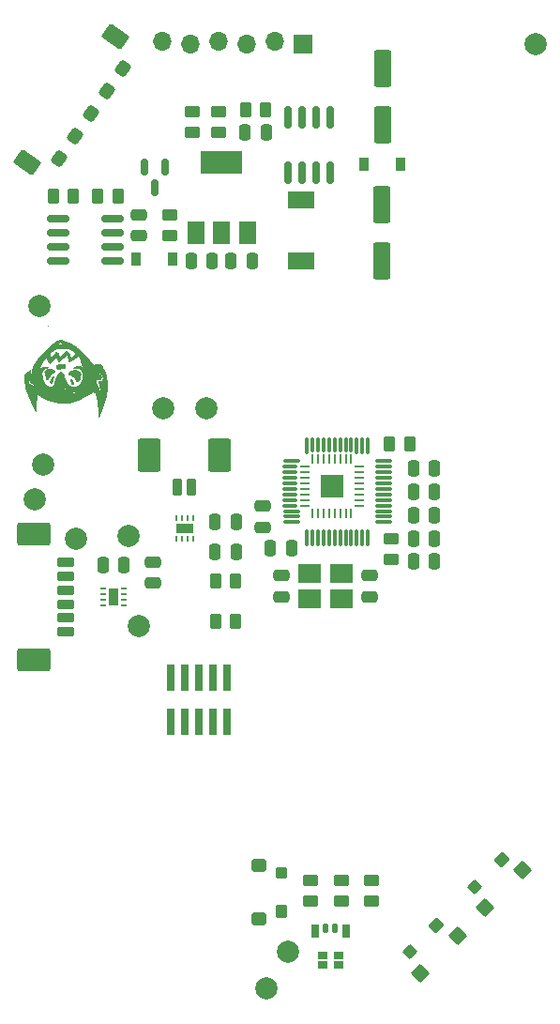
<source format=gbr>
G04 #@! TF.GenerationSoftware,KiCad,Pcbnew,8.0.2-1*
G04 #@! TF.CreationDate,2024-06-13T17:29:39-04:00*
G04 #@! TF.ProjectId,mobo,6d6f626f-2e6b-4696-9361-645f70636258,rev?*
G04 #@! TF.SameCoordinates,Original*
G04 #@! TF.FileFunction,Soldermask,Top*
G04 #@! TF.FilePolarity,Negative*
%FSLAX46Y46*%
G04 Gerber Fmt 4.6, Leading zero omitted, Abs format (unit mm)*
G04 Created by KiCad (PCBNEW 8.0.2-1) date 2024-06-13 17:29:39*
%MOMM*%
%LPD*%
G01*
G04 APERTURE LIST*
G04 Aperture macros list*
%AMRoundRect*
0 Rectangle with rounded corners*
0 $1 Rounding radius*
0 $2 $3 $4 $5 $6 $7 $8 $9 X,Y pos of 4 corners*
0 Add a 4 corners polygon primitive as box body*
4,1,4,$2,$3,$4,$5,$6,$7,$8,$9,$2,$3,0*
0 Add four circle primitives for the rounded corners*
1,1,$1+$1,$2,$3*
1,1,$1+$1,$4,$5*
1,1,$1+$1,$6,$7*
1,1,$1+$1,$8,$9*
0 Add four rect primitives between the rounded corners*
20,1,$1+$1,$2,$3,$4,$5,0*
20,1,$1+$1,$4,$5,$6,$7,0*
20,1,$1+$1,$6,$7,$8,$9,0*
20,1,$1+$1,$8,$9,$2,$3,0*%
G04 Aperture macros list end*
%ADD10C,0.010000*%
%ADD11C,2.000000*%
%ADD12RoundRect,0.250000X-0.450000X0.262500X-0.450000X-0.262500X0.450000X-0.262500X0.450000X0.262500X0*%
%ADD13RoundRect,0.250000X0.250000X0.475000X-0.250000X0.475000X-0.250000X-0.475000X0.250000X-0.475000X0*%
%ADD14RoundRect,0.100000X-0.250000X-0.500000X0.250000X-0.500000X0.250000X0.500000X-0.250000X0.500000X0*%
%ADD15RoundRect,0.100000X-0.150000X-0.300000X0.150000X-0.300000X0.150000X0.300000X-0.150000X0.300000X0*%
%ADD16R,0.500000X0.250000*%
%ADD17R,0.900000X1.600000*%
%ADD18R,0.900000X1.200000*%
%ADD19RoundRect,0.250000X0.262500X0.450000X-0.262500X0.450000X-0.262500X-0.450000X0.262500X-0.450000X0*%
%ADD20RoundRect,0.250000X0.450000X-0.262500X0.450000X0.262500X-0.450000X0.262500X-0.450000X-0.262500X0*%
%ADD21RoundRect,0.075000X0.075000X-0.662500X0.075000X0.662500X-0.075000X0.662500X-0.075000X-0.662500X0*%
%ADD22RoundRect,0.075000X0.662500X-0.075000X0.662500X0.075000X-0.662500X0.075000X-0.662500X-0.075000X0*%
%ADD23RoundRect,0.075000X0.075000X-0.575000X0.075000X0.575000X-0.075000X0.575000X-0.075000X-0.575000X0*%
%ADD24RoundRect,0.075000X0.575000X-0.075000X0.575000X0.075000X-0.575000X0.075000X-0.575000X-0.075000X0*%
%ADD25R,1.500000X2.000000*%
%ADD26R,3.800000X2.000000*%
%ADD27R,2.100000X1.800000*%
%ADD28R,0.740000X2.400000*%
%ADD29RoundRect,0.250000X-0.550000X1.412500X-0.550000X-1.412500X0.550000X-1.412500X0.550000X1.412500X0*%
%ADD30RoundRect,0.250000X0.550000X-1.412500X0.550000X1.412500X-0.550000X1.412500X-0.550000X-1.412500X0*%
%ADD31RoundRect,0.150000X-0.150000X0.587500X-0.150000X-0.587500X0.150000X-0.587500X0.150000X0.587500X0*%
%ADD32RoundRect,0.250000X-0.475000X0.250000X-0.475000X-0.250000X0.475000X-0.250000X0.475000X0.250000X0*%
%ADD33RoundRect,0.125000X-0.053033X-0.583363X0.583363X0.053033X0.053033X0.583363X-0.583363X-0.053033X0*%
%ADD34RoundRect,0.125000X-0.017678X-0.548008X0.548008X0.017678X0.017678X0.548008X-0.548008X-0.017678X0*%
%ADD35RoundRect,0.150000X-0.035355X0.671751X-0.671751X0.035355X0.035355X-0.671751X0.671751X-0.035355X0*%
%ADD36R,0.250000X0.500000*%
%ADD37R,1.600000X0.900000*%
%ADD38R,1.700000X1.700000*%
%ADD39O,1.700000X1.700000*%
%ADD40RoundRect,0.250000X-0.262500X-0.450000X0.262500X-0.450000X0.262500X0.450000X-0.262500X0.450000X0*%
%ADD41RoundRect,0.200000X-0.600000X0.200000X-0.600000X-0.200000X0.600000X-0.200000X0.600000X0.200000X0*%
%ADD42RoundRect,0.250001X-1.249999X0.799999X-1.249999X-0.799999X1.249999X-0.799999X1.249999X0.799999X0*%
%ADD43RoundRect,0.125000X-0.375000X0.450000X-0.375000X-0.450000X0.375000X-0.450000X0.375000X0.450000X0*%
%ADD44RoundRect,0.125000X-0.375000X0.400000X-0.375000X-0.400000X0.375000X-0.400000X0.375000X0.400000X0*%
%ADD45RoundRect,0.150000X0.500000X-0.450000X0.500000X0.450000X-0.500000X0.450000X-0.500000X-0.450000X0*%
%ADD46RoundRect,0.200000X0.200000X0.600000X-0.200000X0.600000X-0.200000X-0.600000X0.200000X-0.600000X0*%
%ADD47RoundRect,0.250001X0.799999X1.249999X-0.799999X1.249999X-0.799999X-1.249999X0.799999X-1.249999X0*%
%ADD48RoundRect,0.150000X0.825000X0.150000X-0.825000X0.150000X-0.825000X-0.150000X0.825000X-0.150000X0*%
%ADD49RoundRect,0.250000X-0.250000X-0.475000X0.250000X-0.475000X0.250000X0.475000X-0.250000X0.475000X0*%
%ADD50R,2.400000X1.500000*%
%ADD51RoundRect,0.062500X0.062500X-0.375000X0.062500X0.375000X-0.062500X0.375000X-0.062500X-0.375000X0*%
%ADD52RoundRect,0.062500X0.375000X-0.062500X0.375000X0.062500X-0.375000X0.062500X-0.375000X-0.062500X0*%
%ADD53R,2.000000X2.000000*%
%ADD54RoundRect,0.250000X0.475000X-0.250000X0.475000X0.250000X-0.475000X0.250000X-0.475000X-0.250000X0*%
%ADD55RoundRect,0.287500X-0.027585X0.461846X-0.443428X-0.132039X0.027585X-0.461846X0.443428X0.132039X0*%
%ADD56RoundRect,0.150000X-0.413570X1.022049X-1.101862X0.039067X0.413570X-1.022049X1.101862X-0.039067X0*%
%ADD57R,0.850000X0.650000*%
%ADD58RoundRect,0.150000X0.150000X-0.825000X0.150000X0.825000X-0.150000X0.825000X-0.150000X-0.825000X0*%
G04 APERTURE END LIST*
D10*
X109882898Y-61606442D02*
X109884488Y-61607950D01*
X109884744Y-61610755D01*
X109880958Y-61610289D01*
X109876550Y-61607950D01*
X109873575Y-61605485D01*
X109876435Y-61604835D01*
X109877157Y-61604824D01*
X109882898Y-61606442D01*
G36*
X109882898Y-61606442D02*
G01*
X109884488Y-61607950D01*
X109884744Y-61610755D01*
X109880958Y-61610289D01*
X109876550Y-61607950D01*
X109873575Y-61605485D01*
X109876435Y-61604835D01*
X109877157Y-61604824D01*
X109882898Y-61606442D01*
G37*
X109507645Y-63282833D02*
X109508250Y-63284350D01*
X109505972Y-63287435D01*
X109505263Y-63287525D01*
X109500963Y-63285218D01*
X109500313Y-63284350D01*
X109501033Y-63281632D01*
X109503301Y-63281175D01*
X109507645Y-63282833D01*
G36*
X109507645Y-63282833D02*
G01*
X109508250Y-63284350D01*
X109505972Y-63287435D01*
X109505263Y-63287525D01*
X109500963Y-63285218D01*
X109500313Y-63284350D01*
X109501033Y-63281632D01*
X109503301Y-63281175D01*
X109507645Y-63282833D01*
G37*
X105352075Y-57317125D02*
X105350394Y-57322078D01*
X105347514Y-57326650D01*
X105344032Y-57330103D01*
X105342751Y-57329451D01*
X105344432Y-57324498D01*
X105347312Y-57319926D01*
X105350794Y-57316473D01*
X105352075Y-57317125D01*
G36*
X105352075Y-57317125D02*
G01*
X105350394Y-57322078D01*
X105347514Y-57326650D01*
X105344032Y-57330103D01*
X105342751Y-57329451D01*
X105344432Y-57324498D01*
X105347312Y-57319926D01*
X105350794Y-57316473D01*
X105352075Y-57317125D01*
G37*
X107368938Y-62137216D02*
X107376505Y-62141189D01*
X107388025Y-62147861D01*
X107400664Y-62155409D01*
X107430485Y-62173962D01*
X107455785Y-62191268D01*
X107477930Y-62208456D01*
X107498289Y-62226652D01*
X107518230Y-62246982D01*
X107535847Y-62266754D01*
X107547833Y-62280994D01*
X107561232Y-62297454D01*
X107575426Y-62315320D01*
X107589798Y-62333780D01*
X107603733Y-62352019D01*
X107616612Y-62369224D01*
X107627820Y-62384582D01*
X107636739Y-62397278D01*
X107642753Y-62406500D01*
X107645036Y-62410774D01*
X107646549Y-62418430D01*
X107647108Y-62429636D01*
X107646767Y-62439177D01*
X107641841Y-62463593D01*
X107631460Y-62486422D01*
X107616476Y-62506824D01*
X107597741Y-62523956D01*
X107576105Y-62536979D01*
X107552421Y-62545051D01*
X107537411Y-62547180D01*
X107526324Y-62547660D01*
X107519970Y-62547035D01*
X107516777Y-62544974D01*
X107515603Y-62542561D01*
X107513861Y-62537894D01*
X107510165Y-62528316D01*
X107504904Y-62514818D01*
X107498464Y-62498395D01*
X107491232Y-62480037D01*
X107489761Y-62476313D01*
X107483159Y-62459476D01*
X107475259Y-62439116D01*
X107466300Y-62415865D01*
X107456520Y-62390355D01*
X107446158Y-62363216D01*
X107435452Y-62335080D01*
X107424641Y-62306580D01*
X107413964Y-62278346D01*
X107403657Y-62251009D01*
X107393961Y-62225202D01*
X107385114Y-62201556D01*
X107377353Y-62180702D01*
X107370918Y-62163272D01*
X107366048Y-62149897D01*
X107362979Y-62141209D01*
X107361950Y-62137858D01*
X107362460Y-62135913D01*
X107364523Y-62135578D01*
X107368938Y-62137216D01*
G36*
X107368938Y-62137216D02*
G01*
X107376505Y-62141189D01*
X107388025Y-62147861D01*
X107400664Y-62155409D01*
X107430485Y-62173962D01*
X107455785Y-62191268D01*
X107477930Y-62208456D01*
X107498289Y-62226652D01*
X107518230Y-62246982D01*
X107535847Y-62266754D01*
X107547833Y-62280994D01*
X107561232Y-62297454D01*
X107575426Y-62315320D01*
X107589798Y-62333780D01*
X107603733Y-62352019D01*
X107616612Y-62369224D01*
X107627820Y-62384582D01*
X107636739Y-62397278D01*
X107642753Y-62406500D01*
X107645036Y-62410774D01*
X107646549Y-62418430D01*
X107647108Y-62429636D01*
X107646767Y-62439177D01*
X107641841Y-62463593D01*
X107631460Y-62486422D01*
X107616476Y-62506824D01*
X107597741Y-62523956D01*
X107576105Y-62536979D01*
X107552421Y-62545051D01*
X107537411Y-62547180D01*
X107526324Y-62547660D01*
X107519970Y-62547035D01*
X107516777Y-62544974D01*
X107515603Y-62542561D01*
X107513861Y-62537894D01*
X107510165Y-62528316D01*
X107504904Y-62514818D01*
X107498464Y-62498395D01*
X107491232Y-62480037D01*
X107489761Y-62476313D01*
X107483159Y-62459476D01*
X107475259Y-62439116D01*
X107466300Y-62415865D01*
X107456520Y-62390355D01*
X107446158Y-62363216D01*
X107435452Y-62335080D01*
X107424641Y-62306580D01*
X107413964Y-62278346D01*
X107403657Y-62251009D01*
X107393961Y-62225202D01*
X107385114Y-62201556D01*
X107377353Y-62180702D01*
X107370918Y-62163272D01*
X107366048Y-62149897D01*
X107362979Y-62141209D01*
X107361950Y-62137858D01*
X107362460Y-62135913D01*
X107364523Y-62135578D01*
X107368938Y-62137216D01*
G37*
X106699449Y-60748036D02*
X106699963Y-60748079D01*
X106734445Y-60753549D01*
X106768098Y-60763753D01*
X106799604Y-60778113D01*
X106827645Y-60796050D01*
X106846369Y-60812257D01*
X106868665Y-60838784D01*
X106885296Y-60867792D01*
X106896168Y-60898718D01*
X106901188Y-60930995D01*
X106900260Y-60964059D01*
X106893292Y-60997346D01*
X106881961Y-61026645D01*
X106871530Y-61044057D01*
X106856869Y-61062408D01*
X106839570Y-61080103D01*
X106821222Y-61095545D01*
X106803419Y-61107137D01*
X106799975Y-61108895D01*
X106769426Y-61120709D01*
X106737386Y-61127163D01*
X106703014Y-61128368D01*
X106673088Y-61125601D01*
X106662361Y-61124699D01*
X106650115Y-61124956D01*
X106635821Y-61126492D01*
X106618948Y-61129431D01*
X106598969Y-61133895D01*
X106575353Y-61140007D01*
X106547570Y-61147889D01*
X106515091Y-61157663D01*
X106477386Y-61169452D01*
X106461118Y-61174633D01*
X106429871Y-61184522D01*
X106403794Y-61192503D01*
X106382062Y-61198768D01*
X106363853Y-61203506D01*
X106348342Y-61206909D01*
X106334707Y-61209170D01*
X106322124Y-61210478D01*
X106309770Y-61211026D01*
X106304218Y-61211075D01*
X106269759Y-61208073D01*
X106237162Y-61199421D01*
X106206925Y-61185653D01*
X106179546Y-61167302D01*
X106155526Y-61144904D01*
X106135362Y-61118991D01*
X106119553Y-61090097D01*
X106108599Y-61058757D01*
X106102998Y-61025503D01*
X106102855Y-60995594D01*
X106108421Y-60959760D01*
X106119797Y-60926457D01*
X106136912Y-60895829D01*
X106159694Y-60868017D01*
X106174813Y-60853800D01*
X106195721Y-60838408D01*
X106220595Y-60825016D01*
X106250374Y-60813155D01*
X106266683Y-60807869D01*
X106282258Y-60803069D01*
X106301647Y-60797006D01*
X106322625Y-60790380D01*
X106342968Y-60783892D01*
X106347538Y-60782423D01*
X106380473Y-60772861D01*
X106414049Y-60765311D01*
X106449419Y-60759616D01*
X106487738Y-60755619D01*
X106530159Y-60753164D01*
X106569788Y-60752179D01*
X106591437Y-60751792D01*
X106612038Y-60751216D01*
X106630358Y-60750502D01*
X106645162Y-60749701D01*
X106655216Y-60748861D01*
X106657100Y-60748613D01*
X106669202Y-60747565D01*
X106684389Y-60747359D01*
X106699449Y-60748036D01*
G36*
X106699449Y-60748036D02*
G01*
X106699963Y-60748079D01*
X106734445Y-60753549D01*
X106768098Y-60763753D01*
X106799604Y-60778113D01*
X106827645Y-60796050D01*
X106846369Y-60812257D01*
X106868665Y-60838784D01*
X106885296Y-60867792D01*
X106896168Y-60898718D01*
X106901188Y-60930995D01*
X106900260Y-60964059D01*
X106893292Y-60997346D01*
X106881961Y-61026645D01*
X106871530Y-61044057D01*
X106856869Y-61062408D01*
X106839570Y-61080103D01*
X106821222Y-61095545D01*
X106803419Y-61107137D01*
X106799975Y-61108895D01*
X106769426Y-61120709D01*
X106737386Y-61127163D01*
X106703014Y-61128368D01*
X106673088Y-61125601D01*
X106662361Y-61124699D01*
X106650115Y-61124956D01*
X106635821Y-61126492D01*
X106618948Y-61129431D01*
X106598969Y-61133895D01*
X106575353Y-61140007D01*
X106547570Y-61147889D01*
X106515091Y-61157663D01*
X106477386Y-61169452D01*
X106461118Y-61174633D01*
X106429871Y-61184522D01*
X106403794Y-61192503D01*
X106382062Y-61198768D01*
X106363853Y-61203506D01*
X106348342Y-61206909D01*
X106334707Y-61209170D01*
X106322124Y-61210478D01*
X106309770Y-61211026D01*
X106304218Y-61211075D01*
X106269759Y-61208073D01*
X106237162Y-61199421D01*
X106206925Y-61185653D01*
X106179546Y-61167302D01*
X106155526Y-61144904D01*
X106135362Y-61118991D01*
X106119553Y-61090097D01*
X106108599Y-61058757D01*
X106102998Y-61025503D01*
X106102855Y-60995594D01*
X106108421Y-60959760D01*
X106119797Y-60926457D01*
X106136912Y-60895829D01*
X106159694Y-60868017D01*
X106174813Y-60853800D01*
X106195721Y-60838408D01*
X106220595Y-60825016D01*
X106250374Y-60813155D01*
X106266683Y-60807869D01*
X106282258Y-60803069D01*
X106301647Y-60797006D01*
X106322625Y-60790380D01*
X106342968Y-60783892D01*
X106347538Y-60782423D01*
X106380473Y-60772861D01*
X106414049Y-60765311D01*
X106449419Y-60759616D01*
X106487738Y-60755619D01*
X106530159Y-60753164D01*
X106569788Y-60752179D01*
X106591437Y-60751792D01*
X106612038Y-60751216D01*
X106630358Y-60750502D01*
X106645162Y-60749701D01*
X106655216Y-60748861D01*
X106657100Y-60748613D01*
X106669202Y-60747565D01*
X106684389Y-60747359D01*
X106699449Y-60748036D01*
G37*
X105820208Y-61870472D02*
X105823497Y-61873350D01*
X105827302Y-61880621D01*
X105827289Y-61885426D01*
X105826141Y-61890883D01*
X105824094Y-61901244D01*
X105821406Y-61915165D01*
X105818339Y-61931307D01*
X105817350Y-61936563D01*
X105812588Y-61961363D01*
X105807181Y-61988554D01*
X105801313Y-62017278D01*
X105795172Y-62046681D01*
X105788944Y-62075907D01*
X105782815Y-62104099D01*
X105776972Y-62130401D01*
X105771600Y-62153957D01*
X105766885Y-62173912D01*
X105763015Y-62189410D01*
X105760175Y-62199594D01*
X105760019Y-62200088D01*
X105756424Y-62210658D01*
X105750967Y-62225848D01*
X105744125Y-62244376D01*
X105736372Y-62264956D01*
X105728185Y-62286307D01*
X105725295Y-62293750D01*
X105716697Y-62316273D01*
X105708090Y-62339631D01*
X105700041Y-62362232D01*
X105693114Y-62382483D01*
X105687875Y-62398790D01*
X105687002Y-62401700D01*
X105681099Y-62421627D01*
X105676451Y-62436285D01*
X105672463Y-62446481D01*
X105668540Y-62453023D01*
X105664091Y-62456716D01*
X105658519Y-62458367D01*
X105651233Y-62458783D01*
X105644988Y-62458773D01*
X105620769Y-62457249D01*
X105599288Y-62452422D01*
X105578610Y-62444152D01*
X105567565Y-62437811D01*
X105555384Y-62429064D01*
X105543387Y-62419081D01*
X105532890Y-62409030D01*
X105525213Y-62400082D01*
X105521739Y-62393703D01*
X105522068Y-62387104D01*
X105524788Y-62375549D01*
X105529594Y-62359834D01*
X105536179Y-62340753D01*
X105544239Y-62319099D01*
X105553467Y-62295667D01*
X105563559Y-62271251D01*
X105574209Y-62246646D01*
X105585111Y-62222645D01*
X105595961Y-62200043D01*
X105597140Y-62197672D01*
X105603553Y-62185098D01*
X105610148Y-62172818D01*
X105617338Y-62160182D01*
X105625536Y-62146536D01*
X105635155Y-62131231D01*
X105646606Y-62113613D01*
X105660304Y-62093032D01*
X105676661Y-62068835D01*
X105696089Y-62040371D01*
X105705221Y-62027050D01*
X105715706Y-62011462D01*
X105728397Y-61992113D01*
X105742214Y-61970676D01*
X105756078Y-61948826D01*
X105768671Y-61928625D01*
X105781697Y-61907722D01*
X105792030Y-61891829D01*
X105800152Y-61880460D01*
X105806548Y-61873127D01*
X105811700Y-61869343D01*
X105816093Y-61868620D01*
X105820208Y-61870472D01*
G36*
X105820208Y-61870472D02*
G01*
X105823497Y-61873350D01*
X105827302Y-61880621D01*
X105827289Y-61885426D01*
X105826141Y-61890883D01*
X105824094Y-61901244D01*
X105821406Y-61915165D01*
X105818339Y-61931307D01*
X105817350Y-61936563D01*
X105812588Y-61961363D01*
X105807181Y-61988554D01*
X105801313Y-62017278D01*
X105795172Y-62046681D01*
X105788944Y-62075907D01*
X105782815Y-62104099D01*
X105776972Y-62130401D01*
X105771600Y-62153957D01*
X105766885Y-62173912D01*
X105763015Y-62189410D01*
X105760175Y-62199594D01*
X105760019Y-62200088D01*
X105756424Y-62210658D01*
X105750967Y-62225848D01*
X105744125Y-62244376D01*
X105736372Y-62264956D01*
X105728185Y-62286307D01*
X105725295Y-62293750D01*
X105716697Y-62316273D01*
X105708090Y-62339631D01*
X105700041Y-62362232D01*
X105693114Y-62382483D01*
X105687875Y-62398790D01*
X105687002Y-62401700D01*
X105681099Y-62421627D01*
X105676451Y-62436285D01*
X105672463Y-62446481D01*
X105668540Y-62453023D01*
X105664091Y-62456716D01*
X105658519Y-62458367D01*
X105651233Y-62458783D01*
X105644988Y-62458773D01*
X105620769Y-62457249D01*
X105599288Y-62452422D01*
X105578610Y-62444152D01*
X105567565Y-62437811D01*
X105555384Y-62429064D01*
X105543387Y-62419081D01*
X105532890Y-62409030D01*
X105525213Y-62400082D01*
X105521739Y-62393703D01*
X105522068Y-62387104D01*
X105524788Y-62375549D01*
X105529594Y-62359834D01*
X105536179Y-62340753D01*
X105544239Y-62319099D01*
X105553467Y-62295667D01*
X105563559Y-62271251D01*
X105574209Y-62246646D01*
X105585111Y-62222645D01*
X105595961Y-62200043D01*
X105597140Y-62197672D01*
X105603553Y-62185098D01*
X105610148Y-62172818D01*
X105617338Y-62160182D01*
X105625536Y-62146536D01*
X105635155Y-62131231D01*
X105646606Y-62113613D01*
X105660304Y-62093032D01*
X105676661Y-62068835D01*
X105696089Y-62040371D01*
X105705221Y-62027050D01*
X105715706Y-62011462D01*
X105728397Y-61992113D01*
X105742214Y-61970676D01*
X105756078Y-61948826D01*
X105768671Y-61928625D01*
X105781697Y-61907722D01*
X105792030Y-61891829D01*
X105800152Y-61880460D01*
X105806548Y-61873127D01*
X105811700Y-61869343D01*
X105816093Y-61868620D01*
X105820208Y-61870472D01*
G37*
X107795909Y-61304290D02*
X107813192Y-61304822D01*
X107828321Y-61305873D01*
X107842693Y-61307505D01*
X107854075Y-61309189D01*
X107915517Y-61321796D01*
X107973304Y-61339344D01*
X108027293Y-61361735D01*
X108077338Y-61388872D01*
X108123296Y-61420658D01*
X108165024Y-61456995D01*
X108202375Y-61497786D01*
X108235207Y-61542932D01*
X108258377Y-61582604D01*
X108264902Y-61595670D01*
X108270385Y-61607887D01*
X108273992Y-61617342D01*
X108274789Y-61620226D01*
X108275311Y-61626940D01*
X108275371Y-61639269D01*
X108274999Y-61656499D01*
X108274227Y-61677914D01*
X108273084Y-61702799D01*
X108271603Y-61730439D01*
X108269814Y-61760120D01*
X108267748Y-61791125D01*
X108266774Y-61804800D01*
X108264995Y-61826395D01*
X108262800Y-61846859D01*
X108260008Y-61867095D01*
X108256437Y-61888006D01*
X108251906Y-61910493D01*
X108246232Y-61935461D01*
X108239235Y-61963810D01*
X108230732Y-61996443D01*
X108220777Y-62033400D01*
X108214740Y-62055694D01*
X108208462Y-62079094D01*
X108202445Y-62101718D01*
X108197190Y-62121682D01*
X108193736Y-62135000D01*
X108189094Y-62151742D01*
X108184030Y-62167792D01*
X108179165Y-62181302D01*
X108175202Y-62190268D01*
X108166116Y-62203446D01*
X108152271Y-62218632D01*
X108134617Y-62235054D01*
X108114106Y-62251943D01*
X108091688Y-62268527D01*
X108068313Y-62284037D01*
X108044934Y-62297700D01*
X108038473Y-62301112D01*
X108014301Y-62313018D01*
X107995120Y-62321264D01*
X107980771Y-62325905D01*
X107971094Y-62326995D01*
X107966755Y-62325473D01*
X107963900Y-62321851D01*
X107958190Y-62313582D01*
X107950118Y-62301416D01*
X107940174Y-62286104D01*
X107928851Y-62268393D01*
X107917103Y-62249773D01*
X107883136Y-62196172D01*
X107851730Y-62147851D01*
X107822602Y-62104416D01*
X107795466Y-62065473D01*
X107770036Y-62030626D01*
X107746026Y-61999481D01*
X107723152Y-61971643D01*
X107701127Y-61946717D01*
X107687536Y-61932307D01*
X107666801Y-61911041D01*
X107649492Y-61893693D01*
X107634734Y-61879506D01*
X107621654Y-61867720D01*
X107609380Y-61857581D01*
X107597039Y-61848330D01*
X107583757Y-61839209D01*
X107569826Y-61830200D01*
X107553029Y-61819471D01*
X107536061Y-61808502D01*
X107520579Y-61798376D01*
X107508245Y-61790171D01*
X107505024Y-61787986D01*
X107490796Y-61779099D01*
X107474652Y-61770279D01*
X107460024Y-61763396D01*
X107459664Y-61763247D01*
X107444631Y-61756485D01*
X107428388Y-61748307D01*
X107415925Y-61741339D01*
X107390091Y-61727467D01*
X107361212Y-61714694D01*
X107332293Y-61704280D01*
X107317192Y-61699947D01*
X107293858Y-61693608D01*
X107275339Y-61687508D01*
X107260175Y-61680928D01*
X107246904Y-61673150D01*
X107234065Y-61663455D01*
X107222844Y-61653581D01*
X107212121Y-61643253D01*
X107203215Y-61633807D01*
X107197183Y-61626420D01*
X107195134Y-61622771D01*
X107195503Y-61615051D01*
X107198905Y-61602970D01*
X107204905Y-61587486D01*
X107213066Y-61569555D01*
X107222953Y-61550136D01*
X107234129Y-61530184D01*
X107246158Y-61510658D01*
X107246354Y-61510355D01*
X107270390Y-61478515D01*
X107299184Y-61449937D01*
X107333340Y-61424029D01*
X107336479Y-61421951D01*
X107380915Y-61395762D01*
X107425235Y-61375605D01*
X107470090Y-61361211D01*
X107496888Y-61355344D01*
X107510669Y-61352334D01*
X107528363Y-61347751D01*
X107547906Y-61342166D01*
X107567233Y-61336150D01*
X107571500Y-61334742D01*
X107599734Y-61325592D01*
X107623956Y-61318534D01*
X107645843Y-61313282D01*
X107667072Y-61309552D01*
X107689318Y-61307058D01*
X107714259Y-61305516D01*
X107743569Y-61304641D01*
X107749300Y-61304535D01*
X107775078Y-61304215D01*
X107795909Y-61304290D01*
G36*
X107795909Y-61304290D02*
G01*
X107813192Y-61304822D01*
X107828321Y-61305873D01*
X107842693Y-61307505D01*
X107854075Y-61309189D01*
X107915517Y-61321796D01*
X107973304Y-61339344D01*
X108027293Y-61361735D01*
X108077338Y-61388872D01*
X108123296Y-61420658D01*
X108165024Y-61456995D01*
X108202375Y-61497786D01*
X108235207Y-61542932D01*
X108258377Y-61582604D01*
X108264902Y-61595670D01*
X108270385Y-61607887D01*
X108273992Y-61617342D01*
X108274789Y-61620226D01*
X108275311Y-61626940D01*
X108275371Y-61639269D01*
X108274999Y-61656499D01*
X108274227Y-61677914D01*
X108273084Y-61702799D01*
X108271603Y-61730439D01*
X108269814Y-61760120D01*
X108267748Y-61791125D01*
X108266774Y-61804800D01*
X108264995Y-61826395D01*
X108262800Y-61846859D01*
X108260008Y-61867095D01*
X108256437Y-61888006D01*
X108251906Y-61910493D01*
X108246232Y-61935461D01*
X108239235Y-61963810D01*
X108230732Y-61996443D01*
X108220777Y-62033400D01*
X108214740Y-62055694D01*
X108208462Y-62079094D01*
X108202445Y-62101718D01*
X108197190Y-62121682D01*
X108193736Y-62135000D01*
X108189094Y-62151742D01*
X108184030Y-62167792D01*
X108179165Y-62181302D01*
X108175202Y-62190268D01*
X108166116Y-62203446D01*
X108152271Y-62218632D01*
X108134617Y-62235054D01*
X108114106Y-62251943D01*
X108091688Y-62268527D01*
X108068313Y-62284037D01*
X108044934Y-62297700D01*
X108038473Y-62301112D01*
X108014301Y-62313018D01*
X107995120Y-62321264D01*
X107980771Y-62325905D01*
X107971094Y-62326995D01*
X107966755Y-62325473D01*
X107963900Y-62321851D01*
X107958190Y-62313582D01*
X107950118Y-62301416D01*
X107940174Y-62286104D01*
X107928851Y-62268393D01*
X107917103Y-62249773D01*
X107883136Y-62196172D01*
X107851730Y-62147851D01*
X107822602Y-62104416D01*
X107795466Y-62065473D01*
X107770036Y-62030626D01*
X107746026Y-61999481D01*
X107723152Y-61971643D01*
X107701127Y-61946717D01*
X107687536Y-61932307D01*
X107666801Y-61911041D01*
X107649492Y-61893693D01*
X107634734Y-61879506D01*
X107621654Y-61867720D01*
X107609380Y-61857581D01*
X107597039Y-61848330D01*
X107583757Y-61839209D01*
X107569826Y-61830200D01*
X107553029Y-61819471D01*
X107536061Y-61808502D01*
X107520579Y-61798376D01*
X107508245Y-61790171D01*
X107505024Y-61787986D01*
X107490796Y-61779099D01*
X107474652Y-61770279D01*
X107460024Y-61763396D01*
X107459664Y-61763247D01*
X107444631Y-61756485D01*
X107428388Y-61748307D01*
X107415925Y-61741339D01*
X107390091Y-61727467D01*
X107361212Y-61714694D01*
X107332293Y-61704280D01*
X107317192Y-61699947D01*
X107293858Y-61693608D01*
X107275339Y-61687508D01*
X107260175Y-61680928D01*
X107246904Y-61673150D01*
X107234065Y-61663455D01*
X107222844Y-61653581D01*
X107212121Y-61643253D01*
X107203215Y-61633807D01*
X107197183Y-61626420D01*
X107195134Y-61622771D01*
X107195503Y-61615051D01*
X107198905Y-61602970D01*
X107204905Y-61587486D01*
X107213066Y-61569555D01*
X107222953Y-61550136D01*
X107234129Y-61530184D01*
X107246158Y-61510658D01*
X107246354Y-61510355D01*
X107270390Y-61478515D01*
X107299184Y-61449937D01*
X107333340Y-61424029D01*
X107336479Y-61421951D01*
X107380915Y-61395762D01*
X107425235Y-61375605D01*
X107470090Y-61361211D01*
X107496888Y-61355344D01*
X107510669Y-61352334D01*
X107528363Y-61347751D01*
X107547906Y-61342166D01*
X107567233Y-61336150D01*
X107571500Y-61334742D01*
X107599734Y-61325592D01*
X107623956Y-61318534D01*
X107645843Y-61313282D01*
X107667072Y-61309552D01*
X107689318Y-61307058D01*
X107714259Y-61305516D01*
X107743569Y-61304641D01*
X107749300Y-61304535D01*
X107775078Y-61304215D01*
X107795909Y-61304290D01*
G37*
X105506707Y-61205021D02*
X105562056Y-61212230D01*
X105619142Y-61223903D01*
X105675803Y-61239495D01*
X105729873Y-61258459D01*
X105747908Y-61265844D01*
X105773087Y-61277647D01*
X105800826Y-61292448D01*
X105828964Y-61308994D01*
X105855344Y-61326036D01*
X105871288Y-61337351D01*
X105885232Y-61348262D01*
X105900727Y-61361269D01*
X105916668Y-61375353D01*
X105931948Y-61389490D01*
X105945460Y-61402661D01*
X105956097Y-61413842D01*
X105962329Y-61421402D01*
X105966076Y-61427704D01*
X105967086Y-61433168D01*
X105964792Y-61438394D01*
X105958627Y-61443984D01*
X105948024Y-61450538D01*
X105932417Y-61458654D01*
X105922613Y-61463460D01*
X105886687Y-61481679D01*
X105856015Y-61499037D01*
X105829664Y-61516107D01*
X105806702Y-61533463D01*
X105800503Y-61538667D01*
X105786240Y-61550299D01*
X105769435Y-61563067D01*
X105752970Y-61574807D01*
X105747362Y-61578574D01*
X105719686Y-61598484D01*
X105694930Y-61619727D01*
X105674438Y-61641108D01*
X105667569Y-61649652D01*
X105658197Y-61660183D01*
X105646209Y-61671182D01*
X105636338Y-61678741D01*
X105627878Y-61685239D01*
X105616130Y-61695289D01*
X105602218Y-61707878D01*
X105587266Y-61721991D01*
X105574142Y-61734864D01*
X105559261Y-61749937D01*
X105546942Y-61762984D01*
X105536191Y-61775247D01*
X105526013Y-61787967D01*
X105515411Y-61802387D01*
X105503390Y-61819748D01*
X105489539Y-61840413D01*
X105475947Y-61861361D01*
X105462010Y-61883713D01*
X105448667Y-61905900D01*
X105436858Y-61926353D01*
X105427524Y-61943503D01*
X105425898Y-61946671D01*
X105415386Y-61967769D01*
X105404278Y-61990610D01*
X105392988Y-62014291D01*
X105381928Y-62037913D01*
X105371511Y-62060574D01*
X105362150Y-62081375D01*
X105354259Y-62099414D01*
X105348250Y-62113790D01*
X105344536Y-62123604D01*
X105344006Y-62125265D01*
X105340448Y-62134827D01*
X105335505Y-62141284D01*
X105327171Y-62146999D01*
X105324092Y-62148714D01*
X105298485Y-62159368D01*
X105268899Y-62165829D01*
X105239463Y-62167876D01*
X105221565Y-62167398D01*
X105208850Y-62165506D01*
X105200248Y-62161890D01*
X105194689Y-62156236D01*
X105193664Y-62154496D01*
X105190765Y-62146559D01*
X105187544Y-62133557D01*
X105184219Y-62116751D01*
X105181005Y-62097405D01*
X105178116Y-62076780D01*
X105175770Y-62056138D01*
X105174608Y-62042925D01*
X105172290Y-62020210D01*
X105168760Y-61995011D01*
X105164532Y-61970770D01*
X105162027Y-61958788D01*
X105157437Y-61938037D01*
X105154078Y-61921417D01*
X105151633Y-61906904D01*
X105149782Y-61892470D01*
X105148208Y-61876091D01*
X105147314Y-61865125D01*
X105145564Y-61848771D01*
X105142893Y-61830809D01*
X105139663Y-61813215D01*
X105136238Y-61797961D01*
X105132980Y-61787022D01*
X105132922Y-61786867D01*
X105129636Y-61776626D01*
X105125586Y-61761537D01*
X105121096Y-61743010D01*
X105116492Y-61722455D01*
X105112100Y-61701279D01*
X105108246Y-61680891D01*
X105107702Y-61677800D01*
X105104639Y-61661680D01*
X105100369Y-61641256D01*
X105095299Y-61618367D01*
X105089836Y-61594852D01*
X105084903Y-61574613D01*
X105079366Y-61551840D01*
X105073794Y-61527776D01*
X105068613Y-61504337D01*
X105064247Y-61483442D01*
X105061427Y-61468738D01*
X105053841Y-61426364D01*
X105063749Y-61411588D01*
X105069081Y-61404773D01*
X105078094Y-61394499D01*
X105089902Y-61381720D01*
X105103621Y-61367391D01*
X105118368Y-61352469D01*
X105120072Y-61350775D01*
X105151024Y-61321253D01*
X105179769Y-61296511D01*
X105207343Y-61275870D01*
X105234783Y-61258652D01*
X105263124Y-61244178D01*
X105293403Y-61231769D01*
X105311195Y-61225599D01*
X105350038Y-61214372D01*
X105387423Y-61206905D01*
X105425128Y-61203012D01*
X105464935Y-61202504D01*
X105506707Y-61205021D01*
G36*
X105506707Y-61205021D02*
G01*
X105562056Y-61212230D01*
X105619142Y-61223903D01*
X105675803Y-61239495D01*
X105729873Y-61258459D01*
X105747908Y-61265844D01*
X105773087Y-61277647D01*
X105800826Y-61292448D01*
X105828964Y-61308994D01*
X105855344Y-61326036D01*
X105871288Y-61337351D01*
X105885232Y-61348262D01*
X105900727Y-61361269D01*
X105916668Y-61375353D01*
X105931948Y-61389490D01*
X105945460Y-61402661D01*
X105956097Y-61413842D01*
X105962329Y-61421402D01*
X105966076Y-61427704D01*
X105967086Y-61433168D01*
X105964792Y-61438394D01*
X105958627Y-61443984D01*
X105948024Y-61450538D01*
X105932417Y-61458654D01*
X105922613Y-61463460D01*
X105886687Y-61481679D01*
X105856015Y-61499037D01*
X105829664Y-61516107D01*
X105806702Y-61533463D01*
X105800503Y-61538667D01*
X105786240Y-61550299D01*
X105769435Y-61563067D01*
X105752970Y-61574807D01*
X105747362Y-61578574D01*
X105719686Y-61598484D01*
X105694930Y-61619727D01*
X105674438Y-61641108D01*
X105667569Y-61649652D01*
X105658197Y-61660183D01*
X105646209Y-61671182D01*
X105636338Y-61678741D01*
X105627878Y-61685239D01*
X105616130Y-61695289D01*
X105602218Y-61707878D01*
X105587266Y-61721991D01*
X105574142Y-61734864D01*
X105559261Y-61749937D01*
X105546942Y-61762984D01*
X105536191Y-61775247D01*
X105526013Y-61787967D01*
X105515411Y-61802387D01*
X105503390Y-61819748D01*
X105489539Y-61840413D01*
X105475947Y-61861361D01*
X105462010Y-61883713D01*
X105448667Y-61905900D01*
X105436858Y-61926353D01*
X105427524Y-61943503D01*
X105425898Y-61946671D01*
X105415386Y-61967769D01*
X105404278Y-61990610D01*
X105392988Y-62014291D01*
X105381928Y-62037913D01*
X105371511Y-62060574D01*
X105362150Y-62081375D01*
X105354259Y-62099414D01*
X105348250Y-62113790D01*
X105344536Y-62123604D01*
X105344006Y-62125265D01*
X105340448Y-62134827D01*
X105335505Y-62141284D01*
X105327171Y-62146999D01*
X105324092Y-62148714D01*
X105298485Y-62159368D01*
X105268899Y-62165829D01*
X105239463Y-62167876D01*
X105221565Y-62167398D01*
X105208850Y-62165506D01*
X105200248Y-62161890D01*
X105194689Y-62156236D01*
X105193664Y-62154496D01*
X105190765Y-62146559D01*
X105187544Y-62133557D01*
X105184219Y-62116751D01*
X105181005Y-62097405D01*
X105178116Y-62076780D01*
X105175770Y-62056138D01*
X105174608Y-62042925D01*
X105172290Y-62020210D01*
X105168760Y-61995011D01*
X105164532Y-61970770D01*
X105162027Y-61958788D01*
X105157437Y-61938037D01*
X105154078Y-61921417D01*
X105151633Y-61906904D01*
X105149782Y-61892470D01*
X105148208Y-61876091D01*
X105147314Y-61865125D01*
X105145564Y-61848771D01*
X105142893Y-61830809D01*
X105139663Y-61813215D01*
X105136238Y-61797961D01*
X105132980Y-61787022D01*
X105132922Y-61786867D01*
X105129636Y-61776626D01*
X105125586Y-61761537D01*
X105121096Y-61743010D01*
X105116492Y-61722455D01*
X105112100Y-61701279D01*
X105108246Y-61680891D01*
X105107702Y-61677800D01*
X105104639Y-61661680D01*
X105100369Y-61641256D01*
X105095299Y-61618367D01*
X105089836Y-61594852D01*
X105084903Y-61574613D01*
X105079366Y-61551840D01*
X105073794Y-61527776D01*
X105068613Y-61504337D01*
X105064247Y-61483442D01*
X105061427Y-61468738D01*
X105053841Y-61426364D01*
X105063749Y-61411588D01*
X105069081Y-61404773D01*
X105078094Y-61394499D01*
X105089902Y-61381720D01*
X105103621Y-61367391D01*
X105118368Y-61352469D01*
X105120072Y-61350775D01*
X105151024Y-61321253D01*
X105179769Y-61296511D01*
X105207343Y-61275870D01*
X105234783Y-61258652D01*
X105263124Y-61244178D01*
X105293403Y-61231769D01*
X105311195Y-61225599D01*
X105350038Y-61214372D01*
X105387423Y-61206905D01*
X105425128Y-61203012D01*
X105464935Y-61202504D01*
X105506707Y-61205021D01*
G37*
X107328213Y-58898350D02*
X107363203Y-58916430D01*
X107402412Y-58936803D01*
X107446457Y-58959748D01*
X107460375Y-58967002D01*
X107545113Y-59012576D01*
X107627901Y-59059889D01*
X107708199Y-59108574D01*
X107785467Y-59158263D01*
X107859167Y-59208587D01*
X107928759Y-59259180D01*
X107993704Y-59309673D01*
X108053462Y-59359699D01*
X108104944Y-59406463D01*
X108125231Y-59425989D01*
X108149249Y-59449553D01*
X108176400Y-59476542D01*
X108206088Y-59506347D01*
X108237717Y-59538356D01*
X108270691Y-59571958D01*
X108304414Y-59606542D01*
X108338289Y-59641496D01*
X108371720Y-59676210D01*
X108404111Y-59710073D01*
X108434865Y-59742473D01*
X108463387Y-59772800D01*
X108484074Y-59795025D01*
X108491759Y-59803319D01*
X108511508Y-59824631D01*
X108535093Y-59849995D01*
X108555259Y-59871565D01*
X108572440Y-59889788D01*
X108587068Y-59905111D01*
X108599575Y-59917982D01*
X108610394Y-59928847D01*
X108619958Y-59938153D01*
X108628700Y-59946347D01*
X108637050Y-59953877D01*
X108641761Y-59958008D01*
X108650330Y-59965668D01*
X108661607Y-59976040D01*
X108673743Y-59987415D01*
X108679575Y-59992963D01*
X108691193Y-60003963D01*
X108705750Y-60017574D01*
X108721474Y-60032150D01*
X108736595Y-60046042D01*
X108738157Y-60047467D01*
X108765469Y-60072716D01*
X108789059Y-60095216D01*
X108808579Y-60114623D01*
X108823683Y-60130598D01*
X108830090Y-60137925D01*
X108836148Y-60144758D01*
X108845725Y-60155097D01*
X108857869Y-60167939D01*
X108871631Y-60182278D01*
X108885623Y-60196663D01*
X108901091Y-60212679D01*
X108916806Y-60229344D01*
X108931522Y-60245311D01*
X108943997Y-60259233D01*
X108951616Y-60268100D01*
X108961549Y-60279987D01*
X108970692Y-60290838D01*
X108977853Y-60299242D01*
X108981146Y-60303025D01*
X108986009Y-60308902D01*
X108993467Y-60318402D01*
X109002358Y-60330032D01*
X109008566Y-60338310D01*
X109019290Y-60351713D01*
X109031141Y-60364931D01*
X109042260Y-60375949D01*
X109047125Y-60380130D01*
X109084671Y-60413959D01*
X109118183Y-60452410D01*
X109143782Y-60489438D01*
X109149711Y-60498351D01*
X109158084Y-60510028D01*
X109167924Y-60523202D01*
X109178251Y-60536608D01*
X109188087Y-60548982D01*
X109196454Y-60559058D01*
X109202373Y-60565571D01*
X109203421Y-60566550D01*
X109206037Y-60569447D01*
X109211944Y-60576284D01*
X109220355Y-60586134D01*
X109230485Y-60598069D01*
X109241547Y-60611162D01*
X109252756Y-60624485D01*
X109263326Y-60637109D01*
X109271191Y-60646561D01*
X109279521Y-60655347D01*
X109288055Y-60662386D01*
X109292882Y-60665196D01*
X109299422Y-60669773D01*
X109307875Y-60679054D01*
X109318590Y-60693447D01*
X109324449Y-60702007D01*
X109333213Y-60715325D01*
X109340824Y-60727365D01*
X109346471Y-60736811D01*
X109349344Y-60742351D01*
X109349357Y-60742387D01*
X109353347Y-60748503D01*
X109360612Y-60756334D01*
X109366731Y-60761793D01*
X109375044Y-60769097D01*
X109379403Y-60774904D01*
X109381049Y-60781373D01*
X109381250Y-60787048D01*
X109381999Y-60794679D01*
X109384629Y-60803133D01*
X109389716Y-60813796D01*
X109397834Y-60828058D01*
X109399186Y-60830322D01*
X109408651Y-60846203D01*
X109415610Y-60857306D01*
X109421079Y-60864140D01*
X109426072Y-60867213D01*
X109431605Y-60867032D01*
X109438692Y-60864106D01*
X109448348Y-60858943D01*
X109452210Y-60856867D01*
X109461244Y-60852205D01*
X109470144Y-60848011D01*
X109479406Y-60844187D01*
X109489521Y-60840637D01*
X109500984Y-60837262D01*
X109514288Y-60833965D01*
X109529926Y-60830650D01*
X109548391Y-60827218D01*
X109570178Y-60823572D01*
X109595779Y-60819615D01*
X109625688Y-60815249D01*
X109660398Y-60810378D01*
X109700402Y-60804903D01*
X109746195Y-60798727D01*
X109747963Y-60798489D01*
X109768905Y-60795729D01*
X109793488Y-60792568D01*
X109819049Y-60789346D01*
X109842922Y-60786399D01*
X109849563Y-60785595D01*
X109870804Y-60782879D01*
X109893049Y-60779768D01*
X109914176Y-60776575D01*
X109932060Y-60773615D01*
X109938435Y-60772452D01*
X109955786Y-60769462D01*
X109971154Y-60767673D01*
X109986919Y-60766931D01*
X110005459Y-60767084D01*
X110016223Y-60767436D01*
X110041687Y-60768925D01*
X110061886Y-60771422D01*
X110077865Y-60775208D01*
X110090667Y-60780564D01*
X110101336Y-60787769D01*
X110105434Y-60791416D01*
X110110653Y-60797633D01*
X110118488Y-60808634D01*
X110128448Y-60823664D01*
X110140042Y-60841970D01*
X110152779Y-60862797D01*
X110161656Y-60877700D01*
X110173439Y-60897660D01*
X110187793Y-60921932D01*
X110204041Y-60949374D01*
X110221506Y-60978841D01*
X110239509Y-61009191D01*
X110257374Y-61039280D01*
X110274422Y-61067965D01*
X110275506Y-61069788D01*
X110304340Y-61118472D01*
X110330056Y-61162371D01*
X110352949Y-61202059D01*
X110373310Y-61238107D01*
X110391432Y-61271088D01*
X110407607Y-61301575D01*
X110422128Y-61330141D01*
X110435286Y-61357357D01*
X110447375Y-61383798D01*
X110458687Y-61410035D01*
X110469514Y-61436642D01*
X110480149Y-61464190D01*
X110488740Y-61487361D01*
X110499243Y-61516844D01*
X110510438Y-61549528D01*
X110521669Y-61583416D01*
X110532282Y-61616510D01*
X110541618Y-61646811D01*
X110546077Y-61661925D01*
X110561592Y-61719111D01*
X110576731Y-61781683D01*
X110591333Y-61848681D01*
X110605238Y-61919145D01*
X110608970Y-61940021D01*
X110618286Y-61992115D01*
X110630318Y-62066630D01*
X110641172Y-62141731D01*
X110650690Y-62216457D01*
X110658710Y-62289848D01*
X110665073Y-62360944D01*
X110667040Y-62387413D01*
X110669551Y-62429938D01*
X110671548Y-62477477D01*
X110673030Y-62528863D01*
X110673997Y-62582926D01*
X110674448Y-62638499D01*
X110674384Y-62694414D01*
X110673805Y-62749501D01*
X110672709Y-62802592D01*
X110671098Y-62852519D01*
X110668969Y-62898114D01*
X110667149Y-62927163D01*
X110665490Y-62949811D01*
X110663446Y-62976498D01*
X110661098Y-63006255D01*
X110658528Y-63038117D01*
X110655816Y-63071116D01*
X110653044Y-63104283D01*
X110650293Y-63136653D01*
X110647645Y-63167258D01*
X110645180Y-63195130D01*
X110642981Y-63219302D01*
X110641129Y-63238807D01*
X110640055Y-63249425D01*
X110628841Y-63344920D01*
X110615390Y-63440601D01*
X110599960Y-63534899D01*
X110582810Y-63626244D01*
X110564198Y-63713065D01*
X110562396Y-63720880D01*
X110558828Y-63736672D01*
X110555864Y-63750588D01*
X110553780Y-63761275D01*
X110552849Y-63767382D01*
X110552826Y-63767890D01*
X110551845Y-63772891D01*
X110549155Y-63782618D01*
X110545132Y-63795799D01*
X110540156Y-63811163D01*
X110538538Y-63815993D01*
X110533268Y-63832464D01*
X110528866Y-63847852D01*
X110525730Y-63860642D01*
X110524258Y-63869321D01*
X110524196Y-63870582D01*
X110523340Y-63880026D01*
X110521155Y-63892710D01*
X110518319Y-63905063D01*
X110511053Y-63932340D01*
X110505122Y-63953596D01*
X110500473Y-63969009D01*
X110497055Y-63978752D01*
X110495439Y-63982176D01*
X110493596Y-63986593D01*
X110490136Y-63996188D01*
X110485357Y-64010087D01*
X110479557Y-64027413D01*
X110473033Y-64047291D01*
X110467185Y-64065400D01*
X110459928Y-64087929D01*
X110452842Y-64109735D01*
X110446301Y-64129685D01*
X110440676Y-64146644D01*
X110436340Y-64159480D01*
X110434270Y-64165413D01*
X110429321Y-64179594D01*
X110423631Y-64196479D01*
X110418330Y-64212707D01*
X110417718Y-64214625D01*
X110412938Y-64228691D01*
X110406532Y-64246203D01*
X110399393Y-64264776D01*
X110393373Y-64279713D01*
X110387248Y-64295107D01*
X110379785Y-64314789D01*
X110371626Y-64337013D01*
X110363412Y-64360033D01*
X110356052Y-64381313D01*
X110342969Y-64419789D01*
X110331698Y-64452775D01*
X110322050Y-64480807D01*
X110313835Y-64504423D01*
X110306865Y-64524159D01*
X110300949Y-64540551D01*
X110295899Y-64554137D01*
X110291526Y-64565452D01*
X110288315Y-64573405D01*
X110277707Y-64599794D01*
X110266637Y-64628540D01*
X110255610Y-64658237D01*
X110245133Y-64687477D01*
X110235711Y-64714856D01*
X110227848Y-64738966D01*
X110222863Y-64755506D01*
X110214862Y-64781132D01*
X110203988Y-64811991D01*
X110190382Y-64847722D01*
X110174181Y-64887967D01*
X110155526Y-64932367D01*
X110145280Y-64956105D01*
X110136568Y-64976743D01*
X110127302Y-64999720D01*
X110118473Y-65022523D01*
X110111070Y-65042638D01*
X110109682Y-65046593D01*
X110099919Y-65073861D01*
X110088478Y-65104372D01*
X110076166Y-65136070D01*
X110063787Y-65166901D01*
X110052147Y-65194809D01*
X110046679Y-65207423D01*
X110040147Y-65223090D01*
X110033050Y-65241434D01*
X110026690Y-65259060D01*
X110025359Y-65262986D01*
X110019489Y-65279468D01*
X110012617Y-65297103D01*
X110005991Y-65312726D01*
X110004330Y-65316350D01*
X109998237Y-65330796D01*
X109992786Y-65346247D01*
X109989108Y-65359481D01*
X109988983Y-65360065D01*
X109986278Y-65369036D01*
X109981394Y-65381491D01*
X109974838Y-65396438D01*
X109967117Y-65412884D01*
X109958737Y-65429836D01*
X109950206Y-65446301D01*
X109942030Y-65461286D01*
X109934715Y-65473798D01*
X109928770Y-65482844D01*
X109924699Y-65487432D01*
X109923791Y-65487800D01*
X109923247Y-65484753D01*
X109922766Y-65476123D01*
X109922362Y-65462676D01*
X109922051Y-65445178D01*
X109921849Y-65424397D01*
X109921772Y-65401098D01*
X109921782Y-65390169D01*
X109921565Y-65347691D01*
X109920765Y-65299675D01*
X109919418Y-65246904D01*
X109917562Y-65190160D01*
X109915233Y-65130224D01*
X109912468Y-65067880D01*
X109909303Y-65003909D01*
X109905774Y-64939094D01*
X109901919Y-64874216D01*
X109897773Y-64810058D01*
X109893375Y-64747403D01*
X109889065Y-64690875D01*
X109884970Y-64642840D01*
X109879989Y-64590326D01*
X109874230Y-64534179D01*
X109867800Y-64475250D01*
X109860807Y-64414385D01*
X109853359Y-64352432D01*
X109845565Y-64290241D01*
X109837532Y-64228658D01*
X109829367Y-64168533D01*
X109821179Y-64110713D01*
X109813077Y-64056047D01*
X109805166Y-64005382D01*
X109797557Y-63959566D01*
X109792134Y-63929020D01*
X109777855Y-63853565D01*
X109763669Y-63783486D01*
X109749348Y-63717818D01*
X109734664Y-63655594D01*
X109719389Y-63595850D01*
X109703293Y-63537620D01*
X109686149Y-63479938D01*
X109684839Y-63475689D01*
X109675944Y-63447215D01*
X109668348Y-63423863D01*
X109661620Y-63404645D01*
X109655331Y-63388570D01*
X109649052Y-63374651D01*
X109642355Y-63361899D01*
X109634810Y-63349324D01*
X109625987Y-63335938D01*
X109621079Y-63328800D01*
X109611769Y-63314639D01*
X109601447Y-63297785D01*
X109591928Y-63281230D01*
X109589310Y-63276413D01*
X109577716Y-63254969D01*
X109568423Y-63238535D01*
X109560954Y-63226412D01*
X109554835Y-63217899D01*
X109549592Y-63212294D01*
X109544748Y-63208899D01*
X109542960Y-63208061D01*
X109532681Y-63204983D01*
X109522436Y-63204904D01*
X109510560Y-63208077D01*
X109495387Y-63214755D01*
X109493880Y-63215499D01*
X109480855Y-63221456D01*
X109467792Y-63226608D01*
X109457469Y-63229863D01*
X109457273Y-63229909D01*
X109448146Y-63233351D01*
X109434927Y-63240129D01*
X109418566Y-63249718D01*
X109401711Y-63260472D01*
X109383318Y-63272194D01*
X109362693Y-63284654D01*
X109342223Y-63296446D01*
X109324296Y-63306167D01*
X109322513Y-63307085D01*
X109307076Y-63315124D01*
X109292511Y-63322976D01*
X109280374Y-63329787D01*
X109272219Y-63334699D01*
X109271713Y-63335033D01*
X109261479Y-63341404D01*
X109249014Y-63348548D01*
X109241550Y-63352552D01*
X109230741Y-63358169D01*
X109221064Y-63363226D01*
X109216150Y-63365816D01*
X109206819Y-63369029D01*
X109198688Y-63370087D01*
X109190726Y-63371231D01*
X109180254Y-63374792D01*
X109166620Y-63381074D01*
X109149171Y-63390380D01*
X109127258Y-63403012D01*
X109124611Y-63404580D01*
X109111778Y-63412121D01*
X109101015Y-63418303D01*
X109093443Y-63422490D01*
X109090183Y-63424050D01*
X109090176Y-63424051D01*
X109086709Y-63425689D01*
X109080529Y-63429663D01*
X109080116Y-63429951D01*
X109076137Y-63432626D01*
X109071083Y-63435760D01*
X109064080Y-63439850D01*
X109054255Y-63445396D01*
X109040735Y-63452895D01*
X109022646Y-63462848D01*
X109019300Y-63464684D01*
X109010458Y-63469661D01*
X109003800Y-63473630D01*
X109001838Y-63474937D01*
X108997289Y-63477887D01*
X108988514Y-63482980D01*
X108975089Y-63490454D01*
X108956592Y-63500548D01*
X108949450Y-63504415D01*
X108918096Y-63521452D01*
X108890308Y-63536760D01*
X108863999Y-63551498D01*
X108837082Y-63566830D01*
X108830388Y-63570676D01*
X108816110Y-63578792D01*
X108797523Y-63589208D01*
X108775913Y-63601212D01*
X108752563Y-63614093D01*
X108728755Y-63627141D01*
X108709738Y-63637496D01*
X108663070Y-63662975D01*
X108620619Y-63686511D01*
X108580902Y-63708959D01*
X108560005Y-63721027D01*
X108542434Y-63731174D01*
X108503733Y-63754013D01*
X108463316Y-63778329D01*
X108425931Y-63801151D01*
X108385756Y-63825658D01*
X108350052Y-63847068D01*
X108318004Y-63865804D01*
X108288800Y-63882293D01*
X108261626Y-63896958D01*
X108235669Y-63910225D01*
X108210115Y-63922519D01*
X108184152Y-63934264D01*
X108156967Y-63945886D01*
X108127745Y-63957810D01*
X108120775Y-63960590D01*
X108107350Y-63965906D01*
X108094738Y-63970844D01*
X108082429Y-63975581D01*
X108069911Y-63980295D01*
X108056672Y-63985166D01*
X108042202Y-63990370D01*
X108025989Y-63996087D01*
X108007522Y-64002494D01*
X107986289Y-64009770D01*
X107961778Y-64018093D01*
X107933480Y-64027641D01*
X107900881Y-64038593D01*
X107863472Y-64051126D01*
X107820740Y-64065419D01*
X107803275Y-64071257D01*
X107766751Y-64083476D01*
X107730731Y-64095547D01*
X107695872Y-64107248D01*
X107662834Y-64118358D01*
X107632274Y-64128654D01*
X107604851Y-64137916D01*
X107581223Y-64145920D01*
X107562048Y-64152446D01*
X107547985Y-64157270D01*
X107544060Y-64158632D01*
X107513166Y-64168853D01*
X107478684Y-64179202D01*
X107440239Y-64189770D01*
X107397457Y-64200647D01*
X107349964Y-64211926D01*
X107297385Y-64223697D01*
X107239347Y-64236052D01*
X107175474Y-64249081D01*
X107158750Y-64252414D01*
X107129355Y-64258226D01*
X107103248Y-64263286D01*
X107079752Y-64267647D01*
X107058186Y-64271360D01*
X107037874Y-64274480D01*
X107018136Y-64277058D01*
X106998294Y-64279147D01*
X106977670Y-64280801D01*
X106955584Y-64282072D01*
X106931358Y-64283012D01*
X106904314Y-64283675D01*
X106873773Y-64284112D01*
X106839056Y-64284378D01*
X106799485Y-64284524D01*
X106754382Y-64284604D01*
X106744413Y-64284616D01*
X106698747Y-64284645D01*
X106658777Y-64284587D01*
X106623847Y-64284407D01*
X106593305Y-64284074D01*
X106566495Y-64283552D01*
X106542762Y-64282809D01*
X106521454Y-64281810D01*
X106501915Y-64280523D01*
X106483490Y-64278913D01*
X106465527Y-64276948D01*
X106447370Y-64274593D01*
X106428364Y-64271815D01*
X106407857Y-64268580D01*
X106396750Y-64266766D01*
X106321031Y-64253422D01*
X106250283Y-64239058D01*
X106183168Y-64223359D01*
X106118346Y-64206007D01*
X106054479Y-64186689D01*
X106046121Y-64183998D01*
X105988676Y-64165785D01*
X105932561Y-64148858D01*
X105876521Y-64132883D01*
X105819304Y-64117524D01*
X105759658Y-64102446D01*
X105696328Y-64087313D01*
X105628064Y-64071791D01*
X105621436Y-64070319D01*
X105584424Y-64062013D01*
X105552948Y-64054680D01*
X105526306Y-64048092D01*
X105503800Y-64042020D01*
X105484729Y-64036238D01*
X105468393Y-64030516D01*
X105454092Y-64024626D01*
X105441125Y-64018341D01*
X105428794Y-64011432D01*
X105416397Y-64003671D01*
X105415932Y-64003368D01*
X105406824Y-63998777D01*
X105394326Y-63994168D01*
X105382482Y-63990873D01*
X105366216Y-63986634D01*
X105345301Y-63980400D01*
X105320957Y-63972593D01*
X105294406Y-63963636D01*
X105266869Y-63953954D01*
X105239569Y-63943970D01*
X105213725Y-63934106D01*
X105190560Y-63924787D01*
X105184687Y-63922319D01*
X105123843Y-63895216D01*
X105067501Y-63867481D01*
X105042613Y-63854282D01*
X105028189Y-63846491D01*
X105012408Y-63838025D01*
X104999750Y-63831282D01*
X104985917Y-63823909D01*
X104970113Y-63815425D01*
X104956888Y-63808278D01*
X104942463Y-63800478D01*
X104926681Y-63791995D01*
X104914025Y-63785233D01*
X104901571Y-63778533D01*
X104889353Y-63771838D01*
X104880688Y-63766979D01*
X104869741Y-63760765D01*
X104857549Y-63753924D01*
X104853700Y-63751784D01*
X104838003Y-63742898D01*
X104821311Y-63733136D01*
X104808197Y-63725262D01*
X105610938Y-63725262D01*
X105643202Y-63725469D01*
X105684761Y-63728202D01*
X105723691Y-63736017D01*
X105746393Y-63743245D01*
X105763554Y-63749399D01*
X105776128Y-63753550D01*
X105785476Y-63755914D01*
X105792961Y-63756709D01*
X105799944Y-63756152D01*
X105807788Y-63754460D01*
X105811246Y-63753573D01*
X105846804Y-63744278D01*
X105876919Y-63736326D01*
X105902300Y-63729494D01*
X105923657Y-63723558D01*
X105941701Y-63718297D01*
X105957140Y-63713487D01*
X105970686Y-63708905D01*
X105983048Y-63704329D01*
X105994937Y-63699536D01*
X106007062Y-63694304D01*
X106020134Y-63688409D01*
X106022727Y-63687221D01*
X106048385Y-63675638D01*
X106071024Y-63665919D01*
X106092054Y-63657575D01*
X106112882Y-63650117D01*
X106134917Y-63643055D01*
X106159566Y-63635900D01*
X106188240Y-63628164D01*
X106206250Y-63623479D01*
X106242425Y-63614166D01*
X106273327Y-63606294D01*
X106299840Y-63599731D01*
X106322844Y-63594350D01*
X106343222Y-63590019D01*
X106361854Y-63586609D01*
X106379621Y-63583989D01*
X106397406Y-63582030D01*
X106416090Y-63580602D01*
X106436554Y-63579574D01*
X106459679Y-63578817D01*
X106486348Y-63578201D01*
X106517400Y-63577597D01*
X106549455Y-63577040D01*
X106577479Y-63576743D01*
X106602382Y-63576796D01*
X106625073Y-63577287D01*
X106646460Y-63578305D01*
X106667454Y-63579940D01*
X106688962Y-63582280D01*
X106711895Y-63585414D01*
X106737161Y-63589431D01*
X106765669Y-63594419D01*
X106798328Y-63600469D01*
X106836047Y-63607668D01*
X106847600Y-63609895D01*
X106864358Y-63613573D01*
X106886208Y-63619067D01*
X106912242Y-63626112D01*
X106941553Y-63634447D01*
X106973232Y-63643809D01*
X107006371Y-63653935D01*
X107040063Y-63664563D01*
X107067895Y-63673609D01*
X107109225Y-63689197D01*
X107151928Y-63708971D01*
X107182989Y-63725645D01*
X107193288Y-63731233D01*
X107202509Y-63735323D01*
X107212371Y-63738428D01*
X107224596Y-63741058D01*
X107240905Y-63743724D01*
X107246744Y-63744592D01*
X107292845Y-63750402D01*
X107338649Y-63754350D01*
X107382651Y-63756361D01*
X107423350Y-63756360D01*
X107451759Y-63754920D01*
X107488035Y-63751118D01*
X107524817Y-63745480D01*
X107560001Y-63738390D01*
X107591481Y-63730234D01*
X107598362Y-63728125D01*
X107620713Y-63721027D01*
X107587375Y-63717314D01*
X107569237Y-63714899D01*
X107549462Y-63711642D01*
X107531380Y-63708110D01*
X107525463Y-63706771D01*
X107507095Y-63703270D01*
X107482537Y-63700058D01*
X107451942Y-63697151D01*
X107425900Y-63695233D01*
X107401595Y-63693549D01*
X107382084Y-63691953D01*
X107365821Y-63690216D01*
X107351257Y-63688108D01*
X107336846Y-63685400D01*
X107321041Y-63681863D01*
X107302293Y-63677267D01*
X107298900Y-63676414D01*
X107275473Y-63670761D01*
X107248968Y-63664769D01*
X107222091Y-63659026D01*
X107197546Y-63654120D01*
X107188913Y-63652510D01*
X107125571Y-63638286D01*
X107077788Y-63624136D01*
X107052742Y-63616037D01*
X107032488Y-63609622D01*
X107015799Y-63604551D01*
X107001448Y-63600485D01*
X106988209Y-63597081D01*
X106974855Y-63594001D01*
X106960159Y-63590903D01*
X106952375Y-63589331D01*
X106930322Y-63584659D01*
X106911073Y-63579883D01*
X106893115Y-63574475D01*
X106874932Y-63567910D01*
X106855009Y-63559662D01*
X106831833Y-63549205D01*
X106817438Y-63542457D01*
X106791510Y-63530279D01*
X106769920Y-63520393D01*
X106751317Y-63512267D01*
X106734351Y-63505371D01*
X106717672Y-63499174D01*
X106699929Y-63493143D01*
X106679772Y-63486748D01*
X106662064Y-63481334D01*
X106634861Y-63473296D01*
X106612099Y-63467155D01*
X106592236Y-63462684D01*
X106573728Y-63459654D01*
X106555033Y-63457836D01*
X106534608Y-63457001D01*
X106510911Y-63456922D01*
X106498350Y-63457078D01*
X106476963Y-63457480D01*
X106460449Y-63458039D01*
X106447332Y-63458926D01*
X106436134Y-63460312D01*
X106425379Y-63462369D01*
X106413591Y-63465266D01*
X106403100Y-63468118D01*
X106388983Y-63471959D01*
X106370223Y-63476957D01*
X106348336Y-63482716D01*
X106324836Y-63488836D01*
X106301237Y-63494921D01*
X106293563Y-63496884D01*
X106266943Y-63503751D01*
X106245427Y-63509508D01*
X106227943Y-63514507D01*
X106213417Y-63519103D01*
X106200774Y-63523649D01*
X106188942Y-63528499D01*
X106176846Y-63534007D01*
X106168142Y-63538202D01*
X106107880Y-63565756D01*
X106042708Y-63591978D01*
X105974013Y-63616328D01*
X105931613Y-63629837D01*
X105913913Y-63635445D01*
X105892449Y-63642556D01*
X105869398Y-63650432D01*
X105846938Y-63658336D01*
X105836363Y-63662156D01*
X105791169Y-63677858D01*
X105745356Y-63692266D01*
X105700806Y-63704826D01*
X105659405Y-63714984D01*
X105649038Y-63717237D01*
X105610938Y-63725262D01*
X104808197Y-63725262D01*
X104804605Y-63723105D01*
X104788865Y-63713413D01*
X104775070Y-63704670D01*
X104764198Y-63697483D01*
X104757231Y-63692460D01*
X104755275Y-63690666D01*
X104751835Y-63687749D01*
X104745075Y-63682950D01*
X104742010Y-63680912D01*
X104735338Y-63676376D01*
X104725389Y-63669388D01*
X104713196Y-63660698D01*
X104699790Y-63651055D01*
X104686204Y-63641207D01*
X104673472Y-63631905D01*
X104662625Y-63623896D01*
X104654697Y-63617931D01*
X104650721Y-63614757D01*
X104650500Y-63614535D01*
X104647224Y-63611875D01*
X104639367Y-63606056D01*
X104627568Y-63597534D01*
X104612464Y-63586767D01*
X104594694Y-63574213D01*
X104574897Y-63560330D01*
X104573738Y-63559521D01*
X104563249Y-63552063D01*
X104554469Y-63545588D01*
X104548977Y-63541264D01*
X104548338Y-63540691D01*
X104543548Y-63536567D01*
X104535737Y-63530275D01*
X104529850Y-63525687D01*
X104521769Y-63519370D01*
X104515906Y-63514598D01*
X104513975Y-63512856D01*
X104510978Y-63510451D01*
X104503742Y-63505020D01*
X104493186Y-63497242D01*
X104480229Y-63487795D01*
X104472006Y-63481840D01*
X104456558Y-63470778D01*
X104445305Y-63463047D01*
X104437356Y-63458173D01*
X104431824Y-63455682D01*
X104427821Y-63455097D01*
X104424456Y-63455945D01*
X104423955Y-63456165D01*
X104416065Y-63458022D01*
X104405170Y-63457167D01*
X104399887Y-63456142D01*
X104387552Y-63453627D01*
X104380067Y-63453278D01*
X104376043Y-63456096D01*
X104374087Y-63463081D01*
X104372809Y-63475233D01*
X104372771Y-63475644D01*
X104371216Y-63490052D01*
X104369010Y-63507529D01*
X104366374Y-63526603D01*
X104363530Y-63545801D01*
X104360697Y-63563650D01*
X104358097Y-63578678D01*
X104355951Y-63589413D01*
X104355323Y-63591975D01*
X104353445Y-63601191D01*
X104351612Y-63613831D01*
X104350360Y-63625663D01*
X104349534Y-63633529D01*
X104347941Y-63646906D01*
X104345682Y-63665016D01*
X104342858Y-63687079D01*
X104339569Y-63712315D01*
X104335914Y-63739947D01*
X104331995Y-63769195D01*
X104329720Y-63786000D01*
X104326108Y-63812875D01*
X104322005Y-63843890D01*
X104317493Y-63878397D01*
X104312654Y-63915749D01*
X104307568Y-63955298D01*
X104302317Y-63996397D01*
X104296983Y-64038399D01*
X104291646Y-64080655D01*
X104286388Y-64122519D01*
X104281290Y-64163343D01*
X104276433Y-64202479D01*
X104271899Y-64239280D01*
X104267769Y-64273099D01*
X104264125Y-64303287D01*
X104261047Y-64329198D01*
X104258617Y-64350184D01*
X104256916Y-64365598D01*
X104256767Y-64367025D01*
X104254950Y-64388222D01*
X104253399Y-64413758D01*
X104252114Y-64442831D01*
X104251096Y-64474640D01*
X104250345Y-64508381D01*
X104249863Y-64543252D01*
X104249651Y-64578453D01*
X104249708Y-64613181D01*
X104250036Y-64646633D01*
X104250636Y-64678007D01*
X104251509Y-64706502D01*
X104252654Y-64731316D01*
X104254074Y-64751645D01*
X104255769Y-64766690D01*
X104256368Y-64770250D01*
X104259547Y-64787757D01*
X104261741Y-64802098D01*
X104263336Y-64816260D01*
X104264717Y-64833228D01*
X104264980Y-64836925D01*
X104266374Y-64852869D01*
X104268428Y-64871742D01*
X104270768Y-64890207D01*
X104271543Y-64895663D01*
X104274599Y-64917795D01*
X104277334Y-64940120D01*
X104279590Y-64961143D01*
X104281211Y-64979370D01*
X104282041Y-64993307D01*
X104282114Y-64996659D01*
X104282200Y-65008755D01*
X104266642Y-64988456D01*
X104257816Y-64977078D01*
X104246695Y-64962941D01*
X104234990Y-64948212D01*
X104228282Y-64939847D01*
X104218250Y-64927062D01*
X104208992Y-64914677D01*
X104201700Y-64904319D01*
X104198227Y-64898838D01*
X104194611Y-64892555D01*
X104188344Y-64881712D01*
X104179964Y-64867243D01*
X104170012Y-64850077D01*
X104159026Y-64831146D01*
X104151320Y-64817875D01*
X104125937Y-64773784D01*
X104103464Y-64733791D01*
X104083309Y-64696698D01*
X104064882Y-64661308D01*
X104047590Y-64626421D01*
X104030844Y-64590839D01*
X104014051Y-64553364D01*
X103996620Y-64512796D01*
X103977960Y-64467937D01*
X103974338Y-64459100D01*
X103957980Y-64419174D01*
X103943627Y-64384303D01*
X103930911Y-64353653D01*
X103919464Y-64326388D01*
X103908919Y-64301675D01*
X103898908Y-64278678D01*
X103889063Y-64256563D01*
X103879016Y-64234494D01*
X103868400Y-64211638D01*
X103856846Y-64187160D01*
X103843987Y-64160224D01*
X103829455Y-64129996D01*
X103827994Y-64126964D01*
X103796401Y-64061166D01*
X103767406Y-64000224D01*
X103740664Y-63943364D01*
X103715833Y-63889813D01*
X103692570Y-63838798D01*
X103670533Y-63789546D01*
X103649378Y-63741283D01*
X103628763Y-63693237D01*
X103608345Y-63644634D01*
X103587780Y-63594701D01*
X103566727Y-63542664D01*
X103547278Y-63493900D01*
X103518149Y-63419944D01*
X103491558Y-63351367D01*
X103467375Y-63287789D01*
X103445473Y-63228825D01*
X103425722Y-63174094D01*
X103407995Y-63123212D01*
X103392163Y-63075798D01*
X103378097Y-63031467D01*
X103365670Y-62989838D01*
X103354751Y-62950528D01*
X103345214Y-62913153D01*
X103336929Y-62877332D01*
X103331401Y-62850963D01*
X103327198Y-62829199D01*
X103322207Y-62802063D01*
X103316580Y-62770461D01*
X103310466Y-62735302D01*
X103304017Y-62697494D01*
X103297383Y-62657943D01*
X103290716Y-62617557D01*
X103284165Y-62577245D01*
X103277882Y-62537913D01*
X103272017Y-62500470D01*
X103266722Y-62465822D01*
X103262146Y-62434878D01*
X103261252Y-62428666D01*
X103548842Y-62428666D01*
X103552006Y-62458017D01*
X103560987Y-62486521D01*
X103575253Y-62513292D01*
X103594272Y-62537442D01*
X103617509Y-62558085D01*
X103632491Y-62567973D01*
X103654356Y-62578525D01*
X103681862Y-62588020D01*
X103714370Y-62596320D01*
X103751236Y-62603288D01*
X103791821Y-62608786D01*
X103835483Y-62612677D01*
X103843257Y-62613174D01*
X103878975Y-62615329D01*
X103879038Y-62631546D01*
X103879445Y-62640058D01*
X103880515Y-62653225D01*
X103882092Y-62669648D01*
X103884019Y-62687927D01*
X103886137Y-62706665D01*
X103888290Y-62724462D01*
X103890320Y-62739920D01*
X103892070Y-62751640D01*
X103893218Y-62757613D01*
X103894073Y-62763786D01*
X103894930Y-62774681D01*
X103895681Y-62788672D01*
X103896155Y-62801750D01*
X103896901Y-62819194D01*
X103898085Y-62836967D01*
X103899522Y-62852564D01*
X103900524Y-62860488D01*
X103901706Y-62870966D01*
X103902917Y-62886275D01*
X103904064Y-62904901D01*
X103905051Y-62925327D01*
X103905695Y-62943038D01*
X103906434Y-62967419D01*
X103907259Y-62994738D01*
X103908090Y-63022355D01*
X103908847Y-63047630D01*
X103909184Y-63058925D01*
X103910282Y-63093124D01*
X103911410Y-63122196D01*
X103912638Y-63147363D01*
X103914041Y-63169848D01*
X103915690Y-63190873D01*
X103917657Y-63211662D01*
X103918966Y-63224025D01*
X103921637Y-63246009D01*
X103924893Y-63268917D01*
X103928571Y-63291931D01*
X103932504Y-63314233D01*
X103936528Y-63335005D01*
X103940478Y-63353428D01*
X103944189Y-63368685D01*
X103947496Y-63379958D01*
X103950234Y-63386428D01*
X103951937Y-63387577D01*
X103953331Y-63383939D01*
X103954866Y-63375667D01*
X103956234Y-63364463D01*
X103956370Y-63363032D01*
X103957210Y-63355128D01*
X103958772Y-63341677D01*
X103960963Y-63323431D01*
X103963690Y-63301139D01*
X103966862Y-63275554D01*
X103970386Y-63247426D01*
X103973818Y-63220281D01*
X105378552Y-63220281D01*
X105380342Y-63221584D01*
X105387404Y-63222945D01*
X105399584Y-63224404D01*
X105416730Y-63226002D01*
X105428882Y-63227008D01*
X105446648Y-63228038D01*
X105469180Y-63228715D01*
X105495666Y-63229062D01*
X105525292Y-63229102D01*
X105557247Y-63228855D01*
X105590718Y-63228346D01*
X105624892Y-63227596D01*
X105658957Y-63226627D01*
X105692100Y-63225461D01*
X105723509Y-63224122D01*
X105752371Y-63222630D01*
X105777874Y-63221009D01*
X105799205Y-63219280D01*
X105815552Y-63217467D01*
X105823412Y-63216195D01*
X105836722Y-63213698D01*
X105853558Y-63210765D01*
X105871162Y-63207869D01*
X105879225Y-63206609D01*
X105897961Y-63203030D01*
X105918918Y-63197926D01*
X105938462Y-63192211D01*
X105944313Y-63190229D01*
X105958249Y-63185339D01*
X105972487Y-63180486D01*
X105988015Y-63175349D01*
X106005823Y-63169610D01*
X106026901Y-63162949D01*
X106052237Y-63155046D01*
X106077585Y-63147199D01*
X106115772Y-63134202D01*
X106157048Y-63118012D01*
X106199582Y-63099449D01*
X106241541Y-63079332D01*
X106281093Y-63058482D01*
X106299786Y-63047806D01*
X106346160Y-63023162D01*
X106394287Y-63002582D01*
X106443134Y-62986373D01*
X106491666Y-62974843D01*
X106538848Y-62968301D01*
X106571837Y-62966850D01*
X106590584Y-62966647D01*
X106604004Y-62965971D01*
X106613110Y-62964721D01*
X106618914Y-62962798D01*
X106620149Y-62962084D01*
X106624847Y-62959603D01*
X106629267Y-62959677D01*
X106635442Y-62962743D01*
X106641564Y-62966683D01*
X106656988Y-62974316D01*
X106678653Y-62980915D01*
X106686331Y-62982685D01*
X106714345Y-62989582D01*
X106742837Y-62998368D01*
X106773426Y-63009591D01*
X106806636Y-63023325D01*
X106824034Y-63030560D01*
X106839838Y-63036397D01*
X106855666Y-63041295D01*
X106873138Y-63045711D01*
X106893875Y-63050106D01*
X106915863Y-63054275D01*
X106935563Y-63058259D01*
X106954152Y-63062920D01*
X106972610Y-63068642D01*
X106991914Y-63075806D01*
X107013043Y-63084798D01*
X107036976Y-63096000D01*
X107064692Y-63109795D01*
X107087215Y-63121381D01*
X107110483Y-63133683D01*
X107133855Y-63146435D01*
X107156166Y-63158973D01*
X107176250Y-63170632D01*
X107192942Y-63180746D01*
X107204690Y-63188384D01*
X107219412Y-63198540D01*
X107233849Y-63208483D01*
X107246374Y-63217094D01*
X107255359Y-63223252D01*
X107255588Y-63223409D01*
X107264003Y-63228628D01*
X107276703Y-63235845D01*
X107292264Y-63244280D01*
X107309261Y-63253154D01*
X107318165Y-63257669D01*
X107335958Y-63266743D01*
X107353650Y-63276036D01*
X107369619Y-63284675D01*
X107382242Y-63291791D01*
X107386428Y-63294282D01*
X107410777Y-63308500D01*
X107432951Y-63319787D01*
X107455550Y-63329398D01*
X107471544Y-63335285D01*
X107484344Y-63340165D01*
X107501113Y-63347127D01*
X107520135Y-63355427D01*
X107539691Y-63364322D01*
X107550863Y-63369587D01*
X107601663Y-63393888D01*
X107628650Y-63393345D01*
X107641888Y-63392448D01*
X107660367Y-63390261D01*
X107683139Y-63386922D01*
X107709258Y-63382567D01*
X107731838Y-63378460D01*
X107757177Y-63373715D01*
X107784250Y-63368687D01*
X107811189Y-63363721D01*
X107836128Y-63359160D01*
X107857203Y-63355347D01*
X107862013Y-63354486D01*
X107891436Y-63348831D01*
X107917028Y-63342877D01*
X107940800Y-63336002D01*
X107964763Y-63327584D01*
X107990930Y-63317000D01*
X108009650Y-63308853D01*
X108030759Y-63299347D01*
X108047386Y-63291434D01*
X108060928Y-63284312D01*
X108072783Y-63277176D01*
X108084349Y-63269224D01*
X108097024Y-63259652D01*
X108101913Y-63255824D01*
X108111207Y-63248119D01*
X108122841Y-63237893D01*
X108136079Y-63225855D01*
X108150186Y-63212713D01*
X108164426Y-63199178D01*
X108178065Y-63185959D01*
X108190368Y-63173766D01*
X108200599Y-63163307D01*
X108208024Y-63155293D01*
X108211906Y-63150432D01*
X108212250Y-63149341D01*
X108208882Y-63149904D01*
X108201152Y-63152718D01*
X108190411Y-63157264D01*
X108183982Y-63160188D01*
X108166338Y-63167711D01*
X108144104Y-63176129D01*
X108118875Y-63184899D01*
X108092247Y-63193477D01*
X108065815Y-63201321D01*
X108052513Y-63204972D01*
X108039598Y-63208604D01*
X108022765Y-63213621D01*
X108004116Y-63219385D01*
X107985752Y-63225256D01*
X107984250Y-63225747D01*
X107957485Y-63234179D01*
X107934673Y-63240485D01*
X107913922Y-63245013D01*
X107893339Y-63248111D01*
X107871030Y-63250126D01*
X107845100Y-63251408D01*
X107844592Y-63251426D01*
X107818622Y-63251973D01*
X107789649Y-63251920D01*
X107758882Y-63251325D01*
X107727531Y-63250244D01*
X107696803Y-63248734D01*
X107667909Y-63246853D01*
X107642057Y-63244657D01*
X107620457Y-63242203D01*
X107608013Y-63240272D01*
X107590033Y-63237336D01*
X107568706Y-63234388D01*
X107547023Y-63231817D01*
X107532074Y-63230351D01*
X107503900Y-63227058D01*
X107475089Y-63221855D01*
X107444364Y-63214437D01*
X107410443Y-63204501D01*
X107378349Y-63193921D01*
X107355821Y-63185930D01*
X107336656Y-63178414D01*
X107319088Y-63170532D01*
X107301348Y-63161440D01*
X107281668Y-63150299D01*
X107261938Y-63138493D01*
X107245109Y-63128530D01*
X107225123Y-63117104D01*
X107204485Y-63105628D01*
X107185738Y-63095534D01*
X107138309Y-63069293D01*
X107090877Y-63040654D01*
X107045754Y-63011054D01*
X107017798Y-62991277D01*
X107002679Y-62980440D01*
X106988989Y-62971260D01*
X106975385Y-62962980D01*
X106960525Y-62954842D01*
X106943066Y-62946089D01*
X106921667Y-62935966D01*
X106910968Y-62931025D01*
X106884070Y-62919222D01*
X106854401Y-62907172D01*
X106823316Y-62895352D01*
X106792172Y-62884242D01*
X106762323Y-62874322D01*
X106735127Y-62866072D01*
X106711938Y-62859969D01*
X106706649Y-62858776D01*
X106699318Y-62857961D01*
X106686926Y-62857420D01*
X106670758Y-62857171D01*
X106652098Y-62857237D01*
X106633855Y-62857593D01*
X106610385Y-62858371D01*
X106591854Y-62859361D01*
X106576853Y-62860708D01*
X106563972Y-62862558D01*
X106551800Y-62865055D01*
X106544955Y-62866742D01*
X106531956Y-62870095D01*
X106514540Y-62874584D01*
X106494440Y-62879764D01*
X106473388Y-62885187D01*
X106458852Y-62888931D01*
X106433229Y-62895626D01*
X106411055Y-62901716D01*
X106391325Y-62907597D01*
X106373037Y-62913664D01*
X106355186Y-62920315D01*
X106336769Y-62927944D01*
X106316782Y-62936948D01*
X106294221Y-62947721D01*
X106268082Y-62960661D01*
X106237363Y-62976162D01*
X106236413Y-62976643D01*
X106210128Y-62989828D01*
X106183443Y-63002939D01*
X106157412Y-63015477D01*
X106133092Y-63026944D01*
X106111537Y-63036839D01*
X106093803Y-63044663D01*
X106084013Y-63048727D01*
X106064499Y-63056600D01*
X106043941Y-63065095D01*
X106024453Y-63073325D01*
X106008146Y-63080407D01*
X106004231Y-63082156D01*
X105979522Y-63093166D01*
X105958521Y-63102170D01*
X105939240Y-63109970D01*
X105919693Y-63117366D01*
X105897891Y-63125160D01*
X105895100Y-63126135D01*
X105875875Y-63132989D01*
X105854097Y-63140983D01*
X105833092Y-63148888D01*
X105822621Y-63152930D01*
X105794198Y-63163525D01*
X105768609Y-63171785D01*
X105743150Y-63178480D01*
X105715114Y-63184379D01*
X105706188Y-63186038D01*
X105679111Y-63190530D01*
X105647476Y-63195082D01*
X105613067Y-63199489D01*
X105577671Y-63203544D01*
X105543072Y-63207040D01*
X105511058Y-63209773D01*
X105487113Y-63211345D01*
X105454050Y-63213174D01*
X105427179Y-63214811D01*
X105406347Y-63216299D01*
X105391401Y-63217680D01*
X105382187Y-63218993D01*
X105378552Y-63220281D01*
X103973818Y-63220281D01*
X103974169Y-63217505D01*
X103977386Y-63192275D01*
X103981589Y-63159285D01*
X103985837Y-63125668D01*
X103990000Y-63092485D01*
X103993945Y-63060793D01*
X103997541Y-63031654D01*
X104000656Y-63006125D01*
X104003160Y-62985267D01*
X104004204Y-62976375D01*
X104011818Y-62911259D01*
X104018834Y-62852203D01*
X104025288Y-62798948D01*
X104031213Y-62751235D01*
X104036644Y-62708807D01*
X104041615Y-62671405D01*
X104046160Y-62638769D01*
X104050313Y-62610642D01*
X104054108Y-62586765D01*
X104057581Y-62566879D01*
X104060158Y-62553627D01*
X104062997Y-62539769D01*
X104065348Y-62528172D01*
X104066918Y-62520281D01*
X104067406Y-62517681D01*
X104064749Y-62516183D01*
X104056864Y-62515690D01*
X104047250Y-62516093D01*
X104026912Y-62517118D01*
X104004373Y-62517507D01*
X103981077Y-62517305D01*
X103958467Y-62516559D01*
X103937987Y-62515315D01*
X103921077Y-62513619D01*
X103909932Y-62511703D01*
X103887318Y-62504423D01*
X103864076Y-62493674D01*
X103841802Y-62480441D01*
X103822093Y-62465712D01*
X103806548Y-62450472D01*
X103802533Y-62445402D01*
X103783514Y-62414239D01*
X103770576Y-62381313D01*
X103763732Y-62346738D01*
X103762997Y-62310630D01*
X103768384Y-62273102D01*
X103777399Y-62241296D01*
X103780876Y-62229509D01*
X103783174Y-62218498D01*
X103783725Y-62212765D01*
X103784581Y-62203849D01*
X103786724Y-62194492D01*
X103789519Y-62186780D01*
X103792329Y-62182795D01*
X103792923Y-62182625D01*
X103795329Y-62179950D01*
X103798480Y-62173324D01*
X103799216Y-62171382D01*
X103803524Y-62162855D01*
X103808717Y-62156791D01*
X103809378Y-62156331D01*
X103814307Y-62150298D01*
X103815475Y-62145369D01*
X103816831Y-62139716D01*
X103820505Y-62129887D01*
X103825909Y-62117348D01*
X103831350Y-62105802D01*
X103837700Y-62092498D01*
X103842841Y-62081076D01*
X103846200Y-62072857D01*
X103847225Y-62069331D01*
X103844495Y-62065787D01*
X103838494Y-62063346D01*
X103830942Y-62061560D01*
X103826588Y-62060361D01*
X103818629Y-62059175D01*
X103806483Y-62058995D01*
X103792214Y-62059709D01*
X103777886Y-62061202D01*
X103765563Y-62063361D01*
X103763687Y-62063819D01*
X103751555Y-62067364D01*
X103740458Y-62071275D01*
X103734654Y-62073807D01*
X103720987Y-62082164D01*
X103706432Y-62093204D01*
X103692980Y-62105247D01*
X103682618Y-62116611D01*
X103680431Y-62119605D01*
X103673761Y-62129011D01*
X103664896Y-62140923D01*
X103655642Y-62152918D01*
X103654747Y-62154050D01*
X103646995Y-62164601D01*
X103638865Y-62177297D01*
X103629987Y-62192830D01*
X103619990Y-62211889D01*
X103608505Y-62235164D01*
X103595163Y-62263345D01*
X103588921Y-62276798D01*
X103577272Y-62304585D01*
X103567102Y-62333860D01*
X103558806Y-62363123D01*
X103552779Y-62390878D01*
X103549416Y-62415625D01*
X103548842Y-62428666D01*
X103261252Y-62428666D01*
X103261206Y-62428343D01*
X103258410Y-62403368D01*
X103256313Y-62373063D01*
X103254919Y-62338409D01*
X103254234Y-62300391D01*
X103254263Y-62259988D01*
X103255013Y-62218185D01*
X103256488Y-62175962D01*
X103258695Y-62134303D01*
X103259484Y-62122300D01*
X103262963Y-62070065D01*
X103265818Y-62023227D01*
X103268081Y-61980870D01*
X103269780Y-61942074D01*
X103270948Y-61905921D01*
X103271615Y-61871494D01*
X103271812Y-61837873D01*
X103271569Y-61804142D01*
X103271074Y-61776225D01*
X103268952Y-61679388D01*
X103277895Y-61667766D01*
X103287488Y-61656991D01*
X103301902Y-61643148D01*
X103320628Y-61626617D01*
X103343157Y-61607781D01*
X103368980Y-61587022D01*
X103397587Y-61564720D01*
X103428470Y-61541259D01*
X103461118Y-61517020D01*
X103495023Y-61492385D01*
X103529675Y-61467736D01*
X103564566Y-61443453D01*
X103599186Y-61419920D01*
X103633025Y-61397518D01*
X103665575Y-61376629D01*
X103669425Y-61374207D01*
X103688188Y-61362342D01*
X103707896Y-61349719D01*
X103726781Y-61337481D01*
X103743075Y-61326772D01*
X103750729Y-61321652D01*
X103763189Y-61313318D01*
X103773659Y-61306468D01*
X103781070Y-61301792D01*
X103784352Y-61299979D01*
X103784384Y-61299975D01*
X103784301Y-61302777D01*
X103782703Y-61310227D01*
X103779913Y-61320896D01*
X103778870Y-61324582D01*
X103768438Y-61371148D01*
X103764128Y-61417444D01*
X103765074Y-61455706D01*
X103766519Y-61472847D01*
X103768175Y-61489481D01*
X103769828Y-61503598D01*
X103771135Y-61512490D01*
X103772823Y-61525494D01*
X103773936Y-61540795D01*
X103774200Y-61550828D01*
X103777022Y-61576126D01*
X103785442Y-61604081D01*
X103799389Y-61634485D01*
X103805786Y-61646050D01*
X103813704Y-61660917D01*
X103821198Y-61676937D01*
X103826988Y-61691319D01*
X103828318Y-61695263D01*
X103834351Y-61714123D01*
X103839305Y-61728207D01*
X103843852Y-61738843D01*
X103848669Y-61747357D01*
X103854429Y-61755076D01*
X103861809Y-61763328D01*
X103864250Y-61765907D01*
X103873083Y-61774873D01*
X103880391Y-61781730D01*
X103885010Y-61785409D01*
X103885829Y-61785750D01*
X103887856Y-61782873D01*
X103888380Y-61775044D01*
X103887456Y-61763467D01*
X103885137Y-61749347D01*
X103883971Y-61743879D01*
X103882798Y-61737467D01*
X103881863Y-61729302D01*
X103881154Y-61718766D01*
X103880657Y-61705237D01*
X103880358Y-61688095D01*
X103880242Y-61666720D01*
X103880297Y-61640493D01*
X103880509Y-61608793D01*
X103880638Y-61593993D01*
X103881043Y-61556347D01*
X103881551Y-61524219D01*
X103882230Y-61496778D01*
X103883149Y-61473192D01*
X103884376Y-61452629D01*
X103885977Y-61434259D01*
X103888020Y-61417248D01*
X103890575Y-61400767D01*
X103893707Y-61383982D01*
X103897485Y-61366063D01*
X103900197Y-61353950D01*
X103904627Y-61334310D01*
X103909099Y-61314213D01*
X103913172Y-61295653D01*
X103916407Y-61280627D01*
X103917218Y-61276770D01*
X103922356Y-61253988D01*
X103928108Y-61232612D01*
X103934902Y-61211507D01*
X103942666Y-61190869D01*
X104599799Y-61190869D01*
X104600076Y-61192025D01*
X104603333Y-61190263D01*
X104610665Y-61185461D01*
X104621035Y-61178349D01*
X104633407Y-61169657D01*
X104646745Y-61160115D01*
X104660012Y-61150452D01*
X104672172Y-61141397D01*
X104674557Y-61139589D01*
X104683058Y-61133848D01*
X104695303Y-61126491D01*
X104709320Y-61118675D01*
X104717419Y-61114421D01*
X104730335Y-61107653D01*
X104741456Y-61101539D01*
X104749342Y-61096886D01*
X104752172Y-61094927D01*
X104760454Y-61089990D01*
X104774185Y-61084449D01*
X104792521Y-61078529D01*
X104814616Y-61072457D01*
X104839623Y-61066459D01*
X104866699Y-61060761D01*
X104894996Y-61055589D01*
X104906088Y-61053778D01*
X104923082Y-61050831D01*
X104940976Y-61047298D01*
X104956740Y-61043789D01*
X104961455Y-61042611D01*
X104974650Y-61039545D01*
X104987028Y-61037302D01*
X104996022Y-61036346D01*
X104996380Y-61036340D01*
X105005002Y-61035705D01*
X105017385Y-61034130D01*
X105031063Y-61031934D01*
X105033088Y-61031569D01*
X105056517Y-61027407D01*
X105075477Y-61024478D01*
X105091706Y-61022667D01*
X105106940Y-61021862D01*
X105122916Y-61021952D01*
X105141373Y-61022822D01*
X105154599Y-61023689D01*
X105173902Y-61025148D01*
X105192966Y-61026795D01*
X105209987Y-61028462D01*
X105223158Y-61029977D01*
X105226763Y-61030476D01*
X105239288Y-61032637D01*
X105254063Y-61035630D01*
X105269736Y-61039128D01*
X105284953Y-61042798D01*
X105298359Y-61046312D01*
X105308601Y-61049340D01*
X105314326Y-61051551D01*
X105314913Y-61051957D01*
X105313230Y-61053704D01*
X105306619Y-61056272D01*
X105296372Y-61059192D01*
X105292688Y-61060087D01*
X105277010Y-61064159D01*
X105259145Y-61069400D01*
X105242834Y-61074708D01*
X105242129Y-61074955D01*
X105226974Y-61079945D01*
X105211014Y-61084673D01*
X105197429Y-61088204D01*
X105196092Y-61088507D01*
X105158332Y-61097565D01*
X105125789Y-61107052D01*
X105097332Y-61117479D01*
X105071828Y-61129357D01*
X105048146Y-61143200D01*
X105025154Y-61159518D01*
X105007688Y-61173683D01*
X104988544Y-61190692D01*
X104973504Y-61205899D01*
X104961211Y-61220736D01*
X104955300Y-61229006D01*
X104945997Y-61242208D01*
X104936250Y-61255281D01*
X104927705Y-61266041D01*
X104925138Y-61269043D01*
X104900873Y-61297334D01*
X104880836Y-61322630D01*
X104864342Y-61345956D01*
X104850703Y-61368337D01*
X104839233Y-61390798D01*
X104831339Y-61409061D01*
X104814362Y-61454164D01*
X104801364Y-61495421D01*
X104792107Y-61533732D01*
X104786354Y-61570000D01*
X104784859Y-61585725D01*
X104783127Y-61599241D01*
X104780276Y-61613155D01*
X104778860Y-61618298D01*
X104776256Y-61627620D01*
X104775956Y-61633534D01*
X104778173Y-61638626D01*
X104780854Y-61642438D01*
X104784364Y-61649069D01*
X104787574Y-61659450D01*
X104790712Y-61674478D01*
X104793619Y-61692415D01*
X104799086Y-61729091D01*
X104803802Y-61760497D01*
X104807929Y-61787648D01*
X104811629Y-61811560D01*
X104815064Y-61833246D01*
X104818396Y-61853723D01*
X104821786Y-61874004D01*
X104825397Y-61895104D01*
X104829390Y-61918038D01*
X104831768Y-61931572D01*
X104841938Y-61988652D01*
X104851330Y-62039867D01*
X104860045Y-62085640D01*
X104868180Y-62126394D01*
X104875835Y-62162553D01*
X104883108Y-62194540D01*
X104890099Y-62222780D01*
X104896907Y-62247695D01*
X104903630Y-62269710D01*
X104910368Y-62289248D01*
X104917219Y-62306731D01*
X104921948Y-62317563D01*
X104928974Y-62332199D01*
X104938414Y-62350732D01*
X104949601Y-62371955D01*
X104961871Y-62394661D01*
X104974558Y-62417645D01*
X104986997Y-62439700D01*
X104998521Y-62459619D01*
X105008467Y-62476196D01*
X105015703Y-62487537D01*
X105037717Y-62517681D01*
X105050136Y-62534685D01*
X105088285Y-62579557D01*
X105128774Y-62620612D01*
X105155325Y-62644209D01*
X105176366Y-62661344D01*
X105200420Y-62680030D01*
X105226658Y-62699692D01*
X105254251Y-62719757D01*
X105282370Y-62739649D01*
X105310186Y-62758797D01*
X105336870Y-62776624D01*
X105361591Y-62792559D01*
X105383521Y-62806026D01*
X105401831Y-62816452D01*
X105410913Y-62821095D01*
X105453365Y-62838423D01*
X105495497Y-62849506D01*
X105537539Y-62854340D01*
X105579722Y-62852922D01*
X105622278Y-62845247D01*
X105665437Y-62831310D01*
X105699838Y-62816008D01*
X105733889Y-62797094D01*
X105769392Y-62773732D01*
X105804845Y-62747092D01*
X105838742Y-62718344D01*
X105869580Y-62688660D01*
X105885323Y-62671643D01*
X105896723Y-62658546D01*
X105904795Y-62648413D01*
X105910445Y-62639476D01*
X105914579Y-62629967D01*
X105918105Y-62618119D01*
X105921927Y-62602164D01*
X105922719Y-62598710D01*
X105926611Y-62582345D01*
X105930769Y-62565899D01*
X105934562Y-62551822D01*
X105936303Y-62545851D01*
X105939611Y-62533544D01*
X105943216Y-62517795D01*
X105946482Y-62501445D01*
X105947336Y-62496639D01*
X105950188Y-62481642D01*
X105954167Y-62462912D01*
X105958745Y-62442842D01*
X105963369Y-62423925D01*
X105967703Y-62406820D01*
X105973081Y-62385437D01*
X105979033Y-62361667D01*
X105985085Y-62337397D01*
X105990402Y-62315975D01*
X106006130Y-62254592D01*
X106021575Y-62198836D01*
X106036975Y-62148006D01*
X106052572Y-62101401D01*
X106068605Y-62058319D01*
X106085315Y-62018060D01*
X106102941Y-61979923D01*
X106111091Y-61963550D01*
X106118563Y-61948333D01*
X106125222Y-61933795D01*
X106130349Y-61921571D01*
X106133224Y-61913298D01*
X106133244Y-61913223D01*
X106136378Y-61903617D01*
X106141913Y-61889263D01*
X106149422Y-61871095D01*
X106158475Y-61850048D01*
X106168644Y-61827060D01*
X106179501Y-61803064D01*
X106190617Y-61778996D01*
X106201564Y-61755792D01*
X106211912Y-61734387D01*
X106221234Y-61715716D01*
X106229102Y-61700716D01*
X106235085Y-61690321D01*
X106235995Y-61688913D01*
X106259592Y-61655801D01*
X106284544Y-61625212D01*
X106310011Y-61598047D01*
X106335153Y-61575210D01*
X106357063Y-61558935D01*
X106369376Y-61550079D01*
X106383011Y-61539067D01*
X106394467Y-61528792D01*
X106410637Y-61514580D01*
X106426896Y-61502737D01*
X106442333Y-61493735D01*
X106456036Y-61488047D01*
X106467094Y-61486143D01*
X106473670Y-61487813D01*
X106478506Y-61488966D01*
X106487995Y-61489867D01*
X106500440Y-61490378D01*
X106506288Y-61490445D01*
X106525554Y-61491091D01*
X106542143Y-61493292D01*
X106556906Y-61497586D01*
X106570698Y-61504512D01*
X106584370Y-61514608D01*
X106598775Y-61528414D01*
X106614765Y-61546466D01*
X106633195Y-61569305D01*
X106635198Y-61571863D01*
X106650362Y-61591034D01*
X106668139Y-61613117D01*
X106686989Y-61636221D01*
X106705369Y-61658457D01*
X106719706Y-61675538D01*
X106737318Y-61696667D01*
X106750730Y-61713550D01*
X106760168Y-61726494D01*
X106765859Y-61735804D01*
X106767814Y-61740626D01*
X106769766Y-61748723D01*
X106772891Y-61762039D01*
X106776963Y-61779597D01*
X106781759Y-61800422D01*
X106787052Y-61823537D01*
X106792618Y-61847966D01*
X106796871Y-61866713D01*
X106800417Y-61881298D01*
X106805214Y-61899553D01*
X106810619Y-61919089D01*
X106815700Y-61936563D01*
X106820777Y-61954429D01*
X106825485Y-61972633D01*
X106829302Y-61989053D01*
X106831705Y-62001566D01*
X106831718Y-62001650D01*
X106834283Y-62015011D01*
X106838247Y-62031846D01*
X106842985Y-62049609D01*
X106846165Y-62060388D01*
X106850870Y-62075997D01*
X106855162Y-62090912D01*
X106858493Y-62103195D01*
X106860051Y-62109600D01*
X106862582Y-62117848D01*
X106867294Y-62130213D01*
X106873550Y-62145126D01*
X106880713Y-62161013D01*
X106881918Y-62163575D01*
X106890706Y-62182280D01*
X106900865Y-62204096D01*
X106911155Y-62226347D01*
X106920333Y-62246357D01*
X106920563Y-62246860D01*
X106929220Y-62265209D01*
X106938724Y-62284305D01*
X106948011Y-62302071D01*
X106956017Y-62316426D01*
X106957127Y-62318298D01*
X106975501Y-62348760D01*
X106991160Y-62374284D01*
X107004486Y-62395474D01*
X107015862Y-62412934D01*
X107025668Y-62427269D01*
X107028773Y-62431621D01*
X107038120Y-62445103D01*
X107048761Y-62461324D01*
X107060084Y-62479256D01*
X107071475Y-62497868D01*
X107082320Y-62516131D01*
X107092007Y-62533015D01*
X107099921Y-62547491D01*
X107105451Y-62558527D01*
X107107758Y-62564236D01*
X107113330Y-62575429D01*
X107123393Y-62588487D01*
X107136846Y-62602265D01*
X107152590Y-62615616D01*
X107166688Y-62625604D01*
X107178459Y-62633701D01*
X107189918Y-62642411D01*
X107197390Y-62648777D01*
X107207930Y-62657709D01*
X107222546Y-62668833D01*
X107239821Y-62681152D01*
X107258339Y-62693670D01*
X107276683Y-62705393D01*
X107285750Y-62710883D01*
X107299943Y-62719771D01*
X107314971Y-62729953D01*
X107327760Y-62739338D01*
X107328613Y-62740007D01*
X107352955Y-62756273D01*
X107382439Y-62770604D01*
X107411743Y-62781403D01*
X107425776Y-62786637D01*
X107439921Y-62792961D01*
X107450229Y-62798495D01*
X107458559Y-62803262D01*
X107468296Y-62808043D01*
X107480486Y-62813274D01*
X107496169Y-62819393D01*
X107516390Y-62826835D01*
X107527050Y-62830662D01*
X107557338Y-62840094D01*
X107587772Y-62846622D01*
X107619067Y-62850211D01*
X107651939Y-62850829D01*
X107687104Y-62848442D01*
X107725278Y-62843015D01*
X107767176Y-62834516D01*
X107813513Y-62822910D01*
X107838306Y-62816008D01*
X107882476Y-62802869D01*
X107921402Y-62790073D01*
X107956127Y-62777060D01*
X107987691Y-62763267D01*
X108017138Y-62748133D01*
X108045509Y-62731097D01*
X108073845Y-62711596D01*
X108103189Y-62689069D01*
X108134582Y-62662954D01*
X108154685Y-62645462D01*
X108170264Y-62631325D01*
X108185403Y-62616662D01*
X108200779Y-62600725D01*
X108217068Y-62582764D01*
X108234947Y-62562031D01*
X108255091Y-62537777D01*
X108278177Y-62509251D01*
X108282234Y-62504184D01*
X108310969Y-62467688D01*
X108335692Y-62434860D01*
X108356834Y-62404828D01*
X108374828Y-62376725D01*
X108390105Y-62349680D01*
X108403096Y-62322824D01*
X108414232Y-62295286D01*
X108423946Y-62266199D01*
X108432668Y-62234691D01*
X108440830Y-62199894D01*
X108446402Y-62173306D01*
X108451804Y-62148080D01*
X108458506Y-62119135D01*
X108465936Y-62088818D01*
X108473516Y-62059476D01*
X108480673Y-62033456D01*
X108480689Y-62033400D01*
X108489742Y-62001081D01*
X108496933Y-61973398D01*
X108502470Y-61948988D01*
X108506563Y-61926484D01*
X108509418Y-61904521D01*
X108511244Y-61881734D01*
X108512251Y-61856757D01*
X108512645Y-61828225D01*
X108512664Y-61823850D01*
X108512510Y-61793150D01*
X108511826Y-61768729D01*
X108510608Y-61750536D01*
X108508856Y-61738524D01*
X108508763Y-61738125D01*
X108506989Y-61728684D01*
X108504904Y-61714561D01*
X108502728Y-61697402D01*
X108500677Y-61678853D01*
X108500258Y-61674625D01*
X109564171Y-61674625D01*
X109564382Y-61698391D01*
X109565493Y-61717315D01*
X109567451Y-61731017D01*
X109570206Y-61739113D01*
X109573098Y-61741300D01*
X109576817Y-61739243D01*
X109584177Y-61733597D01*
X109594217Y-61725150D01*
X109605978Y-61714691D01*
X109609946Y-61711049D01*
X109633017Y-61691032D01*
X109653737Y-61676042D01*
X109672960Y-61665624D01*
X109691537Y-61659321D01*
X109710321Y-61656679D01*
X109711786Y-61656615D01*
X109725856Y-61655474D01*
X109735696Y-61652972D01*
X109743067Y-61648822D01*
X109747264Y-61646115D01*
X109752140Y-61644145D01*
X109758823Y-61642750D01*
X109768443Y-61641766D01*
X109782130Y-61641028D01*
X109801012Y-61640374D01*
X109801486Y-61640360D01*
X109834307Y-61640068D01*
X109863079Y-61641579D01*
X109889621Y-61645244D01*
X109915752Y-61651409D01*
X109943291Y-61660426D01*
X109974057Y-61672642D01*
X109977616Y-61674153D01*
X110004737Y-61687634D01*
X110032064Y-61704681D01*
X110058218Y-61724209D01*
X110081820Y-61745131D01*
X110101491Y-61766361D01*
X110111241Y-61779400D01*
X110129302Y-61811789D01*
X110133609Y-61823850D01*
X110141502Y-61845946D01*
X110147892Y-61881324D01*
X110148523Y-61917377D01*
X110143446Y-61953556D01*
X110132712Y-61989315D01*
X110116372Y-62024105D01*
X110094478Y-62057380D01*
X110084068Y-62070270D01*
X110058850Y-62095277D01*
X110028561Y-62117568D01*
X109994064Y-62136678D01*
X109956225Y-62152145D01*
X109915907Y-62163507D01*
X109906116Y-62165541D01*
X109883142Y-62168718D01*
X109855536Y-62170456D01*
X109824851Y-62170767D01*
X109792636Y-62169666D01*
X109760443Y-62167165D01*
X109735135Y-62164077D01*
X109717646Y-62161465D01*
X109701618Y-62158872D01*
X109685637Y-62156031D01*
X109668289Y-62152674D01*
X109648161Y-62148534D01*
X109623839Y-62143344D01*
X109612336Y-62140852D01*
X109602230Y-62139073D01*
X109594754Y-62138528D01*
X109592018Y-62139075D01*
X109590668Y-62144455D01*
X109591712Y-62154820D01*
X109594934Y-62169366D01*
X109600114Y-62187291D01*
X109607035Y-62207792D01*
X109615479Y-62230065D01*
X109619260Y-62239354D01*
X109627857Y-62260710D01*
X109636866Y-62284203D01*
X109645435Y-62307536D01*
X109652710Y-62328412D01*
X109655405Y-62336613D01*
X109661001Y-62354092D01*
X109667939Y-62375737D01*
X109675617Y-62399671D01*
X109683431Y-62424013D01*
X109690542Y-62446150D01*
X109709321Y-62501173D01*
X109731684Y-62560501D01*
X109757726Y-62624369D01*
X109787537Y-62693013D01*
X109790619Y-62699904D01*
X109800870Y-62723237D01*
X109811782Y-62748883D01*
X109822515Y-62774811D01*
X109832228Y-62798992D01*
X109839921Y-62818966D01*
X109845123Y-62832745D01*
X109850571Y-62846808D01*
X109856478Y-62861650D01*
X109863057Y-62877771D01*
X109870520Y-62895666D01*
X109879081Y-62915834D01*
X109888951Y-62938771D01*
X109900344Y-62964976D01*
X109913472Y-62994945D01*
X109928548Y-63029175D01*
X109945785Y-63068164D01*
X109965396Y-63112409D01*
X109967023Y-63116075D01*
X109981753Y-63149341D01*
X109985555Y-63157927D01*
X110001750Y-63194715D01*
X110015905Y-63227154D01*
X110028315Y-63255958D01*
X110039277Y-63281842D01*
X110049087Y-63305520D01*
X110058040Y-63327708D01*
X110066433Y-63349120D01*
X110074562Y-63370470D01*
X110082722Y-63392473D01*
X110091210Y-63415845D01*
X110091307Y-63416113D01*
X110108459Y-63463738D01*
X110106637Y-63405000D01*
X110104257Y-63347303D01*
X110100727Y-63292962D01*
X110095845Y-63239056D01*
X110093902Y-63220850D01*
X110092002Y-63203594D01*
X110090221Y-63187296D01*
X110088745Y-63173671D01*
X110087761Y-63164435D01*
X110087684Y-63163700D01*
X110083201Y-63123208D01*
X110078038Y-63081322D01*
X110072368Y-63039218D01*
X110066367Y-62998067D01*
X110060211Y-62959044D01*
X110054074Y-62923321D01*
X110048131Y-62892073D01*
X110044820Y-62876363D01*
X110042422Y-62863710D01*
X110039696Y-62846403D01*
X110036875Y-62826115D01*
X110034195Y-62804518D01*
X110032254Y-62786877D01*
X110028887Y-62757407D01*
X110025474Y-62734115D01*
X110021987Y-62716832D01*
X110019231Y-62707502D01*
X110009962Y-62681639D01*
X110002833Y-62660334D01*
X109997475Y-62642312D01*
X109993520Y-62626298D01*
X109990600Y-62611016D01*
X109989713Y-62605329D01*
X109980810Y-62551625D01*
X109970832Y-62503968D01*
X109959722Y-62462135D01*
X109947424Y-62425907D01*
X109938702Y-62405117D01*
X109930511Y-62386580D01*
X109924807Y-62371861D01*
X109921024Y-62359211D01*
X109918597Y-62346878D01*
X109917690Y-62340076D01*
X109916076Y-62326785D01*
X109914535Y-62314955D01*
X109913357Y-62306802D01*
X109913198Y-62305848D01*
X109911711Y-62297309D01*
X109933024Y-62306363D01*
X109951466Y-62313555D01*
X109969494Y-62319053D01*
X109988650Y-62323163D01*
X110010472Y-62326191D01*
X110036501Y-62328441D01*
X110048000Y-62329167D01*
X110067357Y-62330327D01*
X110086123Y-62331512D01*
X110102665Y-62332613D01*
X110115353Y-62333523D01*
X110119911Y-62333888D01*
X110146712Y-62333048D01*
X110173387Y-62326157D01*
X110199281Y-62313490D01*
X110223742Y-62295323D01*
X110233738Y-62285806D01*
X110248507Y-62269272D01*
X110261214Y-62251676D01*
X110272078Y-62232344D01*
X110281316Y-62210603D01*
X110289144Y-62185780D01*
X110295781Y-62157203D01*
X110301444Y-62124198D01*
X110306350Y-62086093D01*
X110310053Y-62049559D01*
X110313786Y-61990788D01*
X110313991Y-61940021D01*
X110313324Y-61919876D01*
X110312477Y-61904566D01*
X110311248Y-61892577D01*
X110309434Y-61882395D01*
X110306829Y-61872507D01*
X110303543Y-61862315D01*
X110297361Y-61846519D01*
X110289172Y-61828846D01*
X110280558Y-61812661D01*
X110278941Y-61809928D01*
X110270066Y-61794821D01*
X110260662Y-61778123D01*
X110252500Y-61762991D01*
X110251131Y-61760350D01*
X110243731Y-61746781D01*
X110235766Y-61734162D01*
X110226517Y-61721648D01*
X110215270Y-61708394D01*
X110201309Y-61693555D01*
X110183916Y-61676285D01*
X110162910Y-61656243D01*
X110145754Y-61640223D01*
X110132128Y-61627930D01*
X110121062Y-61618610D01*
X110111585Y-61611510D01*
X110102726Y-61605877D01*
X110093514Y-61600960D01*
X110088524Y-61598558D01*
X110064165Y-61587279D01*
X110040864Y-61576781D01*
X110019721Y-61567545D01*
X110001837Y-61560048D01*
X109988315Y-61554770D01*
X109986088Y-61553973D01*
X109976603Y-61550419D01*
X109963237Y-61545102D01*
X109947925Y-61538803D01*
X109935621Y-61533601D01*
X109912544Y-61524121D01*
X109892501Y-61517008D01*
X109873643Y-61511845D01*
X109854123Y-61508214D01*
X109832091Y-61505698D01*
X109805699Y-61503878D01*
X109803525Y-61503760D01*
X109774341Y-61502259D01*
X109750662Y-61501224D01*
X109731660Y-61500672D01*
X109716508Y-61500617D01*
X109704377Y-61501077D01*
X109694438Y-61502067D01*
X109685864Y-61503604D01*
X109677826Y-61505703D01*
X109676066Y-61506237D01*
X109647475Y-61518242D01*
X109622569Y-61535346D01*
X109601554Y-61557339D01*
X109584635Y-61584008D01*
X109572792Y-61612713D01*
X109568817Y-61626190D01*
X109566276Y-61638632D01*
X109564855Y-61652307D01*
X109564238Y-61669480D01*
X109564171Y-61674625D01*
X108500258Y-61674625D01*
X108499944Y-61671450D01*
X108497819Y-61650854D01*
X108495598Y-61634413D01*
X108492816Y-61619945D01*
X108489007Y-61605268D01*
X108483704Y-61588197D01*
X108479456Y-61575436D01*
X108463963Y-61532395D01*
X108446267Y-61488205D01*
X108427144Y-61444622D01*
X108407373Y-61403398D01*
X108387729Y-61366286D01*
X108383424Y-61358713D01*
X108366740Y-61332319D01*
X108345961Y-61303483D01*
X108322075Y-61273312D01*
X108296073Y-61242912D01*
X108268943Y-61213390D01*
X108241676Y-61185853D01*
X108215260Y-61161406D01*
X108190686Y-61141157D01*
X108185312Y-61137148D01*
X108169666Y-61127124D01*
X108150230Y-61116709D01*
X108129380Y-61107028D01*
X108109493Y-61099207D01*
X108097013Y-61095335D01*
X108084036Y-61091413D01*
X108071151Y-61086672D01*
X108065078Y-61084010D01*
X108059665Y-61081684D01*
X108053717Y-61079960D01*
X108046179Y-61078736D01*
X108035994Y-61077909D01*
X108022110Y-61077377D01*
X108003470Y-61077038D01*
X107991748Y-61076906D01*
X107970233Y-61076752D01*
X107953676Y-61076855D01*
X107940688Y-61077337D01*
X107929881Y-61078316D01*
X107919864Y-61079914D01*
X107909247Y-61082249D01*
X107898525Y-61084952D01*
X107883507Y-61088569D01*
X107869547Y-61091443D01*
X107858528Y-61093211D01*
X107853641Y-61093597D01*
X107845195Y-61094520D01*
X107832992Y-61096967D01*
X107819306Y-61100465D01*
X107815541Y-61101560D01*
X107800386Y-61105856D01*
X107782006Y-61110705D01*
X107763384Y-61115330D01*
X107755048Y-61117286D01*
X107734088Y-61122989D01*
X107710902Y-61130769D01*
X107688754Y-61139516D01*
X107685345Y-61141011D01*
X107669295Y-61147976D01*
X107658080Y-61152175D01*
X107650852Y-61153667D01*
X107646758Y-61152511D01*
X107644949Y-61148765D01*
X107644574Y-61143838D01*
X107647464Y-61137592D01*
X107656099Y-61129247D01*
X107670288Y-61118955D01*
X107689838Y-61106868D01*
X107694349Y-61104264D01*
X107709606Y-61095142D01*
X107726980Y-61084141D01*
X107743489Y-61073166D01*
X107748812Y-61069471D01*
X107763021Y-61059574D01*
X107774438Y-61052078D01*
X107784778Y-61046068D01*
X107795760Y-61040626D01*
X107809100Y-61034838D01*
X107826515Y-61027787D01*
X107828214Y-61027110D01*
X107845294Y-61019966D01*
X107865004Y-61011202D01*
X107884359Y-61002166D01*
X107894567Y-60997169D01*
X107919467Y-60985839D01*
X107942045Y-60977841D01*
X107953331Y-60974986D01*
X107976591Y-60968974D01*
X107993926Y-60961720D01*
X108003350Y-60955286D01*
X108010229Y-60952116D01*
X108022977Y-60949245D01*
X108041120Y-60946731D01*
X108064183Y-60944631D01*
X108091689Y-60943000D01*
X108113761Y-60942156D01*
X108134986Y-60941607D01*
X108151359Y-60941494D01*
X108164369Y-60941906D01*
X108175505Y-60942930D01*
X108186256Y-60944653D01*
X108197899Y-60947116D01*
X108213885Y-60950572D01*
X108230469Y-60953874D01*
X108244683Y-60956440D01*
X108247858Y-60956950D01*
X108281251Y-60964635D01*
X108316629Y-60977746D01*
X108354301Y-60996408D01*
X108371600Y-61006359D01*
X108383608Y-61012743D01*
X108396088Y-61018154D01*
X108403350Y-61020569D01*
X108412210Y-61023436D01*
X108420502Y-61027543D01*
X108429088Y-61033601D01*
X108438831Y-61042326D01*
X108450591Y-61054431D01*
X108465230Y-61070630D01*
X108469205Y-61075135D01*
X108481403Y-61088830D01*
X108490118Y-61098123D01*
X108495909Y-61103509D01*
X108499334Y-61105484D01*
X108500952Y-61104542D01*
X108501209Y-61103522D01*
X108501045Y-61096812D01*
X108499587Y-61085407D01*
X108497120Y-61070763D01*
X108493927Y-61054336D01*
X108490293Y-61037582D01*
X108486503Y-61021956D01*
X108482841Y-61008914D01*
X108482515Y-61007875D01*
X108478262Y-60994180D01*
X108474064Y-60980122D01*
X108471561Y-60971363D01*
X108468242Y-60960239D01*
X108463701Y-60946146D01*
X108458905Y-60932078D01*
X108458763Y-60931675D01*
X108454049Y-60917983D01*
X108449608Y-60904494D01*
X108446362Y-60894013D01*
X108446236Y-60893575D01*
X108443765Y-60885202D01*
X108439910Y-60872378D01*
X108435159Y-60856721D01*
X108430001Y-60839847D01*
X108428951Y-60836425D01*
X108415806Y-60793139D01*
X108404368Y-60754297D01*
X108394209Y-60718365D01*
X108384898Y-60683809D01*
X108376008Y-60649094D01*
X108371725Y-60631764D01*
X108366671Y-60611838D01*
X108361189Y-60591463D01*
X108355824Y-60572584D01*
X108351118Y-60557148D01*
X108349505Y-60552263D01*
X108344140Y-60535116D01*
X108338722Y-60515413D01*
X108334254Y-60496857D01*
X108333493Y-60493266D01*
X108329894Y-60477957D01*
X108324793Y-60459143D01*
X108318885Y-60439276D01*
X108313216Y-60421828D01*
X108301401Y-60387380D01*
X108291411Y-60358461D01*
X108283060Y-60334577D01*
X108276165Y-60315235D01*
X108270543Y-60299940D01*
X108266010Y-60288197D01*
X108262381Y-60279513D01*
X108259473Y-60273392D01*
X108257102Y-60269341D01*
X108255928Y-60267777D01*
X108251555Y-60260864D01*
X108246241Y-60250002D01*
X108240990Y-60237285D01*
X108239938Y-60234431D01*
X108232141Y-60213178D01*
X108223543Y-60190431D01*
X108214593Y-60167316D01*
X108205741Y-60144960D01*
X108197436Y-60124488D01*
X108190126Y-60107027D01*
X108184261Y-60093702D01*
X108181528Y-60087972D01*
X108174243Y-60075315D01*
X108164772Y-60061191D01*
X108155796Y-60049444D01*
X108148187Y-60039598D01*
X108142546Y-60030959D01*
X108139904Y-60025138D01*
X108139825Y-60024471D01*
X108137172Y-60015009D01*
X108130489Y-60007699D01*
X108121689Y-60004584D01*
X108121199Y-60004575D01*
X108112494Y-60006346D01*
X108099401Y-60011398D01*
X108082713Y-60019344D01*
X108063224Y-60029797D01*
X108041727Y-60042367D01*
X108033463Y-60047453D01*
X108016954Y-60057399D01*
X107998546Y-60067938D01*
X107981033Y-60077493D01*
X107972371Y-60081970D01*
X107955916Y-60091014D01*
X107937824Y-60102193D01*
X107921278Y-60113508D01*
X107916808Y-60116848D01*
X107868571Y-60153013D01*
X107815882Y-60190801D01*
X107760087Y-60229251D01*
X107746090Y-60238668D01*
X107731138Y-60248393D01*
X107711965Y-60260412D01*
X107689212Y-60274354D01*
X107663519Y-60289849D01*
X107635528Y-60306527D01*
X107605878Y-60324019D01*
X107575211Y-60341954D01*
X107544166Y-60359962D01*
X107513386Y-60377673D01*
X107483510Y-60394717D01*
X107455179Y-60410724D01*
X107429034Y-60425324D01*
X107405716Y-60438147D01*
X107385864Y-60448823D01*
X107370121Y-60456981D01*
X107359126Y-60462253D01*
X107358537Y-60462510D01*
X107332537Y-60473678D01*
X107311792Y-60482391D01*
X107295788Y-60488849D01*
X107284012Y-60493252D01*
X107275951Y-60495801D01*
X107271090Y-60496694D01*
X107270786Y-60496700D01*
X107264447Y-60494079D01*
X107256110Y-60486924D01*
X107246770Y-60476304D01*
X107237424Y-60463284D01*
X107233230Y-60456500D01*
X107226048Y-60441788D01*
X107218410Y-60421679D01*
X107210595Y-60397084D01*
X107202883Y-60368912D01*
X107195551Y-60338074D01*
X107192204Y-60322376D01*
X107186056Y-60292953D01*
X107180595Y-60268185D01*
X107175411Y-60246475D01*
X107170097Y-60226224D01*
X107164241Y-60205833D01*
X107157437Y-60183703D01*
X107153765Y-60172155D01*
X107148187Y-60154338D01*
X107141529Y-60132421D01*
X107134393Y-60108427D01*
X107127383Y-60084379D01*
X107122383Y-60066859D01*
X107116562Y-60046726D01*
X107110743Y-60027489D01*
X107105337Y-60010442D01*
X107100755Y-59996879D01*
X107097407Y-59988097D01*
X107097302Y-59987857D01*
X107092559Y-59975722D01*
X107088774Y-59963553D01*
X107087399Y-59957457D01*
X107082274Y-59942870D01*
X107073147Y-59932395D01*
X107061065Y-59926669D01*
X107047071Y-59926329D01*
X107039656Y-59928388D01*
X107031131Y-59933064D01*
X107019092Y-59941719D01*
X107004369Y-59953701D01*
X106987790Y-59968354D01*
X106980950Y-59974699D01*
X106969798Y-59984583D01*
X106956043Y-59995928D01*
X106942307Y-60006585D01*
X106939675Y-60008531D01*
X106927258Y-60018337D01*
X106912666Y-60030958D01*
X106898010Y-60044524D01*
X106888875Y-60053549D01*
X106874371Y-60067756D01*
X106857398Y-60083434D01*
X106840551Y-60098221D01*
X106831725Y-60105567D01*
X106818309Y-60116571D01*
X106805159Y-60127601D01*
X106793935Y-60137250D01*
X106787275Y-60143201D01*
X106778295Y-60151127D01*
X106766272Y-60161229D01*
X106753214Y-60171835D01*
X106747264Y-60176539D01*
X106697092Y-60216975D01*
X106650693Y-60256944D01*
X106607202Y-60297070D01*
X106590660Y-60312418D01*
X106573134Y-60327963D01*
X106556064Y-60342478D01*
X106540888Y-60354733D01*
X106530975Y-60362157D01*
X106514733Y-60374018D01*
X106496607Y-60387824D01*
X106479409Y-60401413D01*
X106471462Y-60407929D01*
X106453635Y-60422472D01*
X106434666Y-60437347D01*
X106415305Y-60452024D01*
X106396304Y-60465972D01*
X106378411Y-60478660D01*
X106362379Y-60489557D01*
X106348955Y-60498133D01*
X106338892Y-60503857D01*
X106332938Y-60506197D01*
X106332537Y-60506225D01*
X106327572Y-60503810D01*
X106319660Y-60497157D01*
X106309599Y-60487154D01*
X106298189Y-60474689D01*
X106286230Y-60460652D01*
X106274520Y-60445930D01*
X106263859Y-60431412D01*
X106259613Y-60425177D01*
X106247643Y-60406560D01*
X106236662Y-60388226D01*
X106226287Y-60369352D01*
X106216130Y-60349111D01*
X106205808Y-60326678D01*
X106194935Y-60301227D01*
X106183127Y-60271934D01*
X106169997Y-60237973D01*
X106160397Y-60212538D01*
X106153452Y-60191239D01*
X106150178Y-60174329D01*
X106149925Y-60168678D01*
X106149374Y-60158178D01*
X106146532Y-60150811D01*
X106140491Y-60143725D01*
X106127599Y-60135049D01*
X106112432Y-60131877D01*
X106096098Y-60134340D01*
X106088199Y-60137547D01*
X106073601Y-60146254D01*
X106056030Y-60159233D01*
X106036359Y-60175706D01*
X106015461Y-60194892D01*
X105994210Y-60216013D01*
X105973478Y-60238287D01*
X105966538Y-60246175D01*
X105949577Y-60265515D01*
X105935408Y-60280994D01*
X105922869Y-60293717D01*
X105910793Y-60304788D01*
X105898018Y-60315313D01*
X105883380Y-60326395D01*
X105877500Y-60330684D01*
X105863534Y-60341092D01*
X105849940Y-60351730D01*
X105838423Y-60361237D01*
X105831600Y-60367352D01*
X105824120Y-60374370D01*
X105813120Y-60384442D01*
X105799852Y-60396431D01*
X105785570Y-60409204D01*
X105779213Y-60414846D01*
X105766715Y-60426260D01*
X105750868Y-60441284D01*
X105732691Y-60458916D01*
X105713205Y-60478160D01*
X105693429Y-60498015D01*
X105674438Y-60517428D01*
X105656388Y-60535853D01*
X105638501Y-60553711D01*
X105621594Y-60570219D01*
X105606479Y-60584592D01*
X105593973Y-60596046D01*
X105584888Y-60603799D01*
X105583810Y-60604641D01*
X105565444Y-60618284D01*
X105547556Y-60630788D01*
X105531017Y-60641611D01*
X105516694Y-60650209D01*
X105505456Y-60656041D01*
X105498170Y-60658564D01*
X105497360Y-60658625D01*
X105487672Y-60655856D01*
X105475724Y-60647937D01*
X105461987Y-60635448D01*
X105446933Y-60618973D01*
X105431034Y-60599093D01*
X105414761Y-60576389D01*
X105398585Y-60551445D01*
X105382979Y-60524840D01*
X105371542Y-60503385D01*
X105361939Y-60484163D01*
X105353401Y-60466132D01*
X105345469Y-60448151D01*
X105337684Y-60429083D01*
X105329589Y-60407787D01*
X105320724Y-60383124D01*
X105310632Y-60353955D01*
X105306445Y-60341646D01*
X105299071Y-60320338D01*
X105291738Y-60299957D01*
X105284880Y-60281645D01*
X105278929Y-60266546D01*
X105274317Y-60255802D01*
X105272734Y-60252581D01*
X105264970Y-60239635D01*
X105254319Y-60224097D01*
X105241783Y-60207220D01*
X105228363Y-60190258D01*
X105215060Y-60174464D01*
X105202876Y-60161092D01*
X105192812Y-60151394D01*
X105190177Y-60149252D01*
X105180408Y-60142349D01*
X105173932Y-60139282D01*
X105169452Y-60139496D01*
X105168506Y-60139988D01*
X105164667Y-60143548D01*
X105157771Y-60151081D01*
X105148704Y-60161578D01*
X105138350Y-60174032D01*
X105135226Y-60177874D01*
X105126599Y-60188484D01*
X105114598Y-60203161D01*
X105099902Y-60221079D01*
X105083188Y-60241415D01*
X105065132Y-60263344D01*
X105046413Y-60286042D01*
X105029763Y-60306200D01*
X104992895Y-60351048D01*
X104959864Y-60391850D01*
X104930245Y-60429268D01*
X104903614Y-60463963D01*
X104879545Y-60496597D01*
X104857613Y-60527832D01*
X104837394Y-60558329D01*
X104818462Y-60588751D01*
X104800394Y-60619757D01*
X104782764Y-60652011D01*
X104765146Y-60686174D01*
X104747117Y-60722907D01*
X104728252Y-60762872D01*
X104708125Y-60806731D01*
X104707616Y-60807850D01*
X104688274Y-60850835D01*
X104671631Y-60888652D01*
X104657498Y-60921790D01*
X104645687Y-60950736D01*
X104636009Y-60975978D01*
X104628272Y-60998002D01*
X104622290Y-61017298D01*
X104617871Y-61034351D01*
X104615762Y-61044388D01*
X104614026Y-61054865D01*
X104612026Y-61069042D01*
X104609873Y-61085879D01*
X104607677Y-61104336D01*
X104605550Y-61123373D01*
X104603601Y-61141951D01*
X104601941Y-61159029D01*
X104600680Y-61173568D01*
X104599930Y-61184528D01*
X104599799Y-61190869D01*
X103942666Y-61190869D01*
X103943166Y-61189540D01*
X103953328Y-61165578D01*
X103965818Y-61138487D01*
X103981064Y-61107134D01*
X103982264Y-61104713D01*
X104004943Y-61057489D01*
X104023840Y-61014822D01*
X104039130Y-60976309D01*
X104042087Y-60968188D01*
X104051893Y-60941299D01*
X104061572Y-60916024D01*
X104071397Y-60891890D01*
X104081641Y-60868423D01*
X104092578Y-60845151D01*
X104104481Y-60821600D01*
X104117623Y-60797296D01*
X104132277Y-60771767D01*
X104148718Y-60744539D01*
X104167218Y-60715139D01*
X104188051Y-60683094D01*
X104211490Y-60647930D01*
X104237809Y-60609173D01*
X104267280Y-60566352D01*
X104300177Y-60518991D01*
X104307973Y-60507813D01*
X104326765Y-60480871D01*
X104345794Y-60453562D01*
X104364466Y-60426742D01*
X104382187Y-60401263D01*
X104398362Y-60377983D01*
X104412398Y-60357754D01*
X104423699Y-60341431D01*
X104428295Y-60334775D01*
X104453121Y-60299244D01*
X104476049Y-60267557D01*
X104498079Y-60238483D01*
X104520212Y-60210789D01*
X104543446Y-60183245D01*
X104568784Y-60154619D01*
X104597225Y-60123681D01*
X104615953Y-60103750D01*
X104630727Y-60088340D01*
X104649177Y-60069442D01*
X104670806Y-60047542D01*
X104695119Y-60023126D01*
X104721621Y-59996679D01*
X104749815Y-59968687D01*
X104779207Y-59939636D01*
X104809300Y-59910010D01*
X104839600Y-59880295D01*
X104869610Y-59850977D01*
X104878664Y-59842168D01*
X105456950Y-59842168D01*
X105458700Y-59845998D01*
X105463091Y-59852715D01*
X105465139Y-59855527D01*
X105478833Y-59877491D01*
X105491159Y-59905076D01*
X105496853Y-59921050D01*
X105500878Y-59931439D01*
X105507359Y-59946121D01*
X105515693Y-59963825D01*
X105525279Y-59983278D01*
X105535514Y-60003209D01*
X105537909Y-60007750D01*
X105554267Y-60039010D01*
X105567872Y-60066013D01*
X105579254Y-60089941D01*
X105588941Y-60111976D01*
X105597460Y-60133299D01*
X105605342Y-60155090D01*
X105609932Y-60168724D01*
X105614932Y-60183310D01*
X105619467Y-60195419D01*
X105623085Y-60203921D01*
X105625334Y-60207688D01*
X105625549Y-60207775D01*
X105628634Y-60205470D01*
X105634654Y-60199275D01*
X105642593Y-60190272D01*
X105647625Y-60184253D01*
X105656811Y-60173788D01*
X105665389Y-60165283D01*
X105672070Y-60159964D01*
X105674353Y-60158868D01*
X105679402Y-60155393D01*
X105687716Y-60146789D01*
X105699118Y-60133262D01*
X105713427Y-60115017D01*
X105718321Y-60108572D01*
X105733102Y-60089468D01*
X105749896Y-60068548D01*
X105767094Y-60047770D01*
X105783083Y-60029095D01*
X105790853Y-60020347D01*
X105817671Y-59990275D01*
X105840613Y-59963599D01*
X105860453Y-59939388D01*
X105877963Y-59916712D01*
X105886874Y-59904563D01*
X105895034Y-59894198D01*
X105906714Y-59880671D01*
X105920821Y-59865181D01*
X105936261Y-59848929D01*
X105951932Y-59833125D01*
X105990337Y-59793085D01*
X106024203Y-59753149D01*
X106032956Y-59741844D01*
X106044145Y-59727291D01*
X106054168Y-59714682D01*
X106062351Y-59704828D01*
X106068025Y-59698541D01*
X106070423Y-59696600D01*
X106074569Y-59698354D01*
X106081919Y-59702882D01*
X106088350Y-59707376D01*
X106095671Y-59712285D01*
X106107411Y-59719619D01*
X106122447Y-59728703D01*
X106139660Y-59738861D01*
X106157926Y-59749415D01*
X106160213Y-59750720D01*
X106185037Y-59764899D01*
X106204954Y-59776439D01*
X106220581Y-59785827D01*
X106232538Y-59793553D01*
X106241442Y-59800105D01*
X106247911Y-59805972D01*
X106252565Y-59811644D01*
X106256021Y-59817608D01*
X106258897Y-59824353D01*
X106261152Y-59830518D01*
X106266409Y-59845923D01*
X106271838Y-59862885D01*
X106275757Y-59875988D01*
X106278981Y-59887337D01*
X106283416Y-59902943D01*
X106288535Y-59920954D01*
X106293812Y-59939520D01*
X106295157Y-59944250D01*
X106301004Y-59963710D01*
X106307650Y-59984055D01*
X106314335Y-60003060D01*
X106320302Y-60018496D01*
X106321124Y-60020450D01*
X106327299Y-60035371D01*
X106334697Y-60053946D01*
X106342406Y-60073852D01*
X106349513Y-60092764D01*
X106349775Y-60093475D01*
X106361070Y-60122789D01*
X106371258Y-60146223D01*
X106380516Y-60164115D01*
X106389024Y-60176806D01*
X106396960Y-60184634D01*
X106398300Y-60185527D01*
X106412399Y-60190864D01*
X106427684Y-60191161D01*
X106441696Y-60186372D01*
X106441743Y-60186344D01*
X106446830Y-60181919D01*
X106454686Y-60173377D01*
X106464443Y-60161809D01*
X106475236Y-60148302D01*
X106486196Y-60133948D01*
X106496455Y-60119834D01*
X106505147Y-60107050D01*
X106506219Y-60105382D01*
X106511089Y-60099345D01*
X106515283Y-60096659D01*
X106515451Y-60096650D01*
X106519263Y-60094346D01*
X106526425Y-60087963D01*
X106536219Y-60078291D01*
X106547922Y-60066125D01*
X106560814Y-60052256D01*
X106574174Y-60037477D01*
X106587282Y-60022580D01*
X106599415Y-60008357D01*
X106609855Y-59995601D01*
X106617878Y-59985104D01*
X106620882Y-59980763D01*
X106630423Y-59967215D01*
X106642524Y-59951529D01*
X106655301Y-59936097D01*
X106662370Y-59928105D01*
X106694188Y-59893627D01*
X106729616Y-59855891D01*
X106767629Y-59815976D01*
X106807200Y-59774961D01*
X106841744Y-59739579D01*
X106859823Y-59721061D01*
X106877679Y-59702579D01*
X106894469Y-59685019D01*
X106909350Y-59669268D01*
X106921479Y-59656214D01*
X106930013Y-59646742D01*
X106930280Y-59646436D01*
X106940433Y-59634915D01*
X106947521Y-59627475D01*
X106952589Y-59623358D01*
X106956681Y-59621806D01*
X106960843Y-59622059D01*
X106963123Y-59622587D01*
X106970373Y-59623555D01*
X106982152Y-59624196D01*
X106996645Y-59624439D01*
X107007835Y-59624326D01*
X107042656Y-59623562D01*
X107063397Y-59637504D01*
X107073358Y-59644569D01*
X107086714Y-59654560D01*
X107101983Y-59666343D01*
X107117679Y-59678781D01*
X107123825Y-59683751D01*
X107141384Y-59698026D01*
X107161075Y-59714006D01*
X107180665Y-59729880D01*
X107197922Y-59743838D01*
X107200293Y-59745754D01*
X107237073Y-59775451D01*
X107253253Y-59824132D01*
X107260054Y-59845214D01*
X107267669Y-59869829D01*
X107275309Y-59895369D01*
X107282185Y-59919222D01*
X107284292Y-59926788D01*
X107289515Y-59945236D01*
X107294615Y-59962312D01*
X107299194Y-59976746D01*
X107302852Y-59987272D01*
X107304771Y-59991875D01*
X107309798Y-60003473D01*
X107315785Y-60019905D01*
X107322323Y-60039806D01*
X107329004Y-60061811D01*
X107335421Y-60084552D01*
X107341164Y-60106665D01*
X107345826Y-60126782D01*
X107347450Y-60134750D01*
X107352872Y-60161496D01*
X107357901Y-60182619D01*
X107362894Y-60198801D01*
X107368209Y-60210725D01*
X107374205Y-60219074D01*
X107381239Y-60224529D01*
X107389669Y-60227773D01*
X107396973Y-60229146D01*
X107411486Y-60228677D01*
X107424561Y-60222821D01*
X107437058Y-60211152D01*
X107439738Y-60207860D01*
X107448843Y-60198794D01*
X107460048Y-60190895D01*
X107463550Y-60189068D01*
X107472776Y-60183430D01*
X107485822Y-60173420D01*
X107502291Y-60159413D01*
X107521784Y-60141785D01*
X107543902Y-60120909D01*
X107568248Y-60097160D01*
X107594422Y-60070912D01*
X107622026Y-60042540D01*
X107643989Y-60019498D01*
X107675939Y-59985944D01*
X107704293Y-59956769D01*
X107729569Y-59931518D01*
X107752287Y-59909734D01*
X107772963Y-59890959D01*
X107792118Y-59874737D01*
X107810268Y-59860610D01*
X107827932Y-59848122D01*
X107845628Y-59836816D01*
X107862013Y-59827272D01*
X107874682Y-59820094D01*
X107885764Y-59813652D01*
X107893753Y-59808829D01*
X107896541Y-59807005D01*
X107898018Y-59805456D01*
X107898181Y-59803319D01*
X107896571Y-59800087D01*
X107892730Y-59795252D01*
X107886202Y-59788305D01*
X107876528Y-59778740D01*
X107863251Y-59766047D01*
X107845911Y-59749720D01*
X107839391Y-59743608D01*
X107794370Y-59702061D01*
X107752853Y-59665099D01*
X107714376Y-59632353D01*
X107678474Y-59603452D01*
X107644680Y-59578026D01*
X107612530Y-59555705D01*
X107581559Y-59536118D01*
X107569913Y-59529264D01*
X107557568Y-59522342D01*
X107540879Y-59513273D01*
X107520524Y-59502406D01*
X107497181Y-59490087D01*
X107471527Y-59476664D01*
X107444238Y-59462484D01*
X107415992Y-59447895D01*
X107387467Y-59433243D01*
X107359340Y-59418875D01*
X107332287Y-59405139D01*
X107306987Y-59392383D01*
X107284117Y-59380952D01*
X107264354Y-59371196D01*
X107248375Y-59363459D01*
X107236857Y-59358091D01*
X107231775Y-59355914D01*
X107219825Y-59351491D01*
X107207542Y-59347560D01*
X107194357Y-59344046D01*
X107179699Y-59340873D01*
X107162998Y-59337964D01*
X107143683Y-59335245D01*
X107121184Y-59332637D01*
X107094931Y-59330067D01*
X107064353Y-59327456D01*
X107028880Y-59324730D01*
X106987941Y-59321813D01*
X106963488Y-59320140D01*
X106927614Y-59317780D01*
X106896980Y-59315938D01*
X106870501Y-59314575D01*
X106847092Y-59313655D01*
X106825667Y-59313142D01*
X106805141Y-59312997D01*
X106784429Y-59313186D01*
X106768225Y-59313521D01*
X106740619Y-59314359D01*
X106715997Y-59315519D01*
X106693135Y-59317154D01*
X106670813Y-59319417D01*
X106647807Y-59322458D01*
X106622896Y-59326432D01*
X106594858Y-59331490D01*
X106562470Y-59337784D01*
X106544388Y-59341416D01*
X106497894Y-59350081D01*
X106456269Y-59356102D01*
X106418584Y-59359424D01*
X106383908Y-59359995D01*
X106351315Y-59357762D01*
X106319875Y-59352670D01*
X106288658Y-59344667D01*
X106256737Y-59333700D01*
X106231650Y-59323442D01*
X106211600Y-59315160D01*
X106196849Y-59309986D01*
X106187195Y-59307855D01*
X106184025Y-59307948D01*
X106178087Y-59309917D01*
X106167872Y-59314005D01*
X106154841Y-59319605D01*
X106141163Y-59325781D01*
X106112859Y-59339327D01*
X106085341Y-59353524D01*
X106057798Y-59368872D01*
X106029418Y-59385874D01*
X105999388Y-59405030D01*
X105966896Y-59426842D01*
X105931130Y-59451812D01*
X105894680Y-59477973D01*
X105844329Y-59515072D01*
X105793131Y-59553907D01*
X105741884Y-59593829D01*
X105691381Y-59634187D01*
X105642417Y-59674329D01*
X105595789Y-59713607D01*
X105552290Y-59751368D01*
X105512717Y-59786964D01*
X105483144Y-59814662D01*
X105472750Y-59824815D01*
X105464308Y-59833443D01*
X105458741Y-59839576D01*
X105456950Y-59842168D01*
X104878664Y-59842168D01*
X104898836Y-59822541D01*
X104926782Y-59795474D01*
X104952952Y-59770259D01*
X104976851Y-59747384D01*
X104997983Y-59727333D01*
X105015853Y-59710592D01*
X105029965Y-59697647D01*
X105035002Y-59693149D01*
X105070709Y-59661069D01*
X105110311Y-59624371D01*
X105153586Y-59583273D01*
X105200316Y-59537993D01*
X105250279Y-59488748D01*
X105303254Y-59435756D01*
X105359022Y-59379236D01*
X105417362Y-59319406D01*
X105478054Y-59256482D01*
X105500550Y-59232996D01*
X105555069Y-59176786D01*
X105607013Y-59124965D01*
X105657337Y-59076640D01*
X105706991Y-59030918D01*
X105756930Y-58986908D01*
X105788668Y-58960120D01*
X106218962Y-58960120D01*
X106220836Y-58969865D01*
X106226783Y-58979748D01*
X106237339Y-58990360D01*
X106253039Y-59002295D01*
X106263131Y-59009038D01*
X106278496Y-59018979D01*
X106290893Y-59026709D01*
X106301447Y-59032514D01*
X106311280Y-59036678D01*
X106321516Y-59039486D01*
X106333279Y-59041223D01*
X106347692Y-59042175D01*
X106365881Y-59042626D01*
X106388967Y-59042862D01*
X106396750Y-59042930D01*
X106458663Y-59043500D01*
X106496763Y-59028693D01*
X106513412Y-59022084D01*
X106529959Y-59015280D01*
X106544405Y-59009114D01*
X106554125Y-59004722D01*
X106574210Y-58993138D01*
X106596586Y-58976579D01*
X106620517Y-58955649D01*
X106645267Y-58930954D01*
X106650496Y-58925351D01*
X106679681Y-58893698D01*
X106674693Y-58884051D01*
X106667767Y-58873651D01*
X106657150Y-58861155D01*
X106644369Y-58848089D01*
X106630948Y-58835981D01*
X106618412Y-58826356D01*
X106614649Y-58823937D01*
X106579582Y-58806458D01*
X106540614Y-58793918D01*
X106530183Y-58791535D01*
X106510994Y-58788539D01*
X106487933Y-58786575D01*
X106462934Y-58785661D01*
X106437931Y-58785817D01*
X106414861Y-58787064D01*
X106395658Y-58789421D01*
X106391988Y-58790123D01*
X106371889Y-58795986D01*
X106349385Y-58805283D01*
X106326572Y-58816969D01*
X106305546Y-58830000D01*
X106292716Y-58839608D01*
X106280362Y-58850935D01*
X106267430Y-58864551D01*
X106257176Y-58876931D01*
X106248991Y-58889205D01*
X106240607Y-58904045D01*
X106232721Y-58919931D01*
X106226030Y-58935344D01*
X106221234Y-58948763D01*
X106219031Y-58958669D01*
X106218962Y-58960120D01*
X105788668Y-58960120D01*
X105808104Y-58943716D01*
X105818288Y-58935330D01*
X105836369Y-58920771D01*
X105858575Y-58903326D01*
X105883857Y-58883789D01*
X105911162Y-58862951D01*
X105939441Y-58841604D01*
X105967641Y-58820541D01*
X105994713Y-58800555D01*
X106019606Y-58782437D01*
X106041268Y-58766979D01*
X106045913Y-58763723D01*
X106060595Y-58753706D01*
X106078303Y-58741997D01*
X106098193Y-58729120D01*
X106119419Y-58715599D01*
X106141136Y-58701958D01*
X106162501Y-58688720D01*
X106182669Y-58676409D01*
X106200794Y-58665549D01*
X106216032Y-58656665D01*
X106227538Y-58650279D01*
X106233861Y-58647162D01*
X106241472Y-58644884D01*
X106254574Y-58642000D01*
X106272352Y-58638627D01*
X106293988Y-58634885D01*
X106318666Y-58630889D01*
X106345569Y-58626760D01*
X106373880Y-58622613D01*
X106402783Y-58618568D01*
X106431460Y-58614742D01*
X106459096Y-58611253D01*
X106484874Y-58608218D01*
X106507976Y-58605757D01*
X106527586Y-58603985D01*
X106538038Y-58603262D01*
X106553065Y-58602814D01*
X106567682Y-58603072D01*
X106579298Y-58603973D01*
X106581671Y-58604334D01*
X106592574Y-58606944D01*
X106609288Y-58611890D01*
X106631733Y-58619142D01*
X106659827Y-58628671D01*
X106693488Y-58640448D01*
X106732635Y-58654445D01*
X106777186Y-58670633D01*
X106827061Y-58688983D01*
X106882176Y-58709466D01*
X106936500Y-58729816D01*
X106977089Y-58745077D01*
X107013274Y-58758727D01*
X107045671Y-58771044D01*
X107074896Y-58782308D01*
X107101566Y-58792797D01*
X107126296Y-58802790D01*
X107149701Y-58812567D01*
X107172399Y-58822405D01*
X107195005Y-58832583D01*
X107218135Y-58843382D01*
X107242405Y-58855079D01*
X107268430Y-58867953D01*
X107296828Y-58882284D01*
X107319125Y-58893698D01*
X107328213Y-58898350D01*
G36*
X107328213Y-58898350D02*
G01*
X107363203Y-58916430D01*
X107402412Y-58936803D01*
X107446457Y-58959748D01*
X107460375Y-58967002D01*
X107545113Y-59012576D01*
X107627901Y-59059889D01*
X107708199Y-59108574D01*
X107785467Y-59158263D01*
X107859167Y-59208587D01*
X107928759Y-59259180D01*
X107993704Y-59309673D01*
X108053462Y-59359699D01*
X108104944Y-59406463D01*
X108125231Y-59425989D01*
X108149249Y-59449553D01*
X108176400Y-59476542D01*
X108206088Y-59506347D01*
X108237717Y-59538356D01*
X108270691Y-59571958D01*
X108304414Y-59606542D01*
X108338289Y-59641496D01*
X108371720Y-59676210D01*
X108404111Y-59710073D01*
X108434865Y-59742473D01*
X108463387Y-59772800D01*
X108484074Y-59795025D01*
X108491759Y-59803319D01*
X108511508Y-59824631D01*
X108535093Y-59849995D01*
X108555259Y-59871565D01*
X108572440Y-59889788D01*
X108587068Y-59905111D01*
X108599575Y-59917982D01*
X108610394Y-59928847D01*
X108619958Y-59938153D01*
X108628700Y-59946347D01*
X108637050Y-59953877D01*
X108641761Y-59958008D01*
X108650330Y-59965668D01*
X108661607Y-59976040D01*
X108673743Y-59987415D01*
X108679575Y-59992963D01*
X108691193Y-60003963D01*
X108705750Y-60017574D01*
X108721474Y-60032150D01*
X108736595Y-60046042D01*
X108738157Y-60047467D01*
X108765469Y-60072716D01*
X108789059Y-60095216D01*
X108808579Y-60114623D01*
X108823683Y-60130598D01*
X108830090Y-60137925D01*
X108836148Y-60144758D01*
X108845725Y-60155097D01*
X108857869Y-60167939D01*
X108871631Y-60182278D01*
X108885623Y-60196663D01*
X108901091Y-60212679D01*
X108916806Y-60229344D01*
X108931522Y-60245311D01*
X108943997Y-60259233D01*
X108951616Y-60268100D01*
X108961549Y-60279987D01*
X108970692Y-60290838D01*
X108977853Y-60299242D01*
X108981146Y-60303025D01*
X108986009Y-60308902D01*
X108993467Y-60318402D01*
X109002358Y-60330032D01*
X109008566Y-60338310D01*
X109019290Y-60351713D01*
X109031141Y-60364931D01*
X109042260Y-60375949D01*
X109047125Y-60380130D01*
X109084671Y-60413959D01*
X109118183Y-60452410D01*
X109143782Y-60489438D01*
X109149711Y-60498351D01*
X109158084Y-60510028D01*
X109167924Y-60523202D01*
X109178251Y-60536608D01*
X109188087Y-60548982D01*
X109196454Y-60559058D01*
X109202373Y-60565571D01*
X109203421Y-60566550D01*
X109206037Y-60569447D01*
X109211944Y-60576284D01*
X109220355Y-60586134D01*
X109230485Y-60598069D01*
X109241547Y-60611162D01*
X109252756Y-60624485D01*
X109263326Y-60637109D01*
X109271191Y-60646561D01*
X109279521Y-60655347D01*
X109288055Y-60662386D01*
X109292882Y-60665196D01*
X109299422Y-60669773D01*
X109307875Y-60679054D01*
X109318590Y-60693447D01*
X109324449Y-60702007D01*
X109333213Y-60715325D01*
X109340824Y-60727365D01*
X109346471Y-60736811D01*
X109349344Y-60742351D01*
X109349357Y-60742387D01*
X109353347Y-60748503D01*
X109360612Y-60756334D01*
X109366731Y-60761793D01*
X109375044Y-60769097D01*
X109379403Y-60774904D01*
X109381049Y-60781373D01*
X109381250Y-60787048D01*
X109381999Y-60794679D01*
X109384629Y-60803133D01*
X109389716Y-60813796D01*
X109397834Y-60828058D01*
X109399186Y-60830322D01*
X109408651Y-60846203D01*
X109415610Y-60857306D01*
X109421079Y-60864140D01*
X109426072Y-60867213D01*
X109431605Y-60867032D01*
X109438692Y-60864106D01*
X109448348Y-60858943D01*
X109452210Y-60856867D01*
X109461244Y-60852205D01*
X109470144Y-60848011D01*
X109479406Y-60844187D01*
X109489521Y-60840637D01*
X109500984Y-60837262D01*
X109514288Y-60833965D01*
X109529926Y-60830650D01*
X109548391Y-60827218D01*
X109570178Y-60823572D01*
X109595779Y-60819615D01*
X109625688Y-60815249D01*
X109660398Y-60810378D01*
X109700402Y-60804903D01*
X109746195Y-60798727D01*
X109747963Y-60798489D01*
X109768905Y-60795729D01*
X109793488Y-60792568D01*
X109819049Y-60789346D01*
X109842922Y-60786399D01*
X109849563Y-60785595D01*
X109870804Y-60782879D01*
X109893049Y-60779768D01*
X109914176Y-60776575D01*
X109932060Y-60773615D01*
X109938435Y-60772452D01*
X109955786Y-60769462D01*
X109971154Y-60767673D01*
X109986919Y-60766931D01*
X110005459Y-60767084D01*
X110016223Y-60767436D01*
X110041687Y-60768925D01*
X110061886Y-60771422D01*
X110077865Y-60775208D01*
X110090667Y-60780564D01*
X110101336Y-60787769D01*
X110105434Y-60791416D01*
X110110653Y-60797633D01*
X110118488Y-60808634D01*
X110128448Y-60823664D01*
X110140042Y-60841970D01*
X110152779Y-60862797D01*
X110161656Y-60877700D01*
X110173439Y-60897660D01*
X110187793Y-60921932D01*
X110204041Y-60949374D01*
X110221506Y-60978841D01*
X110239509Y-61009191D01*
X110257374Y-61039280D01*
X110274422Y-61067965D01*
X110275506Y-61069788D01*
X110304340Y-61118472D01*
X110330056Y-61162371D01*
X110352949Y-61202059D01*
X110373310Y-61238107D01*
X110391432Y-61271088D01*
X110407607Y-61301575D01*
X110422128Y-61330141D01*
X110435286Y-61357357D01*
X110447375Y-61383798D01*
X110458687Y-61410035D01*
X110469514Y-61436642D01*
X110480149Y-61464190D01*
X110488740Y-61487361D01*
X110499243Y-61516844D01*
X110510438Y-61549528D01*
X110521669Y-61583416D01*
X110532282Y-61616510D01*
X110541618Y-61646811D01*
X110546077Y-61661925D01*
X110561592Y-61719111D01*
X110576731Y-61781683D01*
X110591333Y-61848681D01*
X110605238Y-61919145D01*
X110608970Y-61940021D01*
X110618286Y-61992115D01*
X110630318Y-62066630D01*
X110641172Y-62141731D01*
X110650690Y-62216457D01*
X110658710Y-62289848D01*
X110665073Y-62360944D01*
X110667040Y-62387413D01*
X110669551Y-62429938D01*
X110671548Y-62477477D01*
X110673030Y-62528863D01*
X110673997Y-62582926D01*
X110674448Y-62638499D01*
X110674384Y-62694414D01*
X110673805Y-62749501D01*
X110672709Y-62802592D01*
X110671098Y-62852519D01*
X110668969Y-62898114D01*
X110667149Y-62927163D01*
X110665490Y-62949811D01*
X110663446Y-62976498D01*
X110661098Y-63006255D01*
X110658528Y-63038117D01*
X110655816Y-63071116D01*
X110653044Y-63104283D01*
X110650293Y-63136653D01*
X110647645Y-63167258D01*
X110645180Y-63195130D01*
X110642981Y-63219302D01*
X110641129Y-63238807D01*
X110640055Y-63249425D01*
X110628841Y-63344920D01*
X110615390Y-63440601D01*
X110599960Y-63534899D01*
X110582810Y-63626244D01*
X110564198Y-63713065D01*
X110562396Y-63720880D01*
X110558828Y-63736672D01*
X110555864Y-63750588D01*
X110553780Y-63761275D01*
X110552849Y-63767382D01*
X110552826Y-63767890D01*
X110551845Y-63772891D01*
X110549155Y-63782618D01*
X110545132Y-63795799D01*
X110540156Y-63811163D01*
X110538538Y-63815993D01*
X110533268Y-63832464D01*
X110528866Y-63847852D01*
X110525730Y-63860642D01*
X110524258Y-63869321D01*
X110524196Y-63870582D01*
X110523340Y-63880026D01*
X110521155Y-63892710D01*
X110518319Y-63905063D01*
X110511053Y-63932340D01*
X110505122Y-63953596D01*
X110500473Y-63969009D01*
X110497055Y-63978752D01*
X110495439Y-63982176D01*
X110493596Y-63986593D01*
X110490136Y-63996188D01*
X110485357Y-64010087D01*
X110479557Y-64027413D01*
X110473033Y-64047291D01*
X110467185Y-64065400D01*
X110459928Y-64087929D01*
X110452842Y-64109735D01*
X110446301Y-64129685D01*
X110440676Y-64146644D01*
X110436340Y-64159480D01*
X110434270Y-64165413D01*
X110429321Y-64179594D01*
X110423631Y-64196479D01*
X110418330Y-64212707D01*
X110417718Y-64214625D01*
X110412938Y-64228691D01*
X110406532Y-64246203D01*
X110399393Y-64264776D01*
X110393373Y-64279713D01*
X110387248Y-64295107D01*
X110379785Y-64314789D01*
X110371626Y-64337013D01*
X110363412Y-64360033D01*
X110356052Y-64381313D01*
X110342969Y-64419789D01*
X110331698Y-64452775D01*
X110322050Y-64480807D01*
X110313835Y-64504423D01*
X110306865Y-64524159D01*
X110300949Y-64540551D01*
X110295899Y-64554137D01*
X110291526Y-64565452D01*
X110288315Y-64573405D01*
X110277707Y-64599794D01*
X110266637Y-64628540D01*
X110255610Y-64658237D01*
X110245133Y-64687477D01*
X110235711Y-64714856D01*
X110227848Y-64738966D01*
X110222863Y-64755506D01*
X110214862Y-64781132D01*
X110203988Y-64811991D01*
X110190382Y-64847722D01*
X110174181Y-64887967D01*
X110155526Y-64932367D01*
X110145280Y-64956105D01*
X110136568Y-64976743D01*
X110127302Y-64999720D01*
X110118473Y-65022523D01*
X110111070Y-65042638D01*
X110109682Y-65046593D01*
X110099919Y-65073861D01*
X110088478Y-65104372D01*
X110076166Y-65136070D01*
X110063787Y-65166901D01*
X110052147Y-65194809D01*
X110046679Y-65207423D01*
X110040147Y-65223090D01*
X110033050Y-65241434D01*
X110026690Y-65259060D01*
X110025359Y-65262986D01*
X110019489Y-65279468D01*
X110012617Y-65297103D01*
X110005991Y-65312726D01*
X110004330Y-65316350D01*
X109998237Y-65330796D01*
X109992786Y-65346247D01*
X109989108Y-65359481D01*
X109988983Y-65360065D01*
X109986278Y-65369036D01*
X109981394Y-65381491D01*
X109974838Y-65396438D01*
X109967117Y-65412884D01*
X109958737Y-65429836D01*
X109950206Y-65446301D01*
X109942030Y-65461286D01*
X109934715Y-65473798D01*
X109928770Y-65482844D01*
X109924699Y-65487432D01*
X109923791Y-65487800D01*
X109923247Y-65484753D01*
X109922766Y-65476123D01*
X109922362Y-65462676D01*
X109922051Y-65445178D01*
X109921849Y-65424397D01*
X109921772Y-65401098D01*
X109921782Y-65390169D01*
X109921565Y-65347691D01*
X109920765Y-65299675D01*
X109919418Y-65246904D01*
X109917562Y-65190160D01*
X109915233Y-65130224D01*
X109912468Y-65067880D01*
X109909303Y-65003909D01*
X109905774Y-64939094D01*
X109901919Y-64874216D01*
X109897773Y-64810058D01*
X109893375Y-64747403D01*
X109889065Y-64690875D01*
X109884970Y-64642840D01*
X109879989Y-64590326D01*
X109874230Y-64534179D01*
X109867800Y-64475250D01*
X109860807Y-64414385D01*
X109853359Y-64352432D01*
X109845565Y-64290241D01*
X109837532Y-64228658D01*
X109829367Y-64168533D01*
X109821179Y-64110713D01*
X109813077Y-64056047D01*
X109805166Y-64005382D01*
X109797557Y-63959566D01*
X109792134Y-63929020D01*
X109777855Y-63853565D01*
X109763669Y-63783486D01*
X109749348Y-63717818D01*
X109734664Y-63655594D01*
X109719389Y-63595850D01*
X109703293Y-63537620D01*
X109686149Y-63479938D01*
X109684839Y-63475689D01*
X109675944Y-63447215D01*
X109668348Y-63423863D01*
X109661620Y-63404645D01*
X109655331Y-63388570D01*
X109649052Y-63374651D01*
X109642355Y-63361899D01*
X109634810Y-63349324D01*
X109625987Y-63335938D01*
X109621079Y-63328800D01*
X109611769Y-63314639D01*
X109601447Y-63297785D01*
X109591928Y-63281230D01*
X109589310Y-63276413D01*
X109577716Y-63254969D01*
X109568423Y-63238535D01*
X109560954Y-63226412D01*
X109554835Y-63217899D01*
X109549592Y-63212294D01*
X109544748Y-63208899D01*
X109542960Y-63208061D01*
X109532681Y-63204983D01*
X109522436Y-63204904D01*
X109510560Y-63208077D01*
X109495387Y-63214755D01*
X109493880Y-63215499D01*
X109480855Y-63221456D01*
X109467792Y-63226608D01*
X109457469Y-63229863D01*
X109457273Y-63229909D01*
X109448146Y-63233351D01*
X109434927Y-63240129D01*
X109418566Y-63249718D01*
X109401711Y-63260472D01*
X109383318Y-63272194D01*
X109362693Y-63284654D01*
X109342223Y-63296446D01*
X109324296Y-63306167D01*
X109322513Y-63307085D01*
X109307076Y-63315124D01*
X109292511Y-63322976D01*
X109280374Y-63329787D01*
X109272219Y-63334699D01*
X109271713Y-63335033D01*
X109261479Y-63341404D01*
X109249014Y-63348548D01*
X109241550Y-63352552D01*
X109230741Y-63358169D01*
X109221064Y-63363226D01*
X109216150Y-63365816D01*
X109206819Y-63369029D01*
X109198688Y-63370087D01*
X109190726Y-63371231D01*
X109180254Y-63374792D01*
X109166620Y-63381074D01*
X109149171Y-63390380D01*
X109127258Y-63403012D01*
X109124611Y-63404580D01*
X109111778Y-63412121D01*
X109101015Y-63418303D01*
X109093443Y-63422490D01*
X109090183Y-63424050D01*
X109090176Y-63424051D01*
X109086709Y-63425689D01*
X109080529Y-63429663D01*
X109080116Y-63429951D01*
X109076137Y-63432626D01*
X109071083Y-63435760D01*
X109064080Y-63439850D01*
X109054255Y-63445396D01*
X109040735Y-63452895D01*
X109022646Y-63462848D01*
X109019300Y-63464684D01*
X109010458Y-63469661D01*
X109003800Y-63473630D01*
X109001838Y-63474937D01*
X108997289Y-63477887D01*
X108988514Y-63482980D01*
X108975089Y-63490454D01*
X108956592Y-63500548D01*
X108949450Y-63504415D01*
X108918096Y-63521452D01*
X108890308Y-63536760D01*
X108863999Y-63551498D01*
X108837082Y-63566830D01*
X108830388Y-63570676D01*
X108816110Y-63578792D01*
X108797523Y-63589208D01*
X108775913Y-63601212D01*
X108752563Y-63614093D01*
X108728755Y-63627141D01*
X108709738Y-63637496D01*
X108663070Y-63662975D01*
X108620619Y-63686511D01*
X108580902Y-63708959D01*
X108560005Y-63721027D01*
X108542434Y-63731174D01*
X108503733Y-63754013D01*
X108463316Y-63778329D01*
X108425931Y-63801151D01*
X108385756Y-63825658D01*
X108350052Y-63847068D01*
X108318004Y-63865804D01*
X108288800Y-63882293D01*
X108261626Y-63896958D01*
X108235669Y-63910225D01*
X108210115Y-63922519D01*
X108184152Y-63934264D01*
X108156967Y-63945886D01*
X108127745Y-63957810D01*
X108120775Y-63960590D01*
X108107350Y-63965906D01*
X108094738Y-63970844D01*
X108082429Y-63975581D01*
X108069911Y-63980295D01*
X108056672Y-63985166D01*
X108042202Y-63990370D01*
X108025989Y-63996087D01*
X108007522Y-64002494D01*
X107986289Y-64009770D01*
X107961778Y-64018093D01*
X107933480Y-64027641D01*
X107900881Y-64038593D01*
X107863472Y-64051126D01*
X107820740Y-64065419D01*
X107803275Y-64071257D01*
X107766751Y-64083476D01*
X107730731Y-64095547D01*
X107695872Y-64107248D01*
X107662834Y-64118358D01*
X107632274Y-64128654D01*
X107604851Y-64137916D01*
X107581223Y-64145920D01*
X107562048Y-64152446D01*
X107547985Y-64157270D01*
X107544060Y-64158632D01*
X107513166Y-64168853D01*
X107478684Y-64179202D01*
X107440239Y-64189770D01*
X107397457Y-64200647D01*
X107349964Y-64211926D01*
X107297385Y-64223697D01*
X107239347Y-64236052D01*
X107175474Y-64249081D01*
X107158750Y-64252414D01*
X107129355Y-64258226D01*
X107103248Y-64263286D01*
X107079752Y-64267647D01*
X107058186Y-64271360D01*
X107037874Y-64274480D01*
X107018136Y-64277058D01*
X106998294Y-64279147D01*
X106977670Y-64280801D01*
X106955584Y-64282072D01*
X106931358Y-64283012D01*
X106904314Y-64283675D01*
X106873773Y-64284112D01*
X106839056Y-64284378D01*
X106799485Y-64284524D01*
X106754382Y-64284604D01*
X106744413Y-64284616D01*
X106698747Y-64284645D01*
X106658777Y-64284587D01*
X106623847Y-64284407D01*
X106593305Y-64284074D01*
X106566495Y-64283552D01*
X106542762Y-64282809D01*
X106521454Y-64281810D01*
X106501915Y-64280523D01*
X106483490Y-64278913D01*
X106465527Y-64276948D01*
X106447370Y-64274593D01*
X106428364Y-64271815D01*
X106407857Y-64268580D01*
X106396750Y-64266766D01*
X106321031Y-64253422D01*
X106250283Y-64239058D01*
X106183168Y-64223359D01*
X106118346Y-64206007D01*
X106054479Y-64186689D01*
X106046121Y-64183998D01*
X105988676Y-64165785D01*
X105932561Y-64148858D01*
X105876521Y-64132883D01*
X105819304Y-64117524D01*
X105759658Y-64102446D01*
X105696328Y-64087313D01*
X105628064Y-64071791D01*
X105621436Y-64070319D01*
X105584424Y-64062013D01*
X105552948Y-64054680D01*
X105526306Y-64048092D01*
X105503800Y-64042020D01*
X105484729Y-64036238D01*
X105468393Y-64030516D01*
X105454092Y-64024626D01*
X105441125Y-64018341D01*
X105428794Y-64011432D01*
X105416397Y-64003671D01*
X105415932Y-64003368D01*
X105406824Y-63998777D01*
X105394326Y-63994168D01*
X105382482Y-63990873D01*
X105366216Y-63986634D01*
X105345301Y-63980400D01*
X105320957Y-63972593D01*
X105294406Y-63963636D01*
X105266869Y-63953954D01*
X105239569Y-63943970D01*
X105213725Y-63934106D01*
X105190560Y-63924787D01*
X105184687Y-63922319D01*
X105123843Y-63895216D01*
X105067501Y-63867481D01*
X105042613Y-63854282D01*
X105028189Y-63846491D01*
X105012408Y-63838025D01*
X104999750Y-63831282D01*
X104985917Y-63823909D01*
X104970113Y-63815425D01*
X104956888Y-63808278D01*
X104942463Y-63800478D01*
X104926681Y-63791995D01*
X104914025Y-63785233D01*
X104901571Y-63778533D01*
X104889353Y-63771838D01*
X104880688Y-63766979D01*
X104869741Y-63760765D01*
X104857549Y-63753924D01*
X104853700Y-63751784D01*
X104838003Y-63742898D01*
X104821311Y-63733136D01*
X104808197Y-63725262D01*
X105610938Y-63725262D01*
X105643202Y-63725469D01*
X105684761Y-63728202D01*
X105723691Y-63736017D01*
X105746393Y-63743245D01*
X105763554Y-63749399D01*
X105776128Y-63753550D01*
X105785476Y-63755914D01*
X105792961Y-63756709D01*
X105799944Y-63756152D01*
X105807788Y-63754460D01*
X105811246Y-63753573D01*
X105846804Y-63744278D01*
X105876919Y-63736326D01*
X105902300Y-63729494D01*
X105923657Y-63723558D01*
X105941701Y-63718297D01*
X105957140Y-63713487D01*
X105970686Y-63708905D01*
X105983048Y-63704329D01*
X105994937Y-63699536D01*
X106007062Y-63694304D01*
X106020134Y-63688409D01*
X106022727Y-63687221D01*
X106048385Y-63675638D01*
X106071024Y-63665919D01*
X106092054Y-63657575D01*
X106112882Y-63650117D01*
X106134917Y-63643055D01*
X106159566Y-63635900D01*
X106188240Y-63628164D01*
X106206250Y-63623479D01*
X106242425Y-63614166D01*
X106273327Y-63606294D01*
X106299840Y-63599731D01*
X106322844Y-63594350D01*
X106343222Y-63590019D01*
X106361854Y-63586609D01*
X106379621Y-63583989D01*
X106397406Y-63582030D01*
X106416090Y-63580602D01*
X106436554Y-63579574D01*
X106459679Y-63578817D01*
X106486348Y-63578201D01*
X106517400Y-63577597D01*
X106549455Y-63577040D01*
X106577479Y-63576743D01*
X106602382Y-63576796D01*
X106625073Y-63577287D01*
X106646460Y-63578305D01*
X106667454Y-63579940D01*
X106688962Y-63582280D01*
X106711895Y-63585414D01*
X106737161Y-63589431D01*
X106765669Y-63594419D01*
X106798328Y-63600469D01*
X106836047Y-63607668D01*
X106847600Y-63609895D01*
X106864358Y-63613573D01*
X106886208Y-63619067D01*
X106912242Y-63626112D01*
X106941553Y-63634447D01*
X106973232Y-63643809D01*
X107006371Y-63653935D01*
X107040063Y-63664563D01*
X107067895Y-63673609D01*
X107109225Y-63689197D01*
X107151928Y-63708971D01*
X107182989Y-63725645D01*
X107193288Y-63731233D01*
X107202509Y-63735323D01*
X107212371Y-63738428D01*
X107224596Y-63741058D01*
X107240905Y-63743724D01*
X107246744Y-63744592D01*
X107292845Y-63750402D01*
X107338649Y-63754350D01*
X107382651Y-63756361D01*
X107423350Y-63756360D01*
X107451759Y-63754920D01*
X107488035Y-63751118D01*
X107524817Y-63745480D01*
X107560001Y-63738390D01*
X107591481Y-63730234D01*
X107598362Y-63728125D01*
X107620713Y-63721027D01*
X107587375Y-63717314D01*
X107569237Y-63714899D01*
X107549462Y-63711642D01*
X107531380Y-63708110D01*
X107525463Y-63706771D01*
X107507095Y-63703270D01*
X107482537Y-63700058D01*
X107451942Y-63697151D01*
X107425900Y-63695233D01*
X107401595Y-63693549D01*
X107382084Y-63691953D01*
X107365821Y-63690216D01*
X107351257Y-63688108D01*
X107336846Y-63685400D01*
X107321041Y-63681863D01*
X107302293Y-63677267D01*
X107298900Y-63676414D01*
X107275473Y-63670761D01*
X107248968Y-63664769D01*
X107222091Y-63659026D01*
X107197546Y-63654120D01*
X107188913Y-63652510D01*
X107125571Y-63638286D01*
X107077788Y-63624136D01*
X107052742Y-63616037D01*
X107032488Y-63609622D01*
X107015799Y-63604551D01*
X107001448Y-63600485D01*
X106988209Y-63597081D01*
X106974855Y-63594001D01*
X106960159Y-63590903D01*
X106952375Y-63589331D01*
X106930322Y-63584659D01*
X106911073Y-63579883D01*
X106893115Y-63574475D01*
X106874932Y-63567910D01*
X106855009Y-63559662D01*
X106831833Y-63549205D01*
X106817438Y-63542457D01*
X106791510Y-63530279D01*
X106769920Y-63520393D01*
X106751317Y-63512267D01*
X106734351Y-63505371D01*
X106717672Y-63499174D01*
X106699929Y-63493143D01*
X106679772Y-63486748D01*
X106662064Y-63481334D01*
X106634861Y-63473296D01*
X106612099Y-63467155D01*
X106592236Y-63462684D01*
X106573728Y-63459654D01*
X106555033Y-63457836D01*
X106534608Y-63457001D01*
X106510911Y-63456922D01*
X106498350Y-63457078D01*
X106476963Y-63457480D01*
X106460449Y-63458039D01*
X106447332Y-63458926D01*
X106436134Y-63460312D01*
X106425379Y-63462369D01*
X106413591Y-63465266D01*
X106403100Y-63468118D01*
X106388983Y-63471959D01*
X106370223Y-63476957D01*
X106348336Y-63482716D01*
X106324836Y-63488836D01*
X106301237Y-63494921D01*
X106293563Y-63496884D01*
X106266943Y-63503751D01*
X106245427Y-63509508D01*
X106227943Y-63514507D01*
X106213417Y-63519103D01*
X106200774Y-63523649D01*
X106188942Y-63528499D01*
X106176846Y-63534007D01*
X106168142Y-63538202D01*
X106107880Y-63565756D01*
X106042708Y-63591978D01*
X105974013Y-63616328D01*
X105931613Y-63629837D01*
X105913913Y-63635445D01*
X105892449Y-63642556D01*
X105869398Y-63650432D01*
X105846938Y-63658336D01*
X105836363Y-63662156D01*
X105791169Y-63677858D01*
X105745356Y-63692266D01*
X105700806Y-63704826D01*
X105659405Y-63714984D01*
X105649038Y-63717237D01*
X105610938Y-63725262D01*
X104808197Y-63725262D01*
X104804605Y-63723105D01*
X104788865Y-63713413D01*
X104775070Y-63704670D01*
X104764198Y-63697483D01*
X104757231Y-63692460D01*
X104755275Y-63690666D01*
X104751835Y-63687749D01*
X104745075Y-63682950D01*
X104742010Y-63680912D01*
X104735338Y-63676376D01*
X104725389Y-63669388D01*
X104713196Y-63660698D01*
X104699790Y-63651055D01*
X104686204Y-63641207D01*
X104673472Y-63631905D01*
X104662625Y-63623896D01*
X104654697Y-63617931D01*
X104650721Y-63614757D01*
X104650500Y-63614535D01*
X104647224Y-63611875D01*
X104639367Y-63606056D01*
X104627568Y-63597534D01*
X104612464Y-63586767D01*
X104594694Y-63574213D01*
X104574897Y-63560330D01*
X104573738Y-63559521D01*
X104563249Y-63552063D01*
X104554469Y-63545588D01*
X104548977Y-63541264D01*
X104548338Y-63540691D01*
X104543548Y-63536567D01*
X104535737Y-63530275D01*
X104529850Y-63525687D01*
X104521769Y-63519370D01*
X104515906Y-63514598D01*
X104513975Y-63512856D01*
X104510978Y-63510451D01*
X104503742Y-63505020D01*
X104493186Y-63497242D01*
X104480229Y-63487795D01*
X104472006Y-63481840D01*
X104456558Y-63470778D01*
X104445305Y-63463047D01*
X104437356Y-63458173D01*
X104431824Y-63455682D01*
X104427821Y-63455097D01*
X104424456Y-63455945D01*
X104423955Y-63456165D01*
X104416065Y-63458022D01*
X104405170Y-63457167D01*
X104399887Y-63456142D01*
X104387552Y-63453627D01*
X104380067Y-63453278D01*
X104376043Y-63456096D01*
X104374087Y-63463081D01*
X104372809Y-63475233D01*
X104372771Y-63475644D01*
X104371216Y-63490052D01*
X104369010Y-63507529D01*
X104366374Y-63526603D01*
X104363530Y-63545801D01*
X104360697Y-63563650D01*
X104358097Y-63578678D01*
X104355951Y-63589413D01*
X104355323Y-63591975D01*
X104353445Y-63601191D01*
X104351612Y-63613831D01*
X104350360Y-63625663D01*
X104349534Y-63633529D01*
X104347941Y-63646906D01*
X104345682Y-63665016D01*
X104342858Y-63687079D01*
X104339569Y-63712315D01*
X104335914Y-63739947D01*
X104331995Y-63769195D01*
X104329720Y-63786000D01*
X104326108Y-63812875D01*
X104322005Y-63843890D01*
X104317493Y-63878397D01*
X104312654Y-63915749D01*
X104307568Y-63955298D01*
X104302317Y-63996397D01*
X104296983Y-64038399D01*
X104291646Y-64080655D01*
X104286388Y-64122519D01*
X104281290Y-64163343D01*
X104276433Y-64202479D01*
X104271899Y-64239280D01*
X104267769Y-64273099D01*
X104264125Y-64303287D01*
X104261047Y-64329198D01*
X104258617Y-64350184D01*
X104256916Y-64365598D01*
X104256767Y-64367025D01*
X104254950Y-64388222D01*
X104253399Y-64413758D01*
X104252114Y-64442831D01*
X104251096Y-64474640D01*
X104250345Y-64508381D01*
X104249863Y-64543252D01*
X104249651Y-64578453D01*
X104249708Y-64613181D01*
X104250036Y-64646633D01*
X104250636Y-64678007D01*
X104251509Y-64706502D01*
X104252654Y-64731316D01*
X104254074Y-64751645D01*
X104255769Y-64766690D01*
X104256368Y-64770250D01*
X104259547Y-64787757D01*
X104261741Y-64802098D01*
X104263336Y-64816260D01*
X104264717Y-64833228D01*
X104264980Y-64836925D01*
X104266374Y-64852869D01*
X104268428Y-64871742D01*
X104270768Y-64890207D01*
X104271543Y-64895663D01*
X104274599Y-64917795D01*
X104277334Y-64940120D01*
X104279590Y-64961143D01*
X104281211Y-64979370D01*
X104282041Y-64993307D01*
X104282114Y-64996659D01*
X104282200Y-65008755D01*
X104266642Y-64988456D01*
X104257816Y-64977078D01*
X104246695Y-64962941D01*
X104234990Y-64948212D01*
X104228282Y-64939847D01*
X104218250Y-64927062D01*
X104208992Y-64914677D01*
X104201700Y-64904319D01*
X104198227Y-64898838D01*
X104194611Y-64892555D01*
X104188344Y-64881712D01*
X104179964Y-64867243D01*
X104170012Y-64850077D01*
X104159026Y-64831146D01*
X104151320Y-64817875D01*
X104125937Y-64773784D01*
X104103464Y-64733791D01*
X104083309Y-64696698D01*
X104064882Y-64661308D01*
X104047590Y-64626421D01*
X104030844Y-64590839D01*
X104014051Y-64553364D01*
X103996620Y-64512796D01*
X103977960Y-64467937D01*
X103974338Y-64459100D01*
X103957980Y-64419174D01*
X103943627Y-64384303D01*
X103930911Y-64353653D01*
X103919464Y-64326388D01*
X103908919Y-64301675D01*
X103898908Y-64278678D01*
X103889063Y-64256563D01*
X103879016Y-64234494D01*
X103868400Y-64211638D01*
X103856846Y-64187160D01*
X103843987Y-64160224D01*
X103829455Y-64129996D01*
X103827994Y-64126964D01*
X103796401Y-64061166D01*
X103767406Y-64000224D01*
X103740664Y-63943364D01*
X103715833Y-63889813D01*
X103692570Y-63838798D01*
X103670533Y-63789546D01*
X103649378Y-63741283D01*
X103628763Y-63693237D01*
X103608345Y-63644634D01*
X103587780Y-63594701D01*
X103566727Y-63542664D01*
X103547278Y-63493900D01*
X103518149Y-63419944D01*
X103491558Y-63351367D01*
X103467375Y-63287789D01*
X103445473Y-63228825D01*
X103425722Y-63174094D01*
X103407995Y-63123212D01*
X103392163Y-63075798D01*
X103378097Y-63031467D01*
X103365670Y-62989838D01*
X103354751Y-62950528D01*
X103345214Y-62913153D01*
X103336929Y-62877332D01*
X103331401Y-62850963D01*
X103327198Y-62829199D01*
X103322207Y-62802063D01*
X103316580Y-62770461D01*
X103310466Y-62735302D01*
X103304017Y-62697494D01*
X103297383Y-62657943D01*
X103290716Y-62617557D01*
X103284165Y-62577245D01*
X103277882Y-62537913D01*
X103272017Y-62500470D01*
X103266722Y-62465822D01*
X103262146Y-62434878D01*
X103261252Y-62428666D01*
X103548842Y-62428666D01*
X103552006Y-62458017D01*
X103560987Y-62486521D01*
X103575253Y-62513292D01*
X103594272Y-62537442D01*
X103617509Y-62558085D01*
X103632491Y-62567973D01*
X103654356Y-62578525D01*
X103681862Y-62588020D01*
X103714370Y-62596320D01*
X103751236Y-62603288D01*
X103791821Y-62608786D01*
X103835483Y-62612677D01*
X103843257Y-62613174D01*
X103878975Y-62615329D01*
X103879038Y-62631546D01*
X103879445Y-62640058D01*
X103880515Y-62653225D01*
X103882092Y-62669648D01*
X103884019Y-62687927D01*
X103886137Y-62706665D01*
X103888290Y-62724462D01*
X103890320Y-62739920D01*
X103892070Y-62751640D01*
X103893218Y-62757613D01*
X103894073Y-62763786D01*
X103894930Y-62774681D01*
X103895681Y-62788672D01*
X103896155Y-62801750D01*
X103896901Y-62819194D01*
X103898085Y-62836967D01*
X103899522Y-62852564D01*
X103900524Y-62860488D01*
X103901706Y-62870966D01*
X103902917Y-62886275D01*
X103904064Y-62904901D01*
X103905051Y-62925327D01*
X103905695Y-62943038D01*
X103906434Y-62967419D01*
X103907259Y-62994738D01*
X103908090Y-63022355D01*
X103908847Y-63047630D01*
X103909184Y-63058925D01*
X103910282Y-63093124D01*
X103911410Y-63122196D01*
X103912638Y-63147363D01*
X103914041Y-63169848D01*
X103915690Y-63190873D01*
X103917657Y-63211662D01*
X103918966Y-63224025D01*
X103921637Y-63246009D01*
X103924893Y-63268917D01*
X103928571Y-63291931D01*
X103932504Y-63314233D01*
X103936528Y-63335005D01*
X103940478Y-63353428D01*
X103944189Y-63368685D01*
X103947496Y-63379958D01*
X103950234Y-63386428D01*
X103951937Y-63387577D01*
X103953331Y-63383939D01*
X103954866Y-63375667D01*
X103956234Y-63364463D01*
X103956370Y-63363032D01*
X103957210Y-63355128D01*
X103958772Y-63341677D01*
X103960963Y-63323431D01*
X103963690Y-63301139D01*
X103966862Y-63275554D01*
X103970386Y-63247426D01*
X103973818Y-63220281D01*
X105378552Y-63220281D01*
X105380342Y-63221584D01*
X105387404Y-63222945D01*
X105399584Y-63224404D01*
X105416730Y-63226002D01*
X105428882Y-63227008D01*
X105446648Y-63228038D01*
X105469180Y-63228715D01*
X105495666Y-63229062D01*
X105525292Y-63229102D01*
X105557247Y-63228855D01*
X105590718Y-63228346D01*
X105624892Y-63227596D01*
X105658957Y-63226627D01*
X105692100Y-63225461D01*
X105723509Y-63224122D01*
X105752371Y-63222630D01*
X105777874Y-63221009D01*
X105799205Y-63219280D01*
X105815552Y-63217467D01*
X105823412Y-63216195D01*
X105836722Y-63213698D01*
X105853558Y-63210765D01*
X105871162Y-63207869D01*
X105879225Y-63206609D01*
X105897961Y-63203030D01*
X105918918Y-63197926D01*
X105938462Y-63192211D01*
X105944313Y-63190229D01*
X105958249Y-63185339D01*
X105972487Y-63180486D01*
X105988015Y-63175349D01*
X106005823Y-63169610D01*
X106026901Y-63162949D01*
X106052237Y-63155046D01*
X106077585Y-63147199D01*
X106115772Y-63134202D01*
X106157048Y-63118012D01*
X106199582Y-63099449D01*
X106241541Y-63079332D01*
X106281093Y-63058482D01*
X106299786Y-63047806D01*
X106346160Y-63023162D01*
X106394287Y-63002582D01*
X106443134Y-62986373D01*
X106491666Y-62974843D01*
X106538848Y-62968301D01*
X106571837Y-62966850D01*
X106590584Y-62966647D01*
X106604004Y-62965971D01*
X106613110Y-62964721D01*
X106618914Y-62962798D01*
X106620149Y-62962084D01*
X106624847Y-62959603D01*
X106629267Y-62959677D01*
X106635442Y-62962743D01*
X106641564Y-62966683D01*
X106656988Y-62974316D01*
X106678653Y-62980915D01*
X106686331Y-62982685D01*
X106714345Y-62989582D01*
X106742837Y-62998368D01*
X106773426Y-63009591D01*
X106806636Y-63023325D01*
X106824034Y-63030560D01*
X106839838Y-63036397D01*
X106855666Y-63041295D01*
X106873138Y-63045711D01*
X106893875Y-63050106D01*
X106915863Y-63054275D01*
X106935563Y-63058259D01*
X106954152Y-63062920D01*
X106972610Y-63068642D01*
X106991914Y-63075806D01*
X107013043Y-63084798D01*
X107036976Y-63096000D01*
X107064692Y-63109795D01*
X107087215Y-63121381D01*
X107110483Y-63133683D01*
X107133855Y-63146435D01*
X107156166Y-63158973D01*
X107176250Y-63170632D01*
X107192942Y-63180746D01*
X107204690Y-63188384D01*
X107219412Y-63198540D01*
X107233849Y-63208483D01*
X107246374Y-63217094D01*
X107255359Y-63223252D01*
X107255588Y-63223409D01*
X107264003Y-63228628D01*
X107276703Y-63235845D01*
X107292264Y-63244280D01*
X107309261Y-63253154D01*
X107318165Y-63257669D01*
X107335958Y-63266743D01*
X107353650Y-63276036D01*
X107369619Y-63284675D01*
X107382242Y-63291791D01*
X107386428Y-63294282D01*
X107410777Y-63308500D01*
X107432951Y-63319787D01*
X107455550Y-63329398D01*
X107471544Y-63335285D01*
X107484344Y-63340165D01*
X107501113Y-63347127D01*
X107520135Y-63355427D01*
X107539691Y-63364322D01*
X107550863Y-63369587D01*
X107601663Y-63393888D01*
X107628650Y-63393345D01*
X107641888Y-63392448D01*
X107660367Y-63390261D01*
X107683139Y-63386922D01*
X107709258Y-63382567D01*
X107731838Y-63378460D01*
X107757177Y-63373715D01*
X107784250Y-63368687D01*
X107811189Y-63363721D01*
X107836128Y-63359160D01*
X107857203Y-63355347D01*
X107862013Y-63354486D01*
X107891436Y-63348831D01*
X107917028Y-63342877D01*
X107940800Y-63336002D01*
X107964763Y-63327584D01*
X107990930Y-63317000D01*
X108009650Y-63308853D01*
X108030759Y-63299347D01*
X108047386Y-63291434D01*
X108060928Y-63284312D01*
X108072783Y-63277176D01*
X108084349Y-63269224D01*
X108097024Y-63259652D01*
X108101913Y-63255824D01*
X108111207Y-63248119D01*
X108122841Y-63237893D01*
X108136079Y-63225855D01*
X108150186Y-63212713D01*
X108164426Y-63199178D01*
X108178065Y-63185959D01*
X108190368Y-63173766D01*
X108200599Y-63163307D01*
X108208024Y-63155293D01*
X108211906Y-63150432D01*
X108212250Y-63149341D01*
X108208882Y-63149904D01*
X108201152Y-63152718D01*
X108190411Y-63157264D01*
X108183982Y-63160188D01*
X108166338Y-63167711D01*
X108144104Y-63176129D01*
X108118875Y-63184899D01*
X108092247Y-63193477D01*
X108065815Y-63201321D01*
X108052513Y-63204972D01*
X108039598Y-63208604D01*
X108022765Y-63213621D01*
X108004116Y-63219385D01*
X107985752Y-63225256D01*
X107984250Y-63225747D01*
X107957485Y-63234179D01*
X107934673Y-63240485D01*
X107913922Y-63245013D01*
X107893339Y-63248111D01*
X107871030Y-63250126D01*
X107845100Y-63251408D01*
X107844592Y-63251426D01*
X107818622Y-63251973D01*
X107789649Y-63251920D01*
X107758882Y-63251325D01*
X107727531Y-63250244D01*
X107696803Y-63248734D01*
X107667909Y-63246853D01*
X107642057Y-63244657D01*
X107620457Y-63242203D01*
X107608013Y-63240272D01*
X107590033Y-63237336D01*
X107568706Y-63234388D01*
X107547023Y-63231817D01*
X107532074Y-63230351D01*
X107503900Y-63227058D01*
X107475089Y-63221855D01*
X107444364Y-63214437D01*
X107410443Y-63204501D01*
X107378349Y-63193921D01*
X107355821Y-63185930D01*
X107336656Y-63178414D01*
X107319088Y-63170532D01*
X107301348Y-63161440D01*
X107281668Y-63150299D01*
X107261938Y-63138493D01*
X107245109Y-63128530D01*
X107225123Y-63117104D01*
X107204485Y-63105628D01*
X107185738Y-63095534D01*
X107138309Y-63069293D01*
X107090877Y-63040654D01*
X107045754Y-63011054D01*
X107017798Y-62991277D01*
X107002679Y-62980440D01*
X106988989Y-62971260D01*
X106975385Y-62962980D01*
X106960525Y-62954842D01*
X106943066Y-62946089D01*
X106921667Y-62935966D01*
X106910968Y-62931025D01*
X106884070Y-62919222D01*
X106854401Y-62907172D01*
X106823316Y-62895352D01*
X106792172Y-62884242D01*
X106762323Y-62874322D01*
X106735127Y-62866072D01*
X106711938Y-62859969D01*
X106706649Y-62858776D01*
X106699318Y-62857961D01*
X106686926Y-62857420D01*
X106670758Y-62857171D01*
X106652098Y-62857237D01*
X106633855Y-62857593D01*
X106610385Y-62858371D01*
X106591854Y-62859361D01*
X106576853Y-62860708D01*
X106563972Y-62862558D01*
X106551800Y-62865055D01*
X106544955Y-62866742D01*
X106531956Y-62870095D01*
X106514540Y-62874584D01*
X106494440Y-62879764D01*
X106473388Y-62885187D01*
X106458852Y-62888931D01*
X106433229Y-62895626D01*
X106411055Y-62901716D01*
X106391325Y-62907597D01*
X106373037Y-62913664D01*
X106355186Y-62920315D01*
X106336769Y-62927944D01*
X106316782Y-62936948D01*
X106294221Y-62947721D01*
X106268082Y-62960661D01*
X106237363Y-62976162D01*
X106236413Y-62976643D01*
X106210128Y-62989828D01*
X106183443Y-63002939D01*
X106157412Y-63015477D01*
X106133092Y-63026944D01*
X106111537Y-63036839D01*
X106093803Y-63044663D01*
X106084013Y-63048727D01*
X106064499Y-63056600D01*
X106043941Y-63065095D01*
X106024453Y-63073325D01*
X106008146Y-63080407D01*
X106004231Y-63082156D01*
X105979522Y-63093166D01*
X105958521Y-63102170D01*
X105939240Y-63109970D01*
X105919693Y-63117366D01*
X105897891Y-63125160D01*
X105895100Y-63126135D01*
X105875875Y-63132989D01*
X105854097Y-63140983D01*
X105833092Y-63148888D01*
X105822621Y-63152930D01*
X105794198Y-63163525D01*
X105768609Y-63171785D01*
X105743150Y-63178480D01*
X105715114Y-63184379D01*
X105706188Y-63186038D01*
X105679111Y-63190530D01*
X105647476Y-63195082D01*
X105613067Y-63199489D01*
X105577671Y-63203544D01*
X105543072Y-63207040D01*
X105511058Y-63209773D01*
X105487113Y-63211345D01*
X105454050Y-63213174D01*
X105427179Y-63214811D01*
X105406347Y-63216299D01*
X105391401Y-63217680D01*
X105382187Y-63218993D01*
X105378552Y-63220281D01*
X103973818Y-63220281D01*
X103974169Y-63217505D01*
X103977386Y-63192275D01*
X103981589Y-63159285D01*
X103985837Y-63125668D01*
X103990000Y-63092485D01*
X103993945Y-63060793D01*
X103997541Y-63031654D01*
X104000656Y-63006125D01*
X104003160Y-62985267D01*
X104004204Y-62976375D01*
X104011818Y-62911259D01*
X104018834Y-62852203D01*
X104025288Y-62798948D01*
X104031213Y-62751235D01*
X104036644Y-62708807D01*
X104041615Y-62671405D01*
X104046160Y-62638769D01*
X104050313Y-62610642D01*
X104054108Y-62586765D01*
X104057581Y-62566879D01*
X104060158Y-62553627D01*
X104062997Y-62539769D01*
X104065348Y-62528172D01*
X104066918Y-62520281D01*
X104067406Y-62517681D01*
X104064749Y-62516183D01*
X104056864Y-62515690D01*
X104047250Y-62516093D01*
X104026912Y-62517118D01*
X104004373Y-62517507D01*
X103981077Y-62517305D01*
X103958467Y-62516559D01*
X103937987Y-62515315D01*
X103921077Y-62513619D01*
X103909932Y-62511703D01*
X103887318Y-62504423D01*
X103864076Y-62493674D01*
X103841802Y-62480441D01*
X103822093Y-62465712D01*
X103806548Y-62450472D01*
X103802533Y-62445402D01*
X103783514Y-62414239D01*
X103770576Y-62381313D01*
X103763732Y-62346738D01*
X103762997Y-62310630D01*
X103768384Y-62273102D01*
X103777399Y-62241296D01*
X103780876Y-62229509D01*
X103783174Y-62218498D01*
X103783725Y-62212765D01*
X103784581Y-62203849D01*
X103786724Y-62194492D01*
X103789519Y-62186780D01*
X103792329Y-62182795D01*
X103792923Y-62182625D01*
X103795329Y-62179950D01*
X103798480Y-62173324D01*
X103799216Y-62171382D01*
X103803524Y-62162855D01*
X103808717Y-62156791D01*
X103809378Y-62156331D01*
X103814307Y-62150298D01*
X103815475Y-62145369D01*
X103816831Y-62139716D01*
X103820505Y-62129887D01*
X103825909Y-62117348D01*
X103831350Y-62105802D01*
X103837700Y-62092498D01*
X103842841Y-62081076D01*
X103846200Y-62072857D01*
X103847225Y-62069331D01*
X103844495Y-62065787D01*
X103838494Y-62063346D01*
X103830942Y-62061560D01*
X103826588Y-62060361D01*
X103818629Y-62059175D01*
X103806483Y-62058995D01*
X103792214Y-62059709D01*
X103777886Y-62061202D01*
X103765563Y-62063361D01*
X103763687Y-62063819D01*
X103751555Y-62067364D01*
X103740458Y-62071275D01*
X103734654Y-62073807D01*
X103720987Y-62082164D01*
X103706432Y-62093204D01*
X103692980Y-62105247D01*
X103682618Y-62116611D01*
X103680431Y-62119605D01*
X103673761Y-62129011D01*
X103664896Y-62140923D01*
X103655642Y-62152918D01*
X103654747Y-62154050D01*
X103646995Y-62164601D01*
X103638865Y-62177297D01*
X103629987Y-62192830D01*
X103619990Y-62211889D01*
X103608505Y-62235164D01*
X103595163Y-62263345D01*
X103588921Y-62276798D01*
X103577272Y-62304585D01*
X103567102Y-62333860D01*
X103558806Y-62363123D01*
X103552779Y-62390878D01*
X103549416Y-62415625D01*
X103548842Y-62428666D01*
X103261252Y-62428666D01*
X103261206Y-62428343D01*
X103258410Y-62403368D01*
X103256313Y-62373063D01*
X103254919Y-62338409D01*
X103254234Y-62300391D01*
X103254263Y-62259988D01*
X103255013Y-62218185D01*
X103256488Y-62175962D01*
X103258695Y-62134303D01*
X103259484Y-62122300D01*
X103262963Y-62070065D01*
X103265818Y-62023227D01*
X103268081Y-61980870D01*
X103269780Y-61942074D01*
X103270948Y-61905921D01*
X103271615Y-61871494D01*
X103271812Y-61837873D01*
X103271569Y-61804142D01*
X103271074Y-61776225D01*
X103268952Y-61679388D01*
X103277895Y-61667766D01*
X103287488Y-61656991D01*
X103301902Y-61643148D01*
X103320628Y-61626617D01*
X103343157Y-61607781D01*
X103368980Y-61587022D01*
X103397587Y-61564720D01*
X103428470Y-61541259D01*
X103461118Y-61517020D01*
X103495023Y-61492385D01*
X103529675Y-61467736D01*
X103564566Y-61443453D01*
X103599186Y-61419920D01*
X103633025Y-61397518D01*
X103665575Y-61376629D01*
X103669425Y-61374207D01*
X103688188Y-61362342D01*
X103707896Y-61349719D01*
X103726781Y-61337481D01*
X103743075Y-61326772D01*
X103750729Y-61321652D01*
X103763189Y-61313318D01*
X103773659Y-61306468D01*
X103781070Y-61301792D01*
X103784352Y-61299979D01*
X103784384Y-61299975D01*
X103784301Y-61302777D01*
X103782703Y-61310227D01*
X103779913Y-61320896D01*
X103778870Y-61324582D01*
X103768438Y-61371148D01*
X103764128Y-61417444D01*
X103765074Y-61455706D01*
X103766519Y-61472847D01*
X103768175Y-61489481D01*
X103769828Y-61503598D01*
X103771135Y-61512490D01*
X103772823Y-61525494D01*
X103773936Y-61540795D01*
X103774200Y-61550828D01*
X103777022Y-61576126D01*
X103785442Y-61604081D01*
X103799389Y-61634485D01*
X103805786Y-61646050D01*
X103813704Y-61660917D01*
X103821198Y-61676937D01*
X103826988Y-61691319D01*
X103828318Y-61695263D01*
X103834351Y-61714123D01*
X103839305Y-61728207D01*
X103843852Y-61738843D01*
X103848669Y-61747357D01*
X103854429Y-61755076D01*
X103861809Y-61763328D01*
X103864250Y-61765907D01*
X103873083Y-61774873D01*
X103880391Y-61781730D01*
X103885010Y-61785409D01*
X103885829Y-61785750D01*
X103887856Y-61782873D01*
X103888380Y-61775044D01*
X103887456Y-61763467D01*
X103885137Y-61749347D01*
X103883971Y-61743879D01*
X103882798Y-61737467D01*
X103881863Y-61729302D01*
X103881154Y-61718766D01*
X103880657Y-61705237D01*
X103880358Y-61688095D01*
X103880242Y-61666720D01*
X103880297Y-61640493D01*
X103880509Y-61608793D01*
X103880638Y-61593993D01*
X103881043Y-61556347D01*
X103881551Y-61524219D01*
X103882230Y-61496778D01*
X103883149Y-61473192D01*
X103884376Y-61452629D01*
X103885977Y-61434259D01*
X103888020Y-61417248D01*
X103890575Y-61400767D01*
X103893707Y-61383982D01*
X103897485Y-61366063D01*
X103900197Y-61353950D01*
X103904627Y-61334310D01*
X103909099Y-61314213D01*
X103913172Y-61295653D01*
X103916407Y-61280627D01*
X103917218Y-61276770D01*
X103922356Y-61253988D01*
X103928108Y-61232612D01*
X103934902Y-61211507D01*
X103942666Y-61190869D01*
X104599799Y-61190869D01*
X104600076Y-61192025D01*
X104603333Y-61190263D01*
X104610665Y-61185461D01*
X104621035Y-61178349D01*
X104633407Y-61169657D01*
X104646745Y-61160115D01*
X104660012Y-61150452D01*
X104672172Y-61141397D01*
X104674557Y-61139589D01*
X104683058Y-61133848D01*
X104695303Y-61126491D01*
X104709320Y-61118675D01*
X104717419Y-61114421D01*
X104730335Y-61107653D01*
X104741456Y-61101539D01*
X104749342Y-61096886D01*
X104752172Y-61094927D01*
X104760454Y-61089990D01*
X104774185Y-61084449D01*
X104792521Y-61078529D01*
X104814616Y-61072457D01*
X104839623Y-61066459D01*
X104866699Y-61060761D01*
X104894996Y-61055589D01*
X104906088Y-61053778D01*
X104923082Y-61050831D01*
X104940976Y-61047298D01*
X104956740Y-61043789D01*
X104961455Y-61042611D01*
X104974650Y-61039545D01*
X104987028Y-61037302D01*
X104996022Y-61036346D01*
X104996380Y-61036340D01*
X105005002Y-61035705D01*
X105017385Y-61034130D01*
X105031063Y-61031934D01*
X105033088Y-61031569D01*
X105056517Y-61027407D01*
X105075477Y-61024478D01*
X105091706Y-61022667D01*
X105106940Y-61021862D01*
X105122916Y-61021952D01*
X105141373Y-61022822D01*
X105154599Y-61023689D01*
X105173902Y-61025148D01*
X105192966Y-61026795D01*
X105209987Y-61028462D01*
X105223158Y-61029977D01*
X105226763Y-61030476D01*
X105239288Y-61032637D01*
X105254063Y-61035630D01*
X105269736Y-61039128D01*
X105284953Y-61042798D01*
X105298359Y-61046312D01*
X105308601Y-61049340D01*
X105314326Y-61051551D01*
X105314913Y-61051957D01*
X105313230Y-61053704D01*
X105306619Y-61056272D01*
X105296372Y-61059192D01*
X105292688Y-61060087D01*
X105277010Y-61064159D01*
X105259145Y-61069400D01*
X105242834Y-61074708D01*
X105242129Y-61074955D01*
X105226974Y-61079945D01*
X105211014Y-61084673D01*
X105197429Y-61088204D01*
X105196092Y-61088507D01*
X105158332Y-61097565D01*
X105125789Y-61107052D01*
X105097332Y-61117479D01*
X105071828Y-61129357D01*
X105048146Y-61143200D01*
X105025154Y-61159518D01*
X105007688Y-61173683D01*
X104988544Y-61190692D01*
X104973504Y-61205899D01*
X104961211Y-61220736D01*
X104955300Y-61229006D01*
X104945997Y-61242208D01*
X104936250Y-61255281D01*
X104927705Y-61266041D01*
X104925138Y-61269043D01*
X104900873Y-61297334D01*
X104880836Y-61322630D01*
X104864342Y-61345956D01*
X104850703Y-61368337D01*
X104839233Y-61390798D01*
X104831339Y-61409061D01*
X104814362Y-61454164D01*
X104801364Y-61495421D01*
X104792107Y-61533732D01*
X104786354Y-61570000D01*
X104784859Y-61585725D01*
X104783127Y-61599241D01*
X104780276Y-61613155D01*
X104778860Y-61618298D01*
X104776256Y-61627620D01*
X104775956Y-61633534D01*
X104778173Y-61638626D01*
X104780854Y-61642438D01*
X104784364Y-61649069D01*
X104787574Y-61659450D01*
X104790712Y-61674478D01*
X104793619Y-61692415D01*
X104799086Y-61729091D01*
X104803802Y-61760497D01*
X104807929Y-61787648D01*
X104811629Y-61811560D01*
X104815064Y-61833246D01*
X104818396Y-61853723D01*
X104821786Y-61874004D01*
X104825397Y-61895104D01*
X104829390Y-61918038D01*
X104831768Y-61931572D01*
X104841938Y-61988652D01*
X104851330Y-62039867D01*
X104860045Y-62085640D01*
X104868180Y-62126394D01*
X104875835Y-62162553D01*
X104883108Y-62194540D01*
X104890099Y-62222780D01*
X104896907Y-62247695D01*
X104903630Y-62269710D01*
X104910368Y-62289248D01*
X104917219Y-62306731D01*
X104921948Y-62317563D01*
X104928974Y-62332199D01*
X104938414Y-62350732D01*
X104949601Y-62371955D01*
X104961871Y-62394661D01*
X104974558Y-62417645D01*
X104986997Y-62439700D01*
X104998521Y-62459619D01*
X105008467Y-62476196D01*
X105015703Y-62487537D01*
X105037717Y-62517681D01*
X105050136Y-62534685D01*
X105088285Y-62579557D01*
X105128774Y-62620612D01*
X105155325Y-62644209D01*
X105176366Y-62661344D01*
X105200420Y-62680030D01*
X105226658Y-62699692D01*
X105254251Y-62719757D01*
X105282370Y-62739649D01*
X105310186Y-62758797D01*
X105336870Y-62776624D01*
X105361591Y-62792559D01*
X105383521Y-62806026D01*
X105401831Y-62816452D01*
X105410913Y-62821095D01*
X105453365Y-62838423D01*
X105495497Y-62849506D01*
X105537539Y-62854340D01*
X105579722Y-62852922D01*
X105622278Y-62845247D01*
X105665437Y-62831310D01*
X105699838Y-62816008D01*
X105733889Y-62797094D01*
X105769392Y-62773732D01*
X105804845Y-62747092D01*
X105838742Y-62718344D01*
X105869580Y-62688660D01*
X105885323Y-62671643D01*
X105896723Y-62658546D01*
X105904795Y-62648413D01*
X105910445Y-62639476D01*
X105914579Y-62629967D01*
X105918105Y-62618119D01*
X105921927Y-62602164D01*
X105922719Y-62598710D01*
X105926611Y-62582345D01*
X105930769Y-62565899D01*
X105934562Y-62551822D01*
X105936303Y-62545851D01*
X105939611Y-62533544D01*
X105943216Y-62517795D01*
X105946482Y-62501445D01*
X105947336Y-62496639D01*
X105950188Y-62481642D01*
X105954167Y-62462912D01*
X105958745Y-62442842D01*
X105963369Y-62423925D01*
X105967703Y-62406820D01*
X105973081Y-62385437D01*
X105979033Y-62361667D01*
X105985085Y-62337397D01*
X105990402Y-62315975D01*
X106006130Y-62254592D01*
X106021575Y-62198836D01*
X106036975Y-62148006D01*
X106052572Y-62101401D01*
X106068605Y-62058319D01*
X106085315Y-62018060D01*
X106102941Y-61979923D01*
X106111091Y-61963550D01*
X106118563Y-61948333D01*
X106125222Y-61933795D01*
X106130349Y-61921571D01*
X106133224Y-61913298D01*
X106133244Y-61913223D01*
X106136378Y-61903617D01*
X106141913Y-61889263D01*
X106149422Y-61871095D01*
X106158475Y-61850048D01*
X106168644Y-61827060D01*
X106179501Y-61803064D01*
X106190617Y-61778996D01*
X106201564Y-61755792D01*
X106211912Y-61734387D01*
X106221234Y-61715716D01*
X106229102Y-61700716D01*
X106235085Y-61690321D01*
X106235995Y-61688913D01*
X106259592Y-61655801D01*
X106284544Y-61625212D01*
X106310011Y-61598047D01*
X106335153Y-61575210D01*
X106357063Y-61558935D01*
X106369376Y-61550079D01*
X106383011Y-61539067D01*
X106394467Y-61528792D01*
X106410637Y-61514580D01*
X106426896Y-61502737D01*
X106442333Y-61493735D01*
X106456036Y-61488047D01*
X106467094Y-61486143D01*
X106473670Y-61487813D01*
X106478506Y-61488966D01*
X106487995Y-61489867D01*
X106500440Y-61490378D01*
X106506288Y-61490445D01*
X106525554Y-61491091D01*
X106542143Y-61493292D01*
X106556906Y-61497586D01*
X106570698Y-61504512D01*
X106584370Y-61514608D01*
X106598775Y-61528414D01*
X106614765Y-61546466D01*
X106633195Y-61569305D01*
X106635198Y-61571863D01*
X106650362Y-61591034D01*
X106668139Y-61613117D01*
X106686989Y-61636221D01*
X106705369Y-61658457D01*
X106719706Y-61675538D01*
X106737318Y-61696667D01*
X106750730Y-61713550D01*
X106760168Y-61726494D01*
X106765859Y-61735804D01*
X106767814Y-61740626D01*
X106769766Y-61748723D01*
X106772891Y-61762039D01*
X106776963Y-61779597D01*
X106781759Y-61800422D01*
X106787052Y-61823537D01*
X106792618Y-61847966D01*
X106796871Y-61866713D01*
X106800417Y-61881298D01*
X106805214Y-61899553D01*
X106810619Y-61919089D01*
X106815700Y-61936563D01*
X106820777Y-61954429D01*
X106825485Y-61972633D01*
X106829302Y-61989053D01*
X106831705Y-62001566D01*
X106831718Y-62001650D01*
X106834283Y-62015011D01*
X106838247Y-62031846D01*
X106842985Y-62049609D01*
X106846165Y-62060388D01*
X106850870Y-62075997D01*
X106855162Y-62090912D01*
X106858493Y-62103195D01*
X106860051Y-62109600D01*
X106862582Y-62117848D01*
X106867294Y-62130213D01*
X106873550Y-62145126D01*
X106880713Y-62161013D01*
X106881918Y-62163575D01*
X106890706Y-62182280D01*
X106900865Y-62204096D01*
X106911155Y-62226347D01*
X106920333Y-62246357D01*
X106920563Y-62246860D01*
X106929220Y-62265209D01*
X106938724Y-62284305D01*
X106948011Y-62302071D01*
X106956017Y-62316426D01*
X106957127Y-62318298D01*
X106975501Y-62348760D01*
X106991160Y-62374284D01*
X107004486Y-62395474D01*
X107015862Y-62412934D01*
X107025668Y-62427269D01*
X107028773Y-62431621D01*
X107038120Y-62445103D01*
X107048761Y-62461324D01*
X107060084Y-62479256D01*
X107071475Y-62497868D01*
X107082320Y-62516131D01*
X107092007Y-62533015D01*
X107099921Y-62547491D01*
X107105451Y-62558527D01*
X107107758Y-62564236D01*
X107113330Y-62575429D01*
X107123393Y-62588487D01*
X107136846Y-62602265D01*
X107152590Y-62615616D01*
X107166688Y-62625604D01*
X107178459Y-62633701D01*
X107189918Y-62642411D01*
X107197390Y-62648777D01*
X107207930Y-62657709D01*
X107222546Y-62668833D01*
X107239821Y-62681152D01*
X107258339Y-62693670D01*
X107276683Y-62705393D01*
X107285750Y-62710883D01*
X107299943Y-62719771D01*
X107314971Y-62729953D01*
X107327760Y-62739338D01*
X107328613Y-62740007D01*
X107352955Y-62756273D01*
X107382439Y-62770604D01*
X107411743Y-62781403D01*
X107425776Y-62786637D01*
X107439921Y-62792961D01*
X107450229Y-62798495D01*
X107458559Y-62803262D01*
X107468296Y-62808043D01*
X107480486Y-62813274D01*
X107496169Y-62819393D01*
X107516390Y-62826835D01*
X107527050Y-62830662D01*
X107557338Y-62840094D01*
X107587772Y-62846622D01*
X107619067Y-62850211D01*
X107651939Y-62850829D01*
X107687104Y-62848442D01*
X107725278Y-62843015D01*
X107767176Y-62834516D01*
X107813513Y-62822910D01*
X107838306Y-62816008D01*
X107882476Y-62802869D01*
X107921402Y-62790073D01*
X107956127Y-62777060D01*
X107987691Y-62763267D01*
X108017138Y-62748133D01*
X108045509Y-62731097D01*
X108073845Y-62711596D01*
X108103189Y-62689069D01*
X108134582Y-62662954D01*
X108154685Y-62645462D01*
X108170264Y-62631325D01*
X108185403Y-62616662D01*
X108200779Y-62600725D01*
X108217068Y-62582764D01*
X108234947Y-62562031D01*
X108255091Y-62537777D01*
X108278177Y-62509251D01*
X108282234Y-62504184D01*
X108310969Y-62467688D01*
X108335692Y-62434860D01*
X108356834Y-62404828D01*
X108374828Y-62376725D01*
X108390105Y-62349680D01*
X108403096Y-62322824D01*
X108414232Y-62295286D01*
X108423946Y-62266199D01*
X108432668Y-62234691D01*
X108440830Y-62199894D01*
X108446402Y-62173306D01*
X108451804Y-62148080D01*
X108458506Y-62119135D01*
X108465936Y-62088818D01*
X108473516Y-62059476D01*
X108480673Y-62033456D01*
X108480689Y-62033400D01*
X108489742Y-62001081D01*
X108496933Y-61973398D01*
X108502470Y-61948988D01*
X108506563Y-61926484D01*
X108509418Y-61904521D01*
X108511244Y-61881734D01*
X108512251Y-61856757D01*
X108512645Y-61828225D01*
X108512664Y-61823850D01*
X108512510Y-61793150D01*
X108511826Y-61768729D01*
X108510608Y-61750536D01*
X108508856Y-61738524D01*
X108508763Y-61738125D01*
X108506989Y-61728684D01*
X108504904Y-61714561D01*
X108502728Y-61697402D01*
X108500677Y-61678853D01*
X108500258Y-61674625D01*
X109564171Y-61674625D01*
X109564382Y-61698391D01*
X109565493Y-61717315D01*
X109567451Y-61731017D01*
X109570206Y-61739113D01*
X109573098Y-61741300D01*
X109576817Y-61739243D01*
X109584177Y-61733597D01*
X109594217Y-61725150D01*
X109605978Y-61714691D01*
X109609946Y-61711049D01*
X109633017Y-61691032D01*
X109653737Y-61676042D01*
X109672960Y-61665624D01*
X109691537Y-61659321D01*
X109710321Y-61656679D01*
X109711786Y-61656615D01*
X109725856Y-61655474D01*
X109735696Y-61652972D01*
X109743067Y-61648822D01*
X109747264Y-61646115D01*
X109752140Y-61644145D01*
X109758823Y-61642750D01*
X109768443Y-61641766D01*
X109782130Y-61641028D01*
X109801012Y-61640374D01*
X109801486Y-61640360D01*
X109834307Y-61640068D01*
X109863079Y-61641579D01*
X109889621Y-61645244D01*
X109915752Y-61651409D01*
X109943291Y-61660426D01*
X109974057Y-61672642D01*
X109977616Y-61674153D01*
X110004737Y-61687634D01*
X110032064Y-61704681D01*
X110058218Y-61724209D01*
X110081820Y-61745131D01*
X110101491Y-61766361D01*
X110111241Y-61779400D01*
X110129302Y-61811789D01*
X110133609Y-61823850D01*
X110141502Y-61845946D01*
X110147892Y-61881324D01*
X110148523Y-61917377D01*
X110143446Y-61953556D01*
X110132712Y-61989315D01*
X110116372Y-62024105D01*
X110094478Y-62057380D01*
X110084068Y-62070270D01*
X110058850Y-62095277D01*
X110028561Y-62117568D01*
X109994064Y-62136678D01*
X109956225Y-62152145D01*
X109915907Y-62163507D01*
X109906116Y-62165541D01*
X109883142Y-62168718D01*
X109855536Y-62170456D01*
X109824851Y-62170767D01*
X109792636Y-62169666D01*
X109760443Y-62167165D01*
X109735135Y-62164077D01*
X109717646Y-62161465D01*
X109701618Y-62158872D01*
X109685637Y-62156031D01*
X109668289Y-62152674D01*
X109648161Y-62148534D01*
X109623839Y-62143344D01*
X109612336Y-62140852D01*
X109602230Y-62139073D01*
X109594754Y-62138528D01*
X109592018Y-62139075D01*
X109590668Y-62144455D01*
X109591712Y-62154820D01*
X109594934Y-62169366D01*
X109600114Y-62187291D01*
X109607035Y-62207792D01*
X109615479Y-62230065D01*
X109619260Y-62239354D01*
X109627857Y-62260710D01*
X109636866Y-62284203D01*
X109645435Y-62307536D01*
X109652710Y-62328412D01*
X109655405Y-62336613D01*
X109661001Y-62354092D01*
X109667939Y-62375737D01*
X109675617Y-62399671D01*
X109683431Y-62424013D01*
X109690542Y-62446150D01*
X109709321Y-62501173D01*
X109731684Y-62560501D01*
X109757726Y-62624369D01*
X109787537Y-62693013D01*
X109790619Y-62699904D01*
X109800870Y-62723237D01*
X109811782Y-62748883D01*
X109822515Y-62774811D01*
X109832228Y-62798992D01*
X109839921Y-62818966D01*
X109845123Y-62832745D01*
X109850571Y-62846808D01*
X109856478Y-62861650D01*
X109863057Y-62877771D01*
X109870520Y-62895666D01*
X109879081Y-62915834D01*
X109888951Y-62938771D01*
X109900344Y-62964976D01*
X109913472Y-62994945D01*
X109928548Y-63029175D01*
X109945785Y-63068164D01*
X109965396Y-63112409D01*
X109967023Y-63116075D01*
X109981753Y-63149341D01*
X109985555Y-63157927D01*
X110001750Y-63194715D01*
X110015905Y-63227154D01*
X110028315Y-63255958D01*
X110039277Y-63281842D01*
X110049087Y-63305520D01*
X110058040Y-63327708D01*
X110066433Y-63349120D01*
X110074562Y-63370470D01*
X110082722Y-63392473D01*
X110091210Y-63415845D01*
X110091307Y-63416113D01*
X110108459Y-63463738D01*
X110106637Y-63405000D01*
X110104257Y-63347303D01*
X110100727Y-63292962D01*
X110095845Y-63239056D01*
X110093902Y-63220850D01*
X110092002Y-63203594D01*
X110090221Y-63187296D01*
X110088745Y-63173671D01*
X110087761Y-63164435D01*
X110087684Y-63163700D01*
X110083201Y-63123208D01*
X110078038Y-63081322D01*
X110072368Y-63039218D01*
X110066367Y-62998067D01*
X110060211Y-62959044D01*
X110054074Y-62923321D01*
X110048131Y-62892073D01*
X110044820Y-62876363D01*
X110042422Y-62863710D01*
X110039696Y-62846403D01*
X110036875Y-62826115D01*
X110034195Y-62804518D01*
X110032254Y-62786877D01*
X110028887Y-62757407D01*
X110025474Y-62734115D01*
X110021987Y-62716832D01*
X110019231Y-62707502D01*
X110009962Y-62681639D01*
X110002833Y-62660334D01*
X109997475Y-62642312D01*
X109993520Y-62626298D01*
X109990600Y-62611016D01*
X109989713Y-62605329D01*
X109980810Y-62551625D01*
X109970832Y-62503968D01*
X109959722Y-62462135D01*
X109947424Y-62425907D01*
X109938702Y-62405117D01*
X109930511Y-62386580D01*
X109924807Y-62371861D01*
X109921024Y-62359211D01*
X109918597Y-62346878D01*
X109917690Y-62340076D01*
X109916076Y-62326785D01*
X109914535Y-62314955D01*
X109913357Y-62306802D01*
X109913198Y-62305848D01*
X109911711Y-62297309D01*
X109933024Y-62306363D01*
X109951466Y-62313555D01*
X109969494Y-62319053D01*
X109988650Y-62323163D01*
X110010472Y-62326191D01*
X110036501Y-62328441D01*
X110048000Y-62329167D01*
X110067357Y-62330327D01*
X110086123Y-62331512D01*
X110102665Y-62332613D01*
X110115353Y-62333523D01*
X110119911Y-62333888D01*
X110146712Y-62333048D01*
X110173387Y-62326157D01*
X110199281Y-62313490D01*
X110223742Y-62295323D01*
X110233738Y-62285806D01*
X110248507Y-62269272D01*
X110261214Y-62251676D01*
X110272078Y-62232344D01*
X110281316Y-62210603D01*
X110289144Y-62185780D01*
X110295781Y-62157203D01*
X110301444Y-62124198D01*
X110306350Y-62086093D01*
X110310053Y-62049559D01*
X110313786Y-61990788D01*
X110313991Y-61940021D01*
X110313324Y-61919876D01*
X110312477Y-61904566D01*
X110311248Y-61892577D01*
X110309434Y-61882395D01*
X110306829Y-61872507D01*
X110303543Y-61862315D01*
X110297361Y-61846519D01*
X110289172Y-61828846D01*
X110280558Y-61812661D01*
X110278941Y-61809928D01*
X110270066Y-61794821D01*
X110260662Y-61778123D01*
X110252500Y-61762991D01*
X110251131Y-61760350D01*
X110243731Y-61746781D01*
X110235766Y-61734162D01*
X110226517Y-61721648D01*
X110215270Y-61708394D01*
X110201309Y-61693555D01*
X110183916Y-61676285D01*
X110162910Y-61656243D01*
X110145754Y-61640223D01*
X110132128Y-61627930D01*
X110121062Y-61618610D01*
X110111585Y-61611510D01*
X110102726Y-61605877D01*
X110093514Y-61600960D01*
X110088524Y-61598558D01*
X110064165Y-61587279D01*
X110040864Y-61576781D01*
X110019721Y-61567545D01*
X110001837Y-61560048D01*
X109988315Y-61554770D01*
X109986088Y-61553973D01*
X109976603Y-61550419D01*
X109963237Y-61545102D01*
X109947925Y-61538803D01*
X109935621Y-61533601D01*
X109912544Y-61524121D01*
X109892501Y-61517008D01*
X109873643Y-61511845D01*
X109854123Y-61508214D01*
X109832091Y-61505698D01*
X109805699Y-61503878D01*
X109803525Y-61503760D01*
X109774341Y-61502259D01*
X109750662Y-61501224D01*
X109731660Y-61500672D01*
X109716508Y-61500617D01*
X109704377Y-61501077D01*
X109694438Y-61502067D01*
X109685864Y-61503604D01*
X109677826Y-61505703D01*
X109676066Y-61506237D01*
X109647475Y-61518242D01*
X109622569Y-61535346D01*
X109601554Y-61557339D01*
X109584635Y-61584008D01*
X109572792Y-61612713D01*
X109568817Y-61626190D01*
X109566276Y-61638632D01*
X109564855Y-61652307D01*
X109564238Y-61669480D01*
X109564171Y-61674625D01*
X108500258Y-61674625D01*
X108499944Y-61671450D01*
X108497819Y-61650854D01*
X108495598Y-61634413D01*
X108492816Y-61619945D01*
X108489007Y-61605268D01*
X108483704Y-61588197D01*
X108479456Y-61575436D01*
X108463963Y-61532395D01*
X108446267Y-61488205D01*
X108427144Y-61444622D01*
X108407373Y-61403398D01*
X108387729Y-61366286D01*
X108383424Y-61358713D01*
X108366740Y-61332319D01*
X108345961Y-61303483D01*
X108322075Y-61273312D01*
X108296073Y-61242912D01*
X108268943Y-61213390D01*
X108241676Y-61185853D01*
X108215260Y-61161406D01*
X108190686Y-61141157D01*
X108185312Y-61137148D01*
X108169666Y-61127124D01*
X108150230Y-61116709D01*
X108129380Y-61107028D01*
X108109493Y-61099207D01*
X108097013Y-61095335D01*
X108084036Y-61091413D01*
X108071151Y-61086672D01*
X108065078Y-61084010D01*
X108059665Y-61081684D01*
X108053717Y-61079960D01*
X108046179Y-61078736D01*
X108035994Y-61077909D01*
X108022110Y-61077377D01*
X108003470Y-61077038D01*
X107991748Y-61076906D01*
X107970233Y-61076752D01*
X107953676Y-61076855D01*
X107940688Y-61077337D01*
X107929881Y-61078316D01*
X107919864Y-61079914D01*
X107909247Y-61082249D01*
X107898525Y-61084952D01*
X107883507Y-61088569D01*
X107869547Y-61091443D01*
X107858528Y-61093211D01*
X107853641Y-61093597D01*
X107845195Y-61094520D01*
X107832992Y-61096967D01*
X107819306Y-61100465D01*
X107815541Y-61101560D01*
X107800386Y-61105856D01*
X107782006Y-61110705D01*
X107763384Y-61115330D01*
X107755048Y-61117286D01*
X107734088Y-61122989D01*
X107710902Y-61130769D01*
X107688754Y-61139516D01*
X107685345Y-61141011D01*
X107669295Y-61147976D01*
X107658080Y-61152175D01*
X107650852Y-61153667D01*
X107646758Y-61152511D01*
X107644949Y-61148765D01*
X107644574Y-61143838D01*
X107647464Y-61137592D01*
X107656099Y-61129247D01*
X107670288Y-61118955D01*
X107689838Y-61106868D01*
X107694349Y-61104264D01*
X107709606Y-61095142D01*
X107726980Y-61084141D01*
X107743489Y-61073166D01*
X107748812Y-61069471D01*
X107763021Y-61059574D01*
X107774438Y-61052078D01*
X107784778Y-61046068D01*
X107795760Y-61040626D01*
X107809100Y-61034838D01*
X107826515Y-61027787D01*
X107828214Y-61027110D01*
X107845294Y-61019966D01*
X107865004Y-61011202D01*
X107884359Y-61002166D01*
X107894567Y-60997169D01*
X107919467Y-60985839D01*
X107942045Y-60977841D01*
X107953331Y-60974986D01*
X107976591Y-60968974D01*
X107993926Y-60961720D01*
X108003350Y-60955286D01*
X108010229Y-60952116D01*
X108022977Y-60949245D01*
X108041120Y-60946731D01*
X108064183Y-60944631D01*
X108091689Y-60943000D01*
X108113761Y-60942156D01*
X108134986Y-60941607D01*
X108151359Y-60941494D01*
X108164369Y-60941906D01*
X108175505Y-60942930D01*
X108186256Y-60944653D01*
X108197899Y-60947116D01*
X108213885Y-60950572D01*
X108230469Y-60953874D01*
X108244683Y-60956440D01*
X108247858Y-60956950D01*
X108281251Y-60964635D01*
X108316629Y-60977746D01*
X108354301Y-60996408D01*
X108371600Y-61006359D01*
X108383608Y-61012743D01*
X108396088Y-61018154D01*
X108403350Y-61020569D01*
X108412210Y-61023436D01*
X108420502Y-61027543D01*
X108429088Y-61033601D01*
X108438831Y-61042326D01*
X108450591Y-61054431D01*
X108465230Y-61070630D01*
X108469205Y-61075135D01*
X108481403Y-61088830D01*
X108490118Y-61098123D01*
X108495909Y-61103509D01*
X108499334Y-61105484D01*
X108500952Y-61104542D01*
X108501209Y-61103522D01*
X108501045Y-61096812D01*
X108499587Y-61085407D01*
X108497120Y-61070763D01*
X108493927Y-61054336D01*
X108490293Y-61037582D01*
X108486503Y-61021956D01*
X108482841Y-61008914D01*
X108482515Y-61007875D01*
X108478262Y-60994180D01*
X108474064Y-60980122D01*
X108471561Y-60971363D01*
X108468242Y-60960239D01*
X108463701Y-60946146D01*
X108458905Y-60932078D01*
X108458763Y-60931675D01*
X108454049Y-60917983D01*
X108449608Y-60904494D01*
X108446362Y-60894013D01*
X108446236Y-60893575D01*
X108443765Y-60885202D01*
X108439910Y-60872378D01*
X108435159Y-60856721D01*
X108430001Y-60839847D01*
X108428951Y-60836425D01*
X108415806Y-60793139D01*
X108404368Y-60754297D01*
X108394209Y-60718365D01*
X108384898Y-60683809D01*
X108376008Y-60649094D01*
X108371725Y-60631764D01*
X108366671Y-60611838D01*
X108361189Y-60591463D01*
X108355824Y-60572584D01*
X108351118Y-60557148D01*
X108349505Y-60552263D01*
X108344140Y-60535116D01*
X108338722Y-60515413D01*
X108334254Y-60496857D01*
X108333493Y-60493266D01*
X108329894Y-60477957D01*
X108324793Y-60459143D01*
X108318885Y-60439276D01*
X108313216Y-60421828D01*
X108301401Y-60387380D01*
X108291411Y-60358461D01*
X108283060Y-60334577D01*
X108276165Y-60315235D01*
X108270543Y-60299940D01*
X108266010Y-60288197D01*
X108262381Y-60279513D01*
X108259473Y-60273392D01*
X108257102Y-60269341D01*
X108255928Y-60267777D01*
X108251555Y-60260864D01*
X108246241Y-60250002D01*
X108240990Y-60237285D01*
X108239938Y-60234431D01*
X108232141Y-60213178D01*
X108223543Y-60190431D01*
X108214593Y-60167316D01*
X108205741Y-60144960D01*
X108197436Y-60124488D01*
X108190126Y-60107027D01*
X108184261Y-60093702D01*
X108181528Y-60087972D01*
X108174243Y-60075315D01*
X108164772Y-60061191D01*
X108155796Y-60049444D01*
X108148187Y-60039598D01*
X108142546Y-60030959D01*
X108139904Y-60025138D01*
X108139825Y-60024471D01*
X108137172Y-60015009D01*
X108130489Y-60007699D01*
X108121689Y-60004584D01*
X108121199Y-60004575D01*
X108112494Y-60006346D01*
X108099401Y-60011398D01*
X108082713Y-60019344D01*
X108063224Y-60029797D01*
X108041727Y-60042367D01*
X108033463Y-60047453D01*
X108016954Y-60057399D01*
X107998546Y-60067938D01*
X107981033Y-60077493D01*
X107972371Y-60081970D01*
X107955916Y-60091014D01*
X107937824Y-60102193D01*
X107921278Y-60113508D01*
X107916808Y-60116848D01*
X107868571Y-60153013D01*
X107815882Y-60190801D01*
X107760087Y-60229251D01*
X107746090Y-60238668D01*
X107731138Y-60248393D01*
X107711965Y-60260412D01*
X107689212Y-60274354D01*
X107663519Y-60289849D01*
X107635528Y-60306527D01*
X107605878Y-60324019D01*
X107575211Y-60341954D01*
X107544166Y-60359962D01*
X107513386Y-60377673D01*
X107483510Y-60394717D01*
X107455179Y-60410724D01*
X107429034Y-60425324D01*
X107405716Y-60438147D01*
X107385864Y-60448823D01*
X107370121Y-60456981D01*
X107359126Y-60462253D01*
X107358537Y-60462510D01*
X107332537Y-60473678D01*
X107311792Y-60482391D01*
X107295788Y-60488849D01*
X107284012Y-60493252D01*
X107275951Y-60495801D01*
X107271090Y-60496694D01*
X107270786Y-60496700D01*
X107264447Y-60494079D01*
X107256110Y-60486924D01*
X107246770Y-60476304D01*
X107237424Y-60463284D01*
X107233230Y-60456500D01*
X107226048Y-60441788D01*
X107218410Y-60421679D01*
X107210595Y-60397084D01*
X107202883Y-60368912D01*
X107195551Y-60338074D01*
X107192204Y-60322376D01*
X107186056Y-60292953D01*
X107180595Y-60268185D01*
X107175411Y-60246475D01*
X107170097Y-60226224D01*
X107164241Y-60205833D01*
X107157437Y-60183703D01*
X107153765Y-60172155D01*
X107148187Y-60154338D01*
X107141529Y-60132421D01*
X107134393Y-60108427D01*
X107127383Y-60084379D01*
X107122383Y-60066859D01*
X107116562Y-60046726D01*
X107110743Y-60027489D01*
X107105337Y-60010442D01*
X107100755Y-59996879D01*
X107097407Y-59988097D01*
X107097302Y-59987857D01*
X107092559Y-59975722D01*
X107088774Y-59963553D01*
X107087399Y-59957457D01*
X107082274Y-59942870D01*
X107073147Y-59932395D01*
X107061065Y-59926669D01*
X107047071Y-59926329D01*
X107039656Y-59928388D01*
X107031131Y-59933064D01*
X107019092Y-59941719D01*
X107004369Y-59953701D01*
X106987790Y-59968354D01*
X106980950Y-59974699D01*
X106969798Y-59984583D01*
X106956043Y-59995928D01*
X106942307Y-60006585D01*
X106939675Y-60008531D01*
X106927258Y-60018337D01*
X106912666Y-60030958D01*
X106898010Y-60044524D01*
X106888875Y-60053549D01*
X106874371Y-60067756D01*
X106857398Y-60083434D01*
X106840551Y-60098221D01*
X106831725Y-60105567D01*
X106818309Y-60116571D01*
X106805159Y-60127601D01*
X106793935Y-60137250D01*
X106787275Y-60143201D01*
X106778295Y-60151127D01*
X106766272Y-60161229D01*
X106753214Y-60171835D01*
X106747264Y-60176539D01*
X106697092Y-60216975D01*
X106650693Y-60256944D01*
X106607202Y-60297070D01*
X106590660Y-60312418D01*
X106573134Y-60327963D01*
X106556064Y-60342478D01*
X106540888Y-60354733D01*
X106530975Y-60362157D01*
X106514733Y-60374018D01*
X106496607Y-60387824D01*
X106479409Y-60401413D01*
X106471462Y-60407929D01*
X106453635Y-60422472D01*
X106434666Y-60437347D01*
X106415305Y-60452024D01*
X106396304Y-60465972D01*
X106378411Y-60478660D01*
X106362379Y-60489557D01*
X106348955Y-60498133D01*
X106338892Y-60503857D01*
X106332938Y-60506197D01*
X106332537Y-60506225D01*
X106327572Y-60503810D01*
X106319660Y-60497157D01*
X106309599Y-60487154D01*
X106298189Y-60474689D01*
X106286230Y-60460652D01*
X106274520Y-60445930D01*
X106263859Y-60431412D01*
X106259613Y-60425177D01*
X106247643Y-60406560D01*
X106236662Y-60388226D01*
X106226287Y-60369352D01*
X106216130Y-60349111D01*
X106205808Y-60326678D01*
X106194935Y-60301227D01*
X106183127Y-60271934D01*
X106169997Y-60237973D01*
X106160397Y-60212538D01*
X106153452Y-60191239D01*
X106150178Y-60174329D01*
X106149925Y-60168678D01*
X106149374Y-60158178D01*
X106146532Y-60150811D01*
X106140491Y-60143725D01*
X106127599Y-60135049D01*
X106112432Y-60131877D01*
X106096098Y-60134340D01*
X106088199Y-60137547D01*
X106073601Y-60146254D01*
X106056030Y-60159233D01*
X106036359Y-60175706D01*
X106015461Y-60194892D01*
X105994210Y-60216013D01*
X105973478Y-60238287D01*
X105966538Y-60246175D01*
X105949577Y-60265515D01*
X105935408Y-60280994D01*
X105922869Y-60293717D01*
X105910793Y-60304788D01*
X105898018Y-60315313D01*
X105883380Y-60326395D01*
X105877500Y-60330684D01*
X105863534Y-60341092D01*
X105849940Y-60351730D01*
X105838423Y-60361237D01*
X105831600Y-60367352D01*
X105824120Y-60374370D01*
X105813120Y-60384442D01*
X105799852Y-60396431D01*
X105785570Y-60409204D01*
X105779213Y-60414846D01*
X105766715Y-60426260D01*
X105750868Y-60441284D01*
X105732691Y-60458916D01*
X105713205Y-60478160D01*
X105693429Y-60498015D01*
X105674438Y-60517428D01*
X105656388Y-60535853D01*
X105638501Y-60553711D01*
X105621594Y-60570219D01*
X105606479Y-60584592D01*
X105593973Y-60596046D01*
X105584888Y-60603799D01*
X105583810Y-60604641D01*
X105565444Y-60618284D01*
X105547556Y-60630788D01*
X105531017Y-60641611D01*
X105516694Y-60650209D01*
X105505456Y-60656041D01*
X105498170Y-60658564D01*
X105497360Y-60658625D01*
X105487672Y-60655856D01*
X105475724Y-60647937D01*
X105461987Y-60635448D01*
X105446933Y-60618973D01*
X105431034Y-60599093D01*
X105414761Y-60576389D01*
X105398585Y-60551445D01*
X105382979Y-60524840D01*
X105371542Y-60503385D01*
X105361939Y-60484163D01*
X105353401Y-60466132D01*
X105345469Y-60448151D01*
X105337684Y-60429083D01*
X105329589Y-60407787D01*
X105320724Y-60383124D01*
X105310632Y-60353955D01*
X105306445Y-60341646D01*
X105299071Y-60320338D01*
X105291738Y-60299957D01*
X105284880Y-60281645D01*
X105278929Y-60266546D01*
X105274317Y-60255802D01*
X105272734Y-60252581D01*
X105264970Y-60239635D01*
X105254319Y-60224097D01*
X105241783Y-60207220D01*
X105228363Y-60190258D01*
X105215060Y-60174464D01*
X105202876Y-60161092D01*
X105192812Y-60151394D01*
X105190177Y-60149252D01*
X105180408Y-60142349D01*
X105173932Y-60139282D01*
X105169452Y-60139496D01*
X105168506Y-60139988D01*
X105164667Y-60143548D01*
X105157771Y-60151081D01*
X105148704Y-60161578D01*
X105138350Y-60174032D01*
X105135226Y-60177874D01*
X105126599Y-60188484D01*
X105114598Y-60203161D01*
X105099902Y-60221079D01*
X105083188Y-60241415D01*
X105065132Y-60263344D01*
X105046413Y-60286042D01*
X105029763Y-60306200D01*
X104992895Y-60351048D01*
X104959864Y-60391850D01*
X104930245Y-60429268D01*
X104903614Y-60463963D01*
X104879545Y-60496597D01*
X104857613Y-60527832D01*
X104837394Y-60558329D01*
X104818462Y-60588751D01*
X104800394Y-60619757D01*
X104782764Y-60652011D01*
X104765146Y-60686174D01*
X104747117Y-60722907D01*
X104728252Y-60762872D01*
X104708125Y-60806731D01*
X104707616Y-60807850D01*
X104688274Y-60850835D01*
X104671631Y-60888652D01*
X104657498Y-60921790D01*
X104645687Y-60950736D01*
X104636009Y-60975978D01*
X104628272Y-60998002D01*
X104622290Y-61017298D01*
X104617871Y-61034351D01*
X104615762Y-61044388D01*
X104614026Y-61054865D01*
X104612026Y-61069042D01*
X104609873Y-61085879D01*
X104607677Y-61104336D01*
X104605550Y-61123373D01*
X104603601Y-61141951D01*
X104601941Y-61159029D01*
X104600680Y-61173568D01*
X104599930Y-61184528D01*
X104599799Y-61190869D01*
X103942666Y-61190869D01*
X103943166Y-61189540D01*
X103953328Y-61165578D01*
X103965818Y-61138487D01*
X103981064Y-61107134D01*
X103982264Y-61104713D01*
X104004943Y-61057489D01*
X104023840Y-61014822D01*
X104039130Y-60976309D01*
X104042087Y-60968188D01*
X104051893Y-60941299D01*
X104061572Y-60916024D01*
X104071397Y-60891890D01*
X104081641Y-60868423D01*
X104092578Y-60845151D01*
X104104481Y-60821600D01*
X104117623Y-60797296D01*
X104132277Y-60771767D01*
X104148718Y-60744539D01*
X104167218Y-60715139D01*
X104188051Y-60683094D01*
X104211490Y-60647930D01*
X104237809Y-60609173D01*
X104267280Y-60566352D01*
X104300177Y-60518991D01*
X104307973Y-60507813D01*
X104326765Y-60480871D01*
X104345794Y-60453562D01*
X104364466Y-60426742D01*
X104382187Y-60401263D01*
X104398362Y-60377983D01*
X104412398Y-60357754D01*
X104423699Y-60341431D01*
X104428295Y-60334775D01*
X104453121Y-60299244D01*
X104476049Y-60267557D01*
X104498079Y-60238483D01*
X104520212Y-60210789D01*
X104543446Y-60183245D01*
X104568784Y-60154619D01*
X104597225Y-60123681D01*
X104615953Y-60103750D01*
X104630727Y-60088340D01*
X104649177Y-60069442D01*
X104670806Y-60047542D01*
X104695119Y-60023126D01*
X104721621Y-59996679D01*
X104749815Y-59968687D01*
X104779207Y-59939636D01*
X104809300Y-59910010D01*
X104839600Y-59880295D01*
X104869610Y-59850977D01*
X104878664Y-59842168D01*
X105456950Y-59842168D01*
X105458700Y-59845998D01*
X105463091Y-59852715D01*
X105465139Y-59855527D01*
X105478833Y-59877491D01*
X105491159Y-59905076D01*
X105496853Y-59921050D01*
X105500878Y-59931439D01*
X105507359Y-59946121D01*
X105515693Y-59963825D01*
X105525279Y-59983278D01*
X105535514Y-60003209D01*
X105537909Y-60007750D01*
X105554267Y-60039010D01*
X105567872Y-60066013D01*
X105579254Y-60089941D01*
X105588941Y-60111976D01*
X105597460Y-60133299D01*
X105605342Y-60155090D01*
X105609932Y-60168724D01*
X105614932Y-60183310D01*
X105619467Y-60195419D01*
X105623085Y-60203921D01*
X105625334Y-60207688D01*
X105625549Y-60207775D01*
X105628634Y-60205470D01*
X105634654Y-60199275D01*
X105642593Y-60190272D01*
X105647625Y-60184253D01*
X105656811Y-60173788D01*
X105665389Y-60165283D01*
X105672070Y-60159964D01*
X105674353Y-60158868D01*
X105679402Y-60155393D01*
X105687716Y-60146789D01*
X105699118Y-60133262D01*
X105713427Y-60115017D01*
X105718321Y-60108572D01*
X105733102Y-60089468D01*
X105749896Y-60068548D01*
X105767094Y-60047770D01*
X105783083Y-60029095D01*
X105790853Y-60020347D01*
X105817671Y-59990275D01*
X105840613Y-59963599D01*
X105860453Y-59939388D01*
X105877963Y-59916712D01*
X105886874Y-59904563D01*
X105895034Y-59894198D01*
X105906714Y-59880671D01*
X105920821Y-59865181D01*
X105936261Y-59848929D01*
X105951932Y-59833125D01*
X105990337Y-59793085D01*
X106024203Y-59753149D01*
X106032956Y-59741844D01*
X106044145Y-59727291D01*
X106054168Y-59714682D01*
X106062351Y-59704828D01*
X106068025Y-59698541D01*
X106070423Y-59696600D01*
X106074569Y-59698354D01*
X106081919Y-59702882D01*
X106088350Y-59707376D01*
X106095671Y-59712285D01*
X106107411Y-59719619D01*
X106122447Y-59728703D01*
X106139660Y-59738861D01*
X106157926Y-59749415D01*
X106160213Y-59750720D01*
X106185037Y-59764899D01*
X106204954Y-59776439D01*
X106220581Y-59785827D01*
X106232538Y-59793553D01*
X106241442Y-59800105D01*
X106247911Y-59805972D01*
X106252565Y-59811644D01*
X106256021Y-59817608D01*
X106258897Y-59824353D01*
X106261152Y-59830518D01*
X106266409Y-59845923D01*
X106271838Y-59862885D01*
X106275757Y-59875988D01*
X106278981Y-59887337D01*
X106283416Y-59902943D01*
X106288535Y-59920954D01*
X106293812Y-59939520D01*
X106295157Y-59944250D01*
X106301004Y-59963710D01*
X106307650Y-59984055D01*
X106314335Y-60003060D01*
X106320302Y-60018496D01*
X106321124Y-60020450D01*
X106327299Y-60035371D01*
X106334697Y-60053946D01*
X106342406Y-60073852D01*
X106349513Y-60092764D01*
X106349775Y-60093475D01*
X106361070Y-60122789D01*
X106371258Y-60146223D01*
X106380516Y-60164115D01*
X106389024Y-60176806D01*
X106396960Y-60184634D01*
X106398300Y-60185527D01*
X106412399Y-60190864D01*
X106427684Y-60191161D01*
X106441696Y-60186372D01*
X106441743Y-60186344D01*
X106446830Y-60181919D01*
X106454686Y-60173377D01*
X106464443Y-60161809D01*
X106475236Y-60148302D01*
X106486196Y-60133948D01*
X106496455Y-60119834D01*
X106505147Y-60107050D01*
X106506219Y-60105382D01*
X106511089Y-60099345D01*
X106515283Y-60096659D01*
X106515451Y-60096650D01*
X106519263Y-60094346D01*
X106526425Y-60087963D01*
X106536219Y-60078291D01*
X106547922Y-60066125D01*
X106560814Y-60052256D01*
X106574174Y-60037477D01*
X106587282Y-60022580D01*
X106599415Y-60008357D01*
X106609855Y-59995601D01*
X106617878Y-59985104D01*
X106620882Y-59980763D01*
X106630423Y-59967215D01*
X106642524Y-59951529D01*
X106655301Y-59936097D01*
X106662370Y-59928105D01*
X106694188Y-59893627D01*
X106729616Y-59855891D01*
X106767629Y-59815976D01*
X106807200Y-59774961D01*
X106841744Y-59739579D01*
X106859823Y-59721061D01*
X106877679Y-59702579D01*
X106894469Y-59685019D01*
X106909350Y-59669268D01*
X106921479Y-59656214D01*
X106930013Y-59646742D01*
X106930280Y-59646436D01*
X106940433Y-59634915D01*
X106947521Y-59627475D01*
X106952589Y-59623358D01*
X106956681Y-59621806D01*
X106960843Y-59622059D01*
X106963123Y-59622587D01*
X106970373Y-59623555D01*
X106982152Y-59624196D01*
X106996645Y-59624439D01*
X107007835Y-59624326D01*
X107042656Y-59623562D01*
X107063397Y-59637504D01*
X107073358Y-59644569D01*
X107086714Y-59654560D01*
X107101983Y-59666343D01*
X107117679Y-59678781D01*
X107123825Y-59683751D01*
X107141384Y-59698026D01*
X107161075Y-59714006D01*
X107180665Y-59729880D01*
X107197922Y-59743838D01*
X107200293Y-59745754D01*
X107237073Y-59775451D01*
X107253253Y-59824132D01*
X107260054Y-59845214D01*
X107267669Y-59869829D01*
X107275309Y-59895369D01*
X107282185Y-59919222D01*
X107284292Y-59926788D01*
X107289515Y-59945236D01*
X107294615Y-59962312D01*
X107299194Y-59976746D01*
X107302852Y-59987272D01*
X107304771Y-59991875D01*
X107309798Y-60003473D01*
X107315785Y-60019905D01*
X107322323Y-60039806D01*
X107329004Y-60061811D01*
X107335421Y-60084552D01*
X107341164Y-60106665D01*
X107345826Y-60126782D01*
X107347450Y-60134750D01*
X107352872Y-60161496D01*
X107357901Y-60182619D01*
X107362894Y-60198801D01*
X107368209Y-60210725D01*
X107374205Y-60219074D01*
X107381239Y-60224529D01*
X107389669Y-60227773D01*
X107396973Y-60229146D01*
X107411486Y-60228677D01*
X107424561Y-60222821D01*
X107437058Y-60211152D01*
X107439738Y-60207860D01*
X107448843Y-60198794D01*
X107460048Y-60190895D01*
X107463550Y-60189068D01*
X107472776Y-60183430D01*
X107485822Y-60173420D01*
X107502291Y-60159413D01*
X107521784Y-60141785D01*
X107543902Y-60120909D01*
X107568248Y-60097160D01*
X107594422Y-60070912D01*
X107622026Y-60042540D01*
X107643989Y-60019498D01*
X107675939Y-59985944D01*
X107704293Y-59956769D01*
X107729569Y-59931518D01*
X107752287Y-59909734D01*
X107772963Y-59890959D01*
X107792118Y-59874737D01*
X107810268Y-59860610D01*
X107827932Y-59848122D01*
X107845628Y-59836816D01*
X107862013Y-59827272D01*
X107874682Y-59820094D01*
X107885764Y-59813652D01*
X107893753Y-59808829D01*
X107896541Y-59807005D01*
X107898018Y-59805456D01*
X107898181Y-59803319D01*
X107896571Y-59800087D01*
X107892730Y-59795252D01*
X107886202Y-59788305D01*
X107876528Y-59778740D01*
X107863251Y-59766047D01*
X107845911Y-59749720D01*
X107839391Y-59743608D01*
X107794370Y-59702061D01*
X107752853Y-59665099D01*
X107714376Y-59632353D01*
X107678474Y-59603452D01*
X107644680Y-59578026D01*
X107612530Y-59555705D01*
X107581559Y-59536118D01*
X107569913Y-59529264D01*
X107557568Y-59522342D01*
X107540879Y-59513273D01*
X107520524Y-59502406D01*
X107497181Y-59490087D01*
X107471527Y-59476664D01*
X107444238Y-59462484D01*
X107415992Y-59447895D01*
X107387467Y-59433243D01*
X107359340Y-59418875D01*
X107332287Y-59405139D01*
X107306987Y-59392383D01*
X107284117Y-59380952D01*
X107264354Y-59371196D01*
X107248375Y-59363459D01*
X107236857Y-59358091D01*
X107231775Y-59355914D01*
X107219825Y-59351491D01*
X107207542Y-59347560D01*
X107194357Y-59344046D01*
X107179699Y-59340873D01*
X107162998Y-59337964D01*
X107143683Y-59335245D01*
X107121184Y-59332637D01*
X107094931Y-59330067D01*
X107064353Y-59327456D01*
X107028880Y-59324730D01*
X106987941Y-59321813D01*
X106963488Y-59320140D01*
X106927614Y-59317780D01*
X106896980Y-59315938D01*
X106870501Y-59314575D01*
X106847092Y-59313655D01*
X106825667Y-59313142D01*
X106805141Y-59312997D01*
X106784429Y-59313186D01*
X106768225Y-59313521D01*
X106740619Y-59314359D01*
X106715997Y-59315519D01*
X106693135Y-59317154D01*
X106670813Y-59319417D01*
X106647807Y-59322458D01*
X106622896Y-59326432D01*
X106594858Y-59331490D01*
X106562470Y-59337784D01*
X106544388Y-59341416D01*
X106497894Y-59350081D01*
X106456269Y-59356102D01*
X106418584Y-59359424D01*
X106383908Y-59359995D01*
X106351315Y-59357762D01*
X106319875Y-59352670D01*
X106288658Y-59344667D01*
X106256737Y-59333700D01*
X106231650Y-59323442D01*
X106211600Y-59315160D01*
X106196849Y-59309986D01*
X106187195Y-59307855D01*
X106184025Y-59307948D01*
X106178087Y-59309917D01*
X106167872Y-59314005D01*
X106154841Y-59319605D01*
X106141163Y-59325781D01*
X106112859Y-59339327D01*
X106085341Y-59353524D01*
X106057798Y-59368872D01*
X106029418Y-59385874D01*
X105999388Y-59405030D01*
X105966896Y-59426842D01*
X105931130Y-59451812D01*
X105894680Y-59477973D01*
X105844329Y-59515072D01*
X105793131Y-59553907D01*
X105741884Y-59593829D01*
X105691381Y-59634187D01*
X105642417Y-59674329D01*
X105595789Y-59713607D01*
X105552290Y-59751368D01*
X105512717Y-59786964D01*
X105483144Y-59814662D01*
X105472750Y-59824815D01*
X105464308Y-59833443D01*
X105458741Y-59839576D01*
X105456950Y-59842168D01*
X104878664Y-59842168D01*
X104898836Y-59822541D01*
X104926782Y-59795474D01*
X104952952Y-59770259D01*
X104976851Y-59747384D01*
X104997983Y-59727333D01*
X105015853Y-59710592D01*
X105029965Y-59697647D01*
X105035002Y-59693149D01*
X105070709Y-59661069D01*
X105110311Y-59624371D01*
X105153586Y-59583273D01*
X105200316Y-59537993D01*
X105250279Y-59488748D01*
X105303254Y-59435756D01*
X105359022Y-59379236D01*
X105417362Y-59319406D01*
X105478054Y-59256482D01*
X105500550Y-59232996D01*
X105555069Y-59176786D01*
X105607013Y-59124965D01*
X105657337Y-59076640D01*
X105706991Y-59030918D01*
X105756930Y-58986908D01*
X105788668Y-58960120D01*
X106218962Y-58960120D01*
X106220836Y-58969865D01*
X106226783Y-58979748D01*
X106237339Y-58990360D01*
X106253039Y-59002295D01*
X106263131Y-59009038D01*
X106278496Y-59018979D01*
X106290893Y-59026709D01*
X106301447Y-59032514D01*
X106311280Y-59036678D01*
X106321516Y-59039486D01*
X106333279Y-59041223D01*
X106347692Y-59042175D01*
X106365881Y-59042626D01*
X106388967Y-59042862D01*
X106396750Y-59042930D01*
X106458663Y-59043500D01*
X106496763Y-59028693D01*
X106513412Y-59022084D01*
X106529959Y-59015280D01*
X106544405Y-59009114D01*
X106554125Y-59004722D01*
X106574210Y-58993138D01*
X106596586Y-58976579D01*
X106620517Y-58955649D01*
X106645267Y-58930954D01*
X106650496Y-58925351D01*
X106679681Y-58893698D01*
X106674693Y-58884051D01*
X106667767Y-58873651D01*
X106657150Y-58861155D01*
X106644369Y-58848089D01*
X106630948Y-58835981D01*
X106618412Y-58826356D01*
X106614649Y-58823937D01*
X106579582Y-58806458D01*
X106540614Y-58793918D01*
X106530183Y-58791535D01*
X106510994Y-58788539D01*
X106487933Y-58786575D01*
X106462934Y-58785661D01*
X106437931Y-58785817D01*
X106414861Y-58787064D01*
X106395658Y-58789421D01*
X106391988Y-58790123D01*
X106371889Y-58795986D01*
X106349385Y-58805283D01*
X106326572Y-58816969D01*
X106305546Y-58830000D01*
X106292716Y-58839608D01*
X106280362Y-58850935D01*
X106267430Y-58864551D01*
X106257176Y-58876931D01*
X106248991Y-58889205D01*
X106240607Y-58904045D01*
X106232721Y-58919931D01*
X106226030Y-58935344D01*
X106221234Y-58948763D01*
X106219031Y-58958669D01*
X106218962Y-58960120D01*
X105788668Y-58960120D01*
X105808104Y-58943716D01*
X105818288Y-58935330D01*
X105836369Y-58920771D01*
X105858575Y-58903326D01*
X105883857Y-58883789D01*
X105911162Y-58862951D01*
X105939441Y-58841604D01*
X105967641Y-58820541D01*
X105994713Y-58800555D01*
X106019606Y-58782437D01*
X106041268Y-58766979D01*
X106045913Y-58763723D01*
X106060595Y-58753706D01*
X106078303Y-58741997D01*
X106098193Y-58729120D01*
X106119419Y-58715599D01*
X106141136Y-58701958D01*
X106162501Y-58688720D01*
X106182669Y-58676409D01*
X106200794Y-58665549D01*
X106216032Y-58656665D01*
X106227538Y-58650279D01*
X106233861Y-58647162D01*
X106241472Y-58644884D01*
X106254574Y-58642000D01*
X106272352Y-58638627D01*
X106293988Y-58634885D01*
X106318666Y-58630889D01*
X106345569Y-58626760D01*
X106373880Y-58622613D01*
X106402783Y-58618568D01*
X106431460Y-58614742D01*
X106459096Y-58611253D01*
X106484874Y-58608218D01*
X106507976Y-58605757D01*
X106527586Y-58603985D01*
X106538038Y-58603262D01*
X106553065Y-58602814D01*
X106567682Y-58603072D01*
X106579298Y-58603973D01*
X106581671Y-58604334D01*
X106592574Y-58606944D01*
X106609288Y-58611890D01*
X106631733Y-58619142D01*
X106659827Y-58628671D01*
X106693488Y-58640448D01*
X106732635Y-58654445D01*
X106777186Y-58670633D01*
X106827061Y-58688983D01*
X106882176Y-58709466D01*
X106936500Y-58729816D01*
X106977089Y-58745077D01*
X107013274Y-58758727D01*
X107045671Y-58771044D01*
X107074896Y-58782308D01*
X107101566Y-58792797D01*
X107126296Y-58802790D01*
X107149701Y-58812567D01*
X107172399Y-58822405D01*
X107195005Y-58832583D01*
X107218135Y-58843382D01*
X107242405Y-58855079D01*
X107268430Y-58867953D01*
X107296828Y-58882284D01*
X107319125Y-58893698D01*
X107328213Y-58898350D01*
G37*
D11*
X107900000Y-76500000D03*
D12*
X120800000Y-38037500D03*
X120800000Y-39862500D03*
D13*
X123800000Y-51450000D03*
X121900000Y-51450000D03*
X140250000Y-78600000D03*
X138350000Y-78600000D03*
D14*
X129450000Y-111900000D03*
D15*
X130450000Y-111625000D03*
X131250000Y-111625000D03*
D14*
X132250000Y-111900000D03*
D16*
X110350000Y-81050000D03*
X110350000Y-81550000D03*
X110350000Y-82050000D03*
X110350000Y-82550000D03*
X112250000Y-82550000D03*
X112250000Y-82050000D03*
X112250000Y-81550000D03*
X112250000Y-81050000D03*
D17*
X111300000Y-81800000D03*
D12*
X129100000Y-107387500D03*
X129100000Y-109212500D03*
D18*
X116600000Y-51300000D03*
X113300000Y-51300000D03*
D19*
X122312500Y-80300000D03*
X120487500Y-80300000D03*
D20*
X136350000Y-78362500D03*
X136350000Y-76537500D03*
D21*
X128736665Y-76449760D03*
X129236665Y-76449760D03*
X129736665Y-76449760D03*
X130236665Y-76449760D03*
X130736665Y-76449760D03*
X131236665Y-76449760D03*
X131736665Y-76449760D03*
X132236665Y-76449760D03*
X132736665Y-76449760D03*
X133236665Y-76449760D03*
X133736665Y-76449760D03*
X134236665Y-76449760D03*
D22*
X135649165Y-75037260D03*
X135649165Y-74537260D03*
X135649165Y-74037260D03*
X135649165Y-73537260D03*
X135649165Y-73037260D03*
X135649165Y-72537260D03*
X135649165Y-72037260D03*
X135649165Y-71537260D03*
X135649165Y-71037260D03*
X135649165Y-70537260D03*
X135649165Y-70037260D03*
X135649165Y-69537260D03*
D21*
X134236665Y-68124760D03*
X133736665Y-68124760D03*
X133236665Y-68124760D03*
D23*
X132736665Y-68037260D03*
X132236665Y-68037260D03*
X131736665Y-68037260D03*
X131236665Y-68037260D03*
X130736665Y-68037260D03*
X130236665Y-68037260D03*
X129736665Y-68037260D03*
X129236665Y-68037260D03*
D21*
X128736665Y-68124760D03*
D22*
X127324165Y-69537260D03*
D24*
X127234165Y-70037260D03*
X127234165Y-70537260D03*
X127234165Y-71037260D03*
X127234165Y-71537260D03*
X127234165Y-72037260D03*
X127234165Y-72537260D03*
X127234165Y-73037260D03*
X127234165Y-73537260D03*
D22*
X127324165Y-74037260D03*
X127324165Y-74537260D03*
X127324165Y-75037260D03*
D12*
X131850000Y-107387500D03*
X131850000Y-109212500D03*
X134600000Y-107387500D03*
X134600000Y-109212500D03*
D25*
X118750000Y-48900000D03*
X121050000Y-48900000D03*
D26*
X121050000Y-42600000D03*
D25*
X123350000Y-48900000D03*
D27*
X128962260Y-81938095D03*
X131862260Y-81938095D03*
X131862260Y-79638095D03*
X128962260Y-79638095D03*
D28*
X116460000Y-93000000D03*
X116460000Y-89100000D03*
X117730000Y-93000000D03*
X117730000Y-89100000D03*
X119000000Y-93000000D03*
X119000000Y-89100000D03*
X120270000Y-93000000D03*
X120270000Y-89100000D03*
X121540000Y-93000000D03*
X121540000Y-89100000D03*
D11*
X104200000Y-73000000D03*
X115750000Y-64750000D03*
D13*
X140250000Y-70200000D03*
X138350000Y-70200000D03*
D11*
X104900000Y-69800000D03*
D12*
X118400000Y-38025000D03*
X118400000Y-39850000D03*
D29*
X135600000Y-34112500D03*
X135600000Y-39187500D03*
D30*
X135500000Y-51487500D03*
X135500000Y-46412500D03*
D11*
X125050000Y-117100000D03*
D13*
X122350000Y-75000000D03*
X120450000Y-75000000D03*
D11*
X127000000Y-113800000D03*
X104550000Y-55550000D03*
D31*
X115950000Y-42962500D03*
X114050000Y-42962500D03*
X115000000Y-44837500D03*
D32*
X124750000Y-73600000D03*
X124750000Y-75500000D03*
D33*
X140412132Y-111407969D03*
D34*
X138007969Y-113812132D03*
D35*
X138927208Y-115721320D03*
X142321320Y-112327208D03*
D11*
X119700000Y-64750000D03*
D19*
X122312500Y-84000000D03*
X120487500Y-84000000D03*
D13*
X125050000Y-39900000D03*
X123150000Y-39900000D03*
D36*
X118450000Y-74650000D03*
X117950000Y-74650000D03*
X117450000Y-74650000D03*
X116950000Y-74650000D03*
X116950000Y-76550000D03*
X117450000Y-76550000D03*
X117950000Y-76550000D03*
X118450000Y-76550000D03*
D37*
X117700000Y-75600000D03*
D38*
X128400000Y-31950000D03*
D39*
X125860000Y-31650000D03*
X123320000Y-31950000D03*
X120780000Y-31650000D03*
X118240000Y-31950000D03*
X115700000Y-31650000D03*
D40*
X105837500Y-45650000D03*
X107662500Y-45650000D03*
D41*
X107000000Y-78675000D03*
X107000000Y-79925000D03*
X107000000Y-81175000D03*
X107000000Y-82425000D03*
X107000000Y-83675000D03*
X107000000Y-84925000D03*
D42*
X104100000Y-76125000D03*
X104100000Y-87475000D03*
D13*
X120200000Y-51450000D03*
X118300000Y-51450000D03*
X140250000Y-72300000D03*
X138350000Y-72300000D03*
X122350000Y-77700000D03*
X120450000Y-77700000D03*
D43*
X126400000Y-110100000D03*
D44*
X126400000Y-106700000D03*
D45*
X124400000Y-106000000D03*
X124400000Y-110800000D03*
D32*
X113600000Y-47300000D03*
X113600000Y-49200000D03*
D46*
X118325000Y-71900000D03*
X117075000Y-71900000D03*
D47*
X120875000Y-69000000D03*
X114525000Y-69000000D03*
D11*
X113550000Y-84400000D03*
D48*
X111225000Y-51455000D03*
X111225000Y-50185000D03*
X111225000Y-48915000D03*
X111225000Y-47645000D03*
X106275000Y-47645000D03*
X106275000Y-48915000D03*
X106275000Y-50185000D03*
X106275000Y-51455000D03*
D20*
X116350000Y-49162500D03*
X116350000Y-47337500D03*
D40*
X136187500Y-68000000D03*
X138012500Y-68000000D03*
D49*
X125450000Y-77400000D03*
X127350000Y-77400000D03*
D40*
X109837500Y-45650000D03*
X111662500Y-45650000D03*
D50*
X128200000Y-45950000D03*
X128200000Y-51450000D03*
D51*
X129236665Y-74224760D03*
X129736665Y-74224760D03*
X130236665Y-74224760D03*
X130736665Y-74224760D03*
X131236665Y-74224760D03*
X131736665Y-74224760D03*
X132236665Y-74224760D03*
X132736665Y-74224760D03*
D52*
X133424165Y-73537260D03*
X133424165Y-73037260D03*
X133424165Y-72537260D03*
X133424165Y-72037260D03*
X133424165Y-71537260D03*
X133424165Y-71037260D03*
X133424165Y-70537260D03*
X133424165Y-70037260D03*
D51*
X132736665Y-69349760D03*
X132236665Y-69349760D03*
X131736665Y-69349760D03*
X131236665Y-69349760D03*
X130736665Y-69349760D03*
X130236665Y-69349760D03*
X129736665Y-69349760D03*
X129236665Y-69349760D03*
D52*
X128549165Y-70037260D03*
X128549165Y-70537260D03*
X128549165Y-71037260D03*
X128549165Y-71537260D03*
X128549165Y-72037260D03*
X128549165Y-72537260D03*
X128549165Y-73037260D03*
X128549165Y-73537260D03*
D53*
X130986665Y-71787260D03*
D13*
X112250000Y-78900000D03*
X110350000Y-78900000D03*
D54*
X126412260Y-81738095D03*
X126412260Y-79838095D03*
D13*
X140250000Y-74400000D03*
X138350000Y-74400000D03*
D55*
X112138626Y-34080447D03*
X110704684Y-36128327D03*
X109270743Y-38176207D03*
X107836802Y-40224087D03*
X106402861Y-42271967D03
... [830 chars truncated]
</source>
